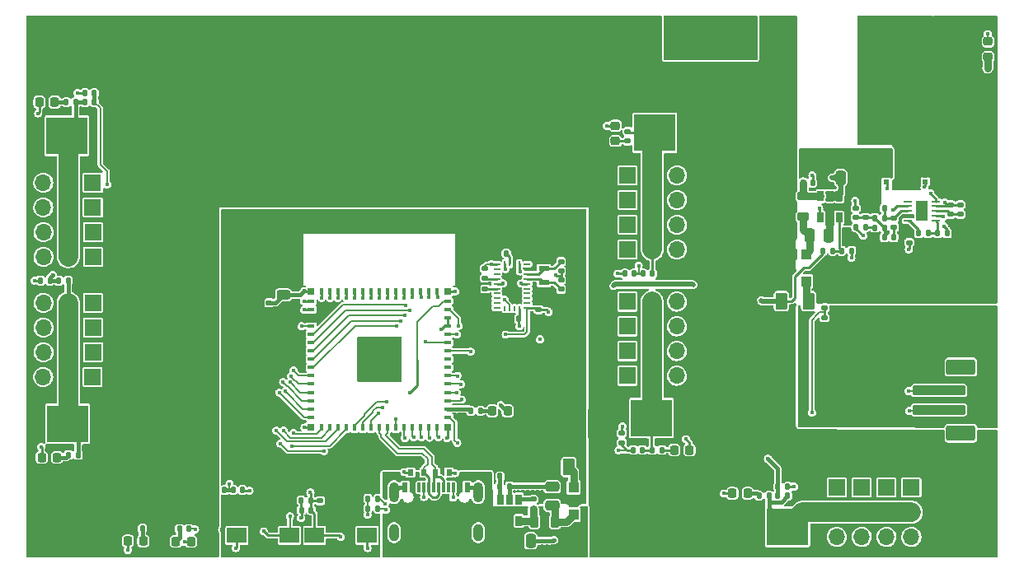
<source format=gbr>
G04 #@! TF.GenerationSoftware,KiCad,Pcbnew,6.0.7-f9a2dced07~116~ubuntu20.04.1*
G04 #@! TF.CreationDate,2022-12-26T13:33:40-05:00*
G04 #@! TF.ProjectId,SmallKat v2,536d616c-6c4b-4617-9420-76322e6b6963,rev?*
G04 #@! TF.SameCoordinates,Original*
G04 #@! TF.FileFunction,Copper,L1,Top*
G04 #@! TF.FilePolarity,Positive*
%FSLAX46Y46*%
G04 Gerber Fmt 4.6, Leading zero omitted, Abs format (unit mm)*
G04 Created by KiCad (PCBNEW 6.0.7-f9a2dced07~116~ubuntu20.04.1) date 2022-12-26 13:33:40*
%MOMM*%
%LPD*%
G01*
G04 APERTURE LIST*
G04 Aperture macros list*
%AMRoundRect*
0 Rectangle with rounded corners*
0 $1 Rounding radius*
0 $2 $3 $4 $5 $6 $7 $8 $9 X,Y pos of 4 corners*
0 Add a 4 corners polygon primitive as box body*
4,1,4,$2,$3,$4,$5,$6,$7,$8,$9,$2,$3,0*
0 Add four circle primitives for the rounded corners*
1,1,$1+$1,$2,$3*
1,1,$1+$1,$4,$5*
1,1,$1+$1,$6,$7*
1,1,$1+$1,$8,$9*
0 Add four rect primitives between the rounded corners*
20,1,$1+$1,$2,$3,$4,$5,0*
20,1,$1+$1,$4,$5,$6,$7,0*
20,1,$1+$1,$6,$7,$8,$9,0*
20,1,$1+$1,$8,$9,$2,$3,0*%
G04 Aperture macros list end*
G04 #@! TA.AperFunction,SMDPad,CuDef*
%ADD10RoundRect,0.147500X-0.172500X0.147500X-0.172500X-0.147500X0.172500X-0.147500X0.172500X0.147500X0*%
G04 #@! TD*
G04 #@! TA.AperFunction,SMDPad,CuDef*
%ADD11RoundRect,0.147500X0.172500X-0.147500X0.172500X0.147500X-0.172500X0.147500X-0.172500X-0.147500X0*%
G04 #@! TD*
G04 #@! TA.AperFunction,SMDPad,CuDef*
%ADD12RoundRect,0.147500X-0.147500X-0.172500X0.147500X-0.172500X0.147500X0.172500X-0.147500X0.172500X0*%
G04 #@! TD*
G04 #@! TA.AperFunction,SMDPad,CuDef*
%ADD13RoundRect,0.250000X1.075000X-0.375000X1.075000X0.375000X-1.075000X0.375000X-1.075000X-0.375000X0*%
G04 #@! TD*
G04 #@! TA.AperFunction,SMDPad,CuDef*
%ADD14RoundRect,0.243750X0.456250X-0.243750X0.456250X0.243750X-0.456250X0.243750X-0.456250X-0.243750X0*%
G04 #@! TD*
G04 #@! TA.AperFunction,SMDPad,CuDef*
%ADD15RoundRect,0.147500X0.147500X0.172500X-0.147500X0.172500X-0.147500X-0.172500X0.147500X-0.172500X0*%
G04 #@! TD*
G04 #@! TA.AperFunction,SMDPad,CuDef*
%ADD16RoundRect,0.218750X0.218750X0.256250X-0.218750X0.256250X-0.218750X-0.256250X0.218750X-0.256250X0*%
G04 #@! TD*
G04 #@! TA.AperFunction,SMDPad,CuDef*
%ADD17RoundRect,0.218750X-0.256250X0.218750X-0.256250X-0.218750X0.256250X-0.218750X0.256250X0.218750X0*%
G04 #@! TD*
G04 #@! TA.AperFunction,SMDPad,CuDef*
%ADD18RoundRect,0.218750X-0.218750X-0.256250X0.218750X-0.256250X0.218750X0.256250X-0.218750X0.256250X0*%
G04 #@! TD*
G04 #@! TA.AperFunction,SMDPad,CuDef*
%ADD19R,0.600000X0.700000*%
G04 #@! TD*
G04 #@! TA.AperFunction,SMDPad,CuDef*
%ADD20R,4.240000X3.810000*%
G04 #@! TD*
G04 #@! TA.AperFunction,ComponentPad*
%ADD21C,6.400000*%
G04 #@! TD*
G04 #@! TA.AperFunction,ComponentPad*
%ADD22C,0.800000*%
G04 #@! TD*
G04 #@! TA.AperFunction,SMDPad,CuDef*
%ADD23RoundRect,0.062500X-0.375000X-0.062500X0.375000X-0.062500X0.375000X0.062500X-0.375000X0.062500X0*%
G04 #@! TD*
G04 #@! TA.AperFunction,SMDPad,CuDef*
%ADD24R,1.200000X2.000000*%
G04 #@! TD*
G04 #@! TA.AperFunction,ComponentPad*
%ADD25R,1.700000X1.700000*%
G04 #@! TD*
G04 #@! TA.AperFunction,ComponentPad*
%ADD26O,1.700000X1.700000*%
G04 #@! TD*
G04 #@! TA.AperFunction,SMDPad,CuDef*
%ADD27R,0.620000X1.000000*%
G04 #@! TD*
G04 #@! TA.AperFunction,SMDPad,CuDef*
%ADD28R,0.300000X1.000000*%
G04 #@! TD*
G04 #@! TA.AperFunction,ComponentPad*
%ADD29O,1.000000X2.100000*%
G04 #@! TD*
G04 #@! TA.AperFunction,ComponentPad*
%ADD30O,1.000000X1.800000*%
G04 #@! TD*
G04 #@! TA.AperFunction,SMDPad,CuDef*
%ADD31R,0.630000X0.500000*%
G04 #@! TD*
G04 #@! TA.AperFunction,SMDPad,CuDef*
%ADD32R,0.950000X1.230000*%
G04 #@! TD*
G04 #@! TA.AperFunction,SMDPad,CuDef*
%ADD33R,2.000000X1.600000*%
G04 #@! TD*
G04 #@! TA.AperFunction,SMDPad,CuDef*
%ADD34R,1.100000X0.600000*%
G04 #@! TD*
G04 #@! TA.AperFunction,SMDPad,CuDef*
%ADD35R,3.100000X5.000000*%
G04 #@! TD*
G04 #@! TA.AperFunction,SMDPad,CuDef*
%ADD36RoundRect,0.250000X-0.625000X0.375000X-0.625000X-0.375000X0.625000X-0.375000X0.625000X0.375000X0*%
G04 #@! TD*
G04 #@! TA.AperFunction,SMDPad,CuDef*
%ADD37RoundRect,0.135000X0.135000X0.185000X-0.135000X0.185000X-0.135000X-0.185000X0.135000X-0.185000X0*%
G04 #@! TD*
G04 #@! TA.AperFunction,SMDPad,CuDef*
%ADD38RoundRect,0.135000X-0.135000X-0.185000X0.135000X-0.185000X0.135000X0.185000X-0.135000X0.185000X0*%
G04 #@! TD*
G04 #@! TA.AperFunction,ComponentPad*
%ADD39C,4.500000*%
G04 #@! TD*
G04 #@! TA.AperFunction,SMDPad,CuDef*
%ADD40RoundRect,0.140000X0.170000X-0.140000X0.170000X0.140000X-0.170000X0.140000X-0.170000X-0.140000X0*%
G04 #@! TD*
G04 #@! TA.AperFunction,SMDPad,CuDef*
%ADD41RoundRect,0.250000X-0.250000X-0.475000X0.250000X-0.475000X0.250000X0.475000X-0.250000X0.475000X0*%
G04 #@! TD*
G04 #@! TA.AperFunction,SMDPad,CuDef*
%ADD42RoundRect,0.250000X0.475000X-0.250000X0.475000X0.250000X-0.475000X0.250000X-0.475000X-0.250000X0*%
G04 #@! TD*
G04 #@! TA.AperFunction,SMDPad,CuDef*
%ADD43R,1.100000X1.100000*%
G04 #@! TD*
G04 #@! TA.AperFunction,SMDPad,CuDef*
%ADD44RoundRect,0.250000X-0.375000X-0.625000X0.375000X-0.625000X0.375000X0.625000X-0.375000X0.625000X0*%
G04 #@! TD*
G04 #@! TA.AperFunction,SMDPad,CuDef*
%ADD45R,0.650000X1.060000*%
G04 #@! TD*
G04 #@! TA.AperFunction,SMDPad,CuDef*
%ADD46RoundRect,0.218750X-0.218750X-0.381250X0.218750X-0.381250X0.218750X0.381250X-0.218750X0.381250X0*%
G04 #@! TD*
G04 #@! TA.AperFunction,SMDPad,CuDef*
%ADD47RoundRect,0.250000X-2.500000X0.250000X-2.500000X-0.250000X2.500000X-0.250000X2.500000X0.250000X0*%
G04 #@! TD*
G04 #@! TA.AperFunction,SMDPad,CuDef*
%ADD48RoundRect,0.250000X-1.250000X0.550000X-1.250000X-0.550000X1.250000X-0.550000X1.250000X0.550000X0*%
G04 #@! TD*
G04 #@! TA.AperFunction,SMDPad,CuDef*
%ADD49RoundRect,0.218750X-0.381250X0.218750X-0.381250X-0.218750X0.381250X-0.218750X0.381250X0.218750X0*%
G04 #@! TD*
G04 #@! TA.AperFunction,SMDPad,CuDef*
%ADD50RoundRect,0.140000X-0.140000X-0.170000X0.140000X-0.170000X0.140000X0.170000X-0.140000X0.170000X0*%
G04 #@! TD*
G04 #@! TA.AperFunction,SMDPad,CuDef*
%ADD51R,0.800000X0.400000*%
G04 #@! TD*
G04 #@! TA.AperFunction,SMDPad,CuDef*
%ADD52R,0.400000X0.800000*%
G04 #@! TD*
G04 #@! TA.AperFunction,SMDPad,CuDef*
%ADD53R,1.200000X1.200000*%
G04 #@! TD*
G04 #@! TA.AperFunction,SMDPad,CuDef*
%ADD54R,0.800000X0.800000*%
G04 #@! TD*
G04 #@! TA.AperFunction,SMDPad,CuDef*
%ADD55R,0.675000X0.250000*%
G04 #@! TD*
G04 #@! TA.AperFunction,SMDPad,CuDef*
%ADD56R,0.250000X0.575000*%
G04 #@! TD*
G04 #@! TA.AperFunction,SMDPad,CuDef*
%ADD57RoundRect,0.135000X0.185000X-0.135000X0.185000X0.135000X-0.185000X0.135000X-0.185000X-0.135000X0*%
G04 #@! TD*
G04 #@! TA.AperFunction,ViaPad*
%ADD58C,0.450000*%
G04 #@! TD*
G04 #@! TA.AperFunction,Conductor*
%ADD59C,0.250000*%
G04 #@! TD*
G04 #@! TA.AperFunction,Conductor*
%ADD60C,0.500000*%
G04 #@! TD*
G04 #@! TA.AperFunction,Conductor*
%ADD61C,0.200000*%
G04 #@! TD*
G04 #@! TA.AperFunction,Conductor*
%ADD62C,0.400000*%
G04 #@! TD*
G04 #@! TA.AperFunction,Conductor*
%ADD63C,0.177800*%
G04 #@! TD*
G04 #@! TA.AperFunction,Conductor*
%ADD64C,0.750000*%
G04 #@! TD*
G04 #@! TA.AperFunction,Conductor*
%ADD65C,2.000000*%
G04 #@! TD*
G04 APERTURE END LIST*
D10*
X115360000Y-107960000D03*
X115360000Y-108930000D03*
D11*
X123190000Y-108215000D03*
X123190000Y-107245000D03*
D10*
X123190000Y-109110000D03*
X123190000Y-110080000D03*
X158943766Y-104330000D03*
X158943766Y-105300000D03*
D12*
X161870000Y-104350000D03*
X162840000Y-104350000D03*
D10*
X163180000Y-101415280D03*
X163180000Y-102385280D03*
D13*
X137631600Y-87867600D03*
X137631600Y-85067600D03*
X140770000Y-87870000D03*
X140770000Y-85070000D03*
D14*
X94690000Y-112555000D03*
X94690000Y-110680000D03*
D11*
X93210000Y-112455000D03*
X93210000Y-111485000D03*
D15*
X97485000Y-131815000D03*
X96515000Y-131815000D03*
X97495000Y-132810000D03*
X96525000Y-132810000D03*
D11*
X142930000Y-87050000D03*
X142930000Y-86080000D03*
D16*
X117700000Y-122600000D03*
X116125000Y-122600000D03*
D17*
X167040000Y-84615000D03*
X167040000Y-86190000D03*
D16*
X85192134Y-136030000D03*
X83617134Y-136030000D03*
D18*
X78707134Y-135980000D03*
X80282134Y-135980000D03*
D19*
X109128800Y-128940000D03*
X107728800Y-128940000D03*
D18*
X69612500Y-90850000D03*
X71187500Y-90850000D03*
X69852500Y-127390000D03*
X71427500Y-127390000D03*
D20*
X72446200Y-94316000D03*
X78816200Y-94316000D03*
X72522400Y-123932400D03*
X78892400Y-123932400D03*
D21*
X71650000Y-134300000D03*
D22*
X73347056Y-132602944D03*
X71650000Y-136700000D03*
X69952944Y-135997056D03*
X71650000Y-131900000D03*
X69250000Y-134300000D03*
X74050000Y-134300000D03*
X69952944Y-132602944D03*
X73347056Y-135997056D03*
X129650000Y-131900000D03*
X127250000Y-134300000D03*
X132050000Y-134300000D03*
X129650000Y-136700000D03*
X131347056Y-132602944D03*
D21*
X129650000Y-134300000D03*
D22*
X131347056Y-135997056D03*
X127952944Y-132602944D03*
X127952944Y-135997056D03*
D21*
X129650000Y-85300000D03*
D22*
X132050000Y-85300000D03*
X127250000Y-85300000D03*
X131347056Y-86997056D03*
X127952944Y-83602944D03*
X129650000Y-87700000D03*
X127952944Y-86997056D03*
X131347056Y-83602944D03*
X129650000Y-82900000D03*
X71650000Y-82900000D03*
X69952944Y-86997056D03*
X73347056Y-86997056D03*
D21*
X71650000Y-85300000D03*
D22*
X69952944Y-83602944D03*
X71650000Y-87700000D03*
X69250000Y-85300000D03*
X74050000Y-85300000D03*
X73347056Y-83602944D03*
D23*
X158806266Y-101050000D03*
X158806266Y-101550000D03*
X158806266Y-102050000D03*
X158806266Y-102550000D03*
X158806266Y-103050000D03*
X161681266Y-103050000D03*
X161681266Y-102550000D03*
X161681266Y-102050000D03*
X161681266Y-101550000D03*
X161681266Y-101050000D03*
D24*
X160243766Y-102050000D03*
D25*
X75122700Y-104222000D03*
D26*
X72582700Y-104222000D03*
X70042700Y-104222000D03*
D25*
X75122700Y-106762000D03*
D26*
X72582700Y-106762000D03*
X70042700Y-106762000D03*
D25*
X75121400Y-111486400D03*
D26*
X72581400Y-111486400D03*
X70041400Y-111486400D03*
D25*
X75121400Y-114026400D03*
D26*
X72581400Y-114026400D03*
X70041400Y-114026400D03*
D25*
X75121400Y-116566400D03*
D26*
X72581400Y-116566400D03*
X70041400Y-116566400D03*
D25*
X75081400Y-119106400D03*
D26*
X72541400Y-119106400D03*
X70001400Y-119106400D03*
D27*
X113558846Y-130475000D03*
X107158846Y-130475000D03*
X112758846Y-130475000D03*
X107958846Y-130475000D03*
D28*
X109108846Y-130475000D03*
X110108846Y-130475000D03*
X110608846Y-130475000D03*
X108608846Y-130475000D03*
X112108846Y-130475000D03*
X111108846Y-130475000D03*
X109608846Y-130475000D03*
X111608846Y-130475000D03*
D29*
X106038846Y-130975000D03*
X114678846Y-130975000D03*
D30*
X114683846Y-135125000D03*
X106038846Y-135125000D03*
D31*
X160603766Y-97080000D03*
X160603766Y-97720000D03*
X160603766Y-98380000D03*
X160603766Y-99020000D03*
X163483766Y-98380000D03*
D32*
X161953766Y-98660000D03*
X162903766Y-97440000D03*
D31*
X163483766Y-97720000D03*
X163483766Y-99020000D03*
D32*
X161953766Y-97440000D03*
D31*
X163483766Y-97080000D03*
D32*
X162903766Y-98660000D03*
D31*
X156593766Y-97090000D03*
X156593766Y-97730000D03*
X156593766Y-98390000D03*
X156593766Y-99030000D03*
X159473766Y-97090000D03*
D32*
X158893766Y-97450000D03*
X158893766Y-98670000D03*
X157943766Y-98670000D03*
D31*
X159473766Y-97730000D03*
D32*
X157943766Y-97450000D03*
D31*
X159473766Y-98390000D03*
X159473766Y-99030000D03*
D12*
X113927500Y-122600000D03*
X114897500Y-122600000D03*
D15*
X118850000Y-113140000D03*
X117880000Y-113140000D03*
D10*
X120880000Y-112200000D03*
X120880000Y-113170000D03*
D11*
X167000000Y-88315000D03*
X167000000Y-87345000D03*
D15*
X118530000Y-106410000D03*
X117560000Y-106410000D03*
X160878766Y-104350000D03*
X159908766Y-104350000D03*
D10*
X164188527Y-101415000D03*
X164188527Y-102385000D03*
D12*
X79229634Y-134690000D03*
X80199634Y-134690000D03*
D11*
X98460000Y-132825000D03*
X98460000Y-131855000D03*
D15*
X73350000Y-90850000D03*
X72380000Y-90850000D03*
X73600000Y-127130000D03*
X72630000Y-127130000D03*
D33*
X89900000Y-135410000D03*
X95300000Y-135410000D03*
X103270000Y-135420000D03*
X97870000Y-135420000D03*
D34*
X121412000Y-107990000D03*
X121412000Y-109390000D03*
D25*
X75097700Y-101682000D03*
D26*
X72557700Y-101682000D03*
X70017700Y-101682000D03*
D10*
X150243380Y-111045806D03*
X150243380Y-112015806D03*
X150250000Y-113015000D03*
X150250000Y-113985000D03*
D12*
X87640000Y-130755000D03*
X88610000Y-130755000D03*
X89510000Y-130745000D03*
X90480000Y-130745000D03*
X74290000Y-90860000D03*
X75260000Y-90860000D03*
D15*
X75260000Y-89930000D03*
X74290000Y-89930000D03*
X72559000Y-109200000D03*
X71589000Y-109200000D03*
X70700000Y-109200000D03*
X69730000Y-109200000D03*
D25*
X75097700Y-99142000D03*
D26*
X72557700Y-99142000D03*
X70017700Y-99142000D03*
D19*
X110280000Y-128940000D03*
X111680000Y-128940000D03*
D15*
X157350000Y-104760000D03*
X156380000Y-104760000D03*
X156385000Y-103760000D03*
X155415000Y-103760000D03*
X156393766Y-102757500D03*
X155423766Y-102757500D03*
D12*
X153470000Y-103710000D03*
X154440000Y-103710000D03*
D15*
X156393486Y-101760000D03*
X155423486Y-101760000D03*
D11*
X154450000Y-102720000D03*
X154450000Y-101750000D03*
D10*
X153440000Y-101750000D03*
X153440000Y-102720000D03*
D15*
X84999634Y-134740000D03*
X84029634Y-134740000D03*
D35*
X156450000Y-89100000D03*
X145350000Y-89100000D03*
D15*
X131555000Y-126620000D03*
X130585000Y-126620000D03*
D12*
X132561400Y-126623200D03*
X133531400Y-126623200D03*
D15*
X130710000Y-108490000D03*
X129740000Y-108490000D03*
D25*
X130022800Y-106008800D03*
D26*
X132562800Y-106008800D03*
X135102800Y-106008800D03*
D25*
X130022800Y-98388800D03*
D26*
X132562800Y-98388800D03*
X135102800Y-98388800D03*
D15*
X132575000Y-108490000D03*
X131605000Y-108490000D03*
D16*
X136385000Y-126620000D03*
X134810000Y-126620000D03*
D25*
X129993600Y-118994800D03*
D26*
X132533600Y-118994800D03*
X135073600Y-118994800D03*
D25*
X129993600Y-111374800D03*
D26*
X132533600Y-111374800D03*
X135073600Y-111374800D03*
D20*
X132480000Y-123350000D03*
X138850000Y-123350000D03*
X132815000Y-94000000D03*
X139185000Y-94000000D03*
D25*
X129993600Y-116454800D03*
D26*
X132533600Y-116454800D03*
X135073600Y-116454800D03*
D25*
X129993600Y-113914800D03*
D26*
X132533600Y-113914800D03*
X135073600Y-113914800D03*
D11*
X129430000Y-125870000D03*
X129430000Y-124900000D03*
D25*
X130022800Y-103468800D03*
D26*
X132562800Y-103468800D03*
X135102800Y-103468800D03*
D25*
X130022800Y-100928800D03*
D26*
X132562800Y-100928800D03*
X135102800Y-100928800D03*
D10*
X157380000Y-102750000D03*
X157380000Y-103720000D03*
D36*
X156729140Y-110202080D03*
X156729140Y-113002080D03*
X158980000Y-110200000D03*
X158980000Y-113000000D03*
X152230000Y-110190000D03*
X152230000Y-112990000D03*
X154489700Y-110200600D03*
X154489700Y-113000600D03*
D18*
X140785630Y-131080000D03*
X142360630Y-131080000D03*
D20*
X146460000Y-134540000D03*
X140090000Y-134540000D03*
D25*
X151510000Y-130490000D03*
D26*
X151510000Y-133030000D03*
X151510000Y-135570000D03*
D25*
X156610000Y-130490000D03*
D26*
X156610000Y-133030000D03*
X156610000Y-135570000D03*
D25*
X154070000Y-130490000D03*
D26*
X154070000Y-133030000D03*
X154070000Y-135570000D03*
D25*
X159160000Y-130490000D03*
D26*
X159160000Y-133030000D03*
X159160000Y-135570000D03*
D37*
X146470630Y-131330000D03*
X145450630Y-131330000D03*
D38*
X145450630Y-130380000D03*
X146470630Y-130380000D03*
D37*
X144530630Y-131330000D03*
X143510630Y-131330000D03*
D39*
X163790000Y-114090000D03*
X163790000Y-109090000D03*
D40*
X120350000Y-132650000D03*
X120350000Y-131690000D03*
D41*
X118190000Y-135960000D03*
X120090000Y-135960000D03*
D42*
X122280000Y-132310000D03*
X122280000Y-130410000D03*
D43*
X124480000Y-133270000D03*
X124480000Y-130470000D03*
D44*
X121180000Y-128380000D03*
X123980000Y-128380000D03*
D45*
X118850000Y-131710000D03*
X117900000Y-131710000D03*
X116950000Y-131710000D03*
X116950000Y-133910000D03*
X117900000Y-133910000D03*
X118850000Y-133910000D03*
D46*
X120445000Y-134000000D03*
X122570000Y-134000000D03*
D37*
X117930000Y-129320000D03*
X116910000Y-129320000D03*
X117890000Y-130360000D03*
X116870000Y-130360000D03*
D41*
X151900000Y-98620000D03*
X153800000Y-98620000D03*
D47*
X162000000Y-120500000D03*
X162000000Y-122500000D03*
D48*
X164250000Y-118100000D03*
X164250000Y-124900000D03*
D43*
X148340000Y-106490000D03*
X148340000Y-109290000D03*
D41*
X148730000Y-104600000D03*
X150630000Y-104600000D03*
D37*
X153020000Y-106150000D03*
X152000000Y-106150000D03*
D44*
X145810000Y-111320000D03*
X148610000Y-111320000D03*
D49*
X148070000Y-100525000D03*
X148070000Y-102650000D03*
D38*
X150080000Y-106150000D03*
X151100000Y-106150000D03*
D45*
X149840000Y-102730000D03*
X150790000Y-102730000D03*
X151740000Y-102730000D03*
X151740000Y-100530000D03*
X150790000Y-100530000D03*
X149840000Y-100530000D03*
D50*
X148060000Y-99150000D03*
X149020000Y-99150000D03*
D17*
X128766800Y-93270400D03*
X128766800Y-94845400D03*
D10*
X130036800Y-93875200D03*
X130036800Y-94845200D03*
D38*
X103355000Y-131625000D03*
X104375000Y-131625000D03*
D51*
X97530000Y-111345000D03*
X97530000Y-112195000D03*
X97530000Y-113045000D03*
X97530000Y-113895000D03*
X97530000Y-114745000D03*
X97530000Y-115595000D03*
X97530000Y-116445000D03*
X97530000Y-117295000D03*
X97530000Y-118145000D03*
X97530000Y-118995000D03*
X97530000Y-119845000D03*
X97530000Y-120695000D03*
X97530000Y-121545000D03*
X97530000Y-122395000D03*
X97530000Y-123245000D03*
D52*
X98580000Y-124295000D03*
X99430000Y-124295000D03*
X100280000Y-124295000D03*
X101130000Y-124295000D03*
X101980000Y-124295000D03*
X102830000Y-124295000D03*
X103680000Y-124295000D03*
X104530000Y-124295000D03*
X105380000Y-124295000D03*
X106230000Y-124295000D03*
X107080000Y-124295000D03*
X107930000Y-124295000D03*
X108780000Y-124295000D03*
X109630000Y-124295000D03*
X110480000Y-124295000D03*
D51*
X111530000Y-123245000D03*
X111530000Y-122395000D03*
X111530000Y-121545000D03*
X111530000Y-120695000D03*
X111530000Y-119845000D03*
X111530000Y-118995000D03*
X111530000Y-118145000D03*
X111530000Y-117295000D03*
X111530000Y-116445000D03*
X111530000Y-115595000D03*
X111530000Y-114745000D03*
X111530000Y-113895000D03*
X111530000Y-113045000D03*
X111530000Y-112195000D03*
X111530000Y-111345000D03*
D52*
X110480000Y-110295000D03*
X109630000Y-110295000D03*
X108780000Y-110295000D03*
X107930000Y-110295000D03*
X107080000Y-110295000D03*
X106230000Y-110295000D03*
X105380000Y-110295000D03*
X104530000Y-110295000D03*
X103680000Y-110295000D03*
X102830000Y-110295000D03*
X101980000Y-110295000D03*
X101130000Y-110295000D03*
X100280000Y-110295000D03*
X99430000Y-110295000D03*
X98580000Y-110295000D03*
D53*
X104530000Y-117295000D03*
D54*
X97530000Y-110295000D03*
X97530000Y-124295000D03*
X111530000Y-124295000D03*
X111530000Y-110295000D03*
D53*
X102880000Y-115645000D03*
X102880000Y-117295000D03*
X102880000Y-118945000D03*
X104530000Y-118945000D03*
X106180000Y-118945000D03*
X106180000Y-117295000D03*
X106180000Y-115645000D03*
X104530000Y-115645000D03*
D55*
X119713000Y-108030000D03*
X119713000Y-108530000D03*
X119713000Y-109030000D03*
X119713000Y-109530000D03*
X119713000Y-110030000D03*
X119713000Y-110530000D03*
X119713000Y-111030000D03*
X119713000Y-111530000D03*
X119713000Y-112030000D03*
D56*
X118900000Y-112093000D03*
X118400000Y-112093000D03*
X117900000Y-112093000D03*
X117400000Y-112093000D03*
D55*
X116587000Y-112030000D03*
X116587000Y-111530000D03*
X116587000Y-111030000D03*
X116587000Y-110530000D03*
X116587000Y-110030000D03*
X116587000Y-109530000D03*
X116587000Y-109030000D03*
X116587000Y-108530000D03*
X116587000Y-108030000D03*
X116587000Y-107530000D03*
D56*
X117400000Y-107467000D03*
X117900000Y-107467000D03*
X118400000Y-107467000D03*
X118900000Y-107467000D03*
D55*
X119713000Y-107530000D03*
D57*
X115390000Y-111090000D03*
X115390000Y-110070000D03*
D38*
X103355000Y-132650000D03*
X104375000Y-132650000D03*
D58*
X136750000Y-109625000D03*
X128599999Y-109750001D03*
X156787685Y-104222516D03*
X147250000Y-104725000D03*
X76575000Y-99325000D03*
X121025000Y-115250000D03*
X118900000Y-113900000D03*
X117372700Y-111149915D03*
X155000000Y-99500000D03*
X135500000Y-86250000D03*
X135500000Y-85250000D03*
X89800000Y-136700000D03*
X155500000Y-96000000D03*
X152500000Y-96000000D03*
X150000000Y-99500000D03*
X140500000Y-82250000D03*
X134500000Y-85750000D03*
X134500000Y-84250000D03*
X148500000Y-98000000D03*
X106200000Y-111000000D03*
X149500000Y-96500000D03*
X148000000Y-96000000D03*
X139500000Y-82250000D03*
X136000000Y-82250000D03*
X136000000Y-84250000D03*
X103750000Y-117250000D03*
X140000000Y-82750000D03*
X110900000Y-114175000D03*
X140000000Y-82250000D03*
X118540000Y-130360000D03*
X141000000Y-82750000D03*
X155500000Y-100500000D03*
X127900000Y-93300000D03*
X120540000Y-130360000D03*
X135500000Y-84250000D03*
X117250000Y-109500000D03*
X155000000Y-98500000D03*
X140000000Y-86250000D03*
X105400000Y-111000000D03*
X135000000Y-84250000D03*
X152000477Y-96993116D03*
X149500000Y-97500000D03*
X160600000Y-102200000D03*
X154000000Y-100500000D03*
X135500000Y-82250000D03*
X103750000Y-116750000D03*
X150500000Y-96000000D03*
X134500000Y-83750000D03*
X105400000Y-117700000D03*
X141500000Y-82750000D03*
X140500000Y-86250000D03*
X150000000Y-96500000D03*
X119540000Y-130360000D03*
X154500000Y-96500000D03*
X137500000Y-86250000D03*
X160597433Y-101327300D03*
X142000000Y-86250000D03*
X99450000Y-111000000D03*
X143000000Y-82250000D03*
X151000000Y-96000000D03*
X135000000Y-84750000D03*
X155500000Y-97500000D03*
X156000000Y-96500000D03*
X96800000Y-112200000D03*
X105400000Y-119200000D03*
X140000000Y-83250000D03*
X141000000Y-83750000D03*
X142000000Y-82750000D03*
X137000000Y-83250000D03*
X100250000Y-111000000D03*
X153500000Y-96500000D03*
X137000000Y-82250000D03*
X138000000Y-83250000D03*
X142500000Y-84750000D03*
X134500000Y-82250000D03*
X139000000Y-86250000D03*
X153500000Y-96000000D03*
X155000000Y-101000000D03*
X136500000Y-82750000D03*
X151500000Y-96000000D03*
X136500000Y-86250000D03*
X151000000Y-97947700D03*
X111500000Y-125400000D03*
X134000000Y-84750000D03*
X119040000Y-130360000D03*
X148500000Y-97500000D03*
X153000000Y-96000000D03*
X135500000Y-83250000D03*
X69100000Y-109200000D03*
X150500000Y-98000000D03*
X142000000Y-83750000D03*
X108800000Y-110947700D03*
X137000000Y-83750000D03*
X140000000Y-83750000D03*
X135500000Y-82750000D03*
X154500000Y-101000000D03*
X143000000Y-83750000D03*
X96775000Y-111325000D03*
X107100000Y-128900000D03*
X135500000Y-85750000D03*
X129500000Y-124200000D03*
X159900000Y-102200000D03*
X117000000Y-122000000D03*
X148000000Y-97500000D03*
X154000000Y-101000000D03*
X134500000Y-85250000D03*
X154500000Y-97500000D03*
X138500000Y-83750000D03*
X160300000Y-101800000D03*
X134000000Y-83250000D03*
X143000000Y-85250000D03*
X140500000Y-82750000D03*
X102850000Y-111000000D03*
X78700000Y-136900000D03*
X149500000Y-98000000D03*
X135000000Y-86250000D03*
X136500000Y-83250000D03*
X112300000Y-129000000D03*
X152500000Y-97500000D03*
X134000000Y-82750000D03*
X139900000Y-131100000D03*
X155000000Y-96000000D03*
X137500000Y-83750000D03*
X155500000Y-101000000D03*
X96500000Y-133600000D03*
X148500000Y-96000000D03*
X134000000Y-86250000D03*
X105400000Y-116200000D03*
X143000000Y-82750000D03*
X141500000Y-82250000D03*
X153000000Y-96500000D03*
X142500000Y-83750000D03*
X101150000Y-111000000D03*
X150500000Y-97000000D03*
X167025000Y-83850000D03*
X142500000Y-82250000D03*
X107900000Y-110947700D03*
X138500000Y-83250000D03*
X142000000Y-82250000D03*
X154500000Y-100500000D03*
X135000000Y-83750000D03*
X154500000Y-97000000D03*
X136000000Y-82750000D03*
X154000000Y-96000000D03*
X136000000Y-85250000D03*
X139500000Y-83750000D03*
X151500000Y-96500000D03*
X138500000Y-82750000D03*
X149000000Y-97000000D03*
X69800000Y-126300000D03*
X154500000Y-100000000D03*
X138000000Y-83750000D03*
X153500000Y-97000000D03*
X153500000Y-97500000D03*
X137000000Y-86250000D03*
X155500000Y-97000000D03*
X136000000Y-83250000D03*
X117474889Y-108022418D03*
X135500000Y-83750000D03*
X143000000Y-84750000D03*
X141000000Y-86250000D03*
X151000000Y-97500000D03*
X105400000Y-118700000D03*
X73500000Y-89900000D03*
X103750000Y-115750000D03*
X135000000Y-82250000D03*
X138000000Y-82250000D03*
X148000000Y-97000000D03*
X155500000Y-100000000D03*
X105400000Y-116700000D03*
X112300000Y-110300000D03*
X121500000Y-135960000D03*
X151000000Y-96500000D03*
X137500000Y-82750000D03*
X110500000Y-110947700D03*
X105414092Y-115252039D03*
X119100000Y-109500000D03*
X150000000Y-97000000D03*
X84500000Y-136100000D03*
X96800000Y-110275000D03*
X103650000Y-111000000D03*
X155500000Y-99500000D03*
X137000000Y-82750000D03*
X136500000Y-83750000D03*
X155000000Y-97000000D03*
X136000000Y-125500000D03*
X152000477Y-96493116D03*
X103750000Y-118750000D03*
X142000000Y-83250000D03*
X103750000Y-115269500D03*
X150000000Y-98500000D03*
X134500000Y-83250000D03*
X149000000Y-97500000D03*
X129000000Y-108500000D03*
X134000000Y-82250000D03*
X142500000Y-83250000D03*
X135000000Y-85250000D03*
X138500000Y-86250000D03*
X151500000Y-97500000D03*
X105400000Y-118200000D03*
X122629460Y-108647700D03*
X150000000Y-99000000D03*
X105400000Y-117200000D03*
X149000000Y-96000000D03*
X149500000Y-97000000D03*
X141500000Y-86250000D03*
X155500000Y-99000000D03*
X151000000Y-97000000D03*
X154000000Y-100000000D03*
X139500000Y-86250000D03*
X103750000Y-117750000D03*
X153000000Y-97500000D03*
X136000000Y-84750000D03*
X150500000Y-97500000D03*
X136500000Y-82250000D03*
X153000000Y-106875000D03*
X148500000Y-97000000D03*
X136000000Y-85750000D03*
X118985486Y-108253672D03*
X154000000Y-96500000D03*
X120040000Y-130360000D03*
X152000477Y-97493116D03*
X105400000Y-115700000D03*
X154000000Y-97500000D03*
X139000000Y-83750000D03*
X134500000Y-86250000D03*
X137500000Y-83250000D03*
X159894913Y-101327300D03*
X154000000Y-97000000D03*
X139000000Y-82750000D03*
X122000000Y-135960000D03*
X134000000Y-85750000D03*
X148500000Y-96500000D03*
X141000000Y-82250000D03*
X152500000Y-97000000D03*
X155500000Y-96500000D03*
X155000000Y-98000000D03*
X138000000Y-82750000D03*
X103750000Y-119250000D03*
X152000477Y-95993116D03*
X122460000Y-135900000D03*
X135000000Y-83250000D03*
X141000000Y-83250000D03*
X156000000Y-96000000D03*
X101950000Y-111000000D03*
X69500000Y-92000000D03*
X134500000Y-82750000D03*
X134000000Y-85250000D03*
X140500000Y-83750000D03*
X139500000Y-82750000D03*
X107100000Y-111000000D03*
X135000000Y-85750000D03*
X103750000Y-118250000D03*
X134000000Y-84250000D03*
X143000000Y-84250000D03*
X121040000Y-130360000D03*
X141500000Y-83250000D03*
X160300000Y-102600000D03*
X121000000Y-135960000D03*
X103300000Y-136700000D03*
X138500000Y-82250000D03*
X109600000Y-110947700D03*
X138000000Y-86250000D03*
X136000000Y-83750000D03*
X152500000Y-96500000D03*
X142500000Y-85250000D03*
X139000000Y-82250000D03*
X139500000Y-83250000D03*
X140500000Y-83250000D03*
X116000000Y-107500000D03*
X149000000Y-96500000D03*
X104550000Y-111000000D03*
X96852300Y-124330000D03*
X151500000Y-97000000D03*
X141500000Y-83750000D03*
X134500000Y-84750000D03*
X150000000Y-97500000D03*
X158900000Y-106000000D03*
X150500000Y-96500000D03*
X137500000Y-82250000D03*
X103750000Y-116250000D03*
X155000000Y-99000000D03*
X147100000Y-130400000D03*
X162500000Y-103600000D03*
X153000000Y-97000000D03*
X98600000Y-111000000D03*
X148000000Y-96500000D03*
X155500000Y-98000000D03*
X149500000Y-96000000D03*
X155500000Y-98500000D03*
X135000000Y-82750000D03*
X135500000Y-84750000D03*
X155000000Y-100000000D03*
X91186000Y-130810000D03*
X136000000Y-86250000D03*
X155000000Y-100500000D03*
X155000000Y-96500000D03*
X134000000Y-83750000D03*
X148000000Y-98000000D03*
X142500000Y-82750000D03*
X150000000Y-96000000D03*
X143000000Y-83250000D03*
X155000000Y-97500000D03*
X154500000Y-96000000D03*
X139000000Y-83250000D03*
X150000000Y-98000000D03*
X103325000Y-133275000D03*
X142500000Y-84250000D03*
X152500000Y-104150000D03*
X166250000Y-94000000D03*
X151000000Y-98600000D03*
X88375000Y-134800000D03*
X89990000Y-128430000D03*
X125550000Y-111825000D03*
X85600000Y-134800000D03*
X143750000Y-111250000D03*
X77600000Y-135000000D03*
X154200000Y-104600000D03*
X153400000Y-101000000D03*
X92650000Y-134999998D03*
X96550000Y-113900000D03*
X95350000Y-133450000D03*
X97450000Y-131000000D03*
X107650000Y-120775000D03*
X100550000Y-135550000D03*
X95453371Y-119022290D03*
X113000000Y-121450000D03*
X112650000Y-113850000D03*
X117500000Y-114750000D03*
X112500000Y-114750000D03*
X121899998Y-112427300D03*
X113900000Y-116500000D03*
X109250000Y-115500000D03*
X110744000Y-135636000D03*
X94350000Y-125950000D03*
X98850000Y-126750000D03*
X106225000Y-123450000D03*
X107200000Y-111725000D03*
X107630721Y-112277300D03*
X107150000Y-112775000D03*
X106725000Y-113350000D03*
X112550000Y-119000000D03*
X112900000Y-119850000D03*
X112500000Y-120700000D03*
X95379217Y-119674877D03*
X94655180Y-119644820D03*
X94900000Y-120600000D03*
X95700000Y-124847700D03*
X94700000Y-124650000D03*
X93950000Y-124650000D03*
X149000000Y-98400000D03*
X149700000Y-101800000D03*
X105250000Y-121700000D03*
X148950000Y-122775000D03*
X95585937Y-126247700D03*
X89150000Y-130100000D03*
X95718932Y-118453972D03*
X94250000Y-120710360D03*
X71000000Y-108600000D03*
X104825000Y-122225000D03*
X129100000Y-126650000D03*
X131150000Y-107675000D03*
X106300000Y-113852300D03*
X107150000Y-125400000D03*
X108850000Y-125300000D03*
X108050000Y-125300000D03*
X109700000Y-125350000D03*
X104414376Y-122839535D03*
X144433922Y-127526938D03*
X157300000Y-101900000D03*
X160000000Y-98200000D03*
X162600000Y-101200000D03*
X160514642Y-99610358D03*
X161125000Y-100250000D03*
X162462460Y-102604972D03*
X156700000Y-99700000D03*
X105125000Y-132150000D03*
X109125000Y-131450000D03*
X105217036Y-132780383D03*
X112100000Y-131525000D03*
X112522057Y-125900000D03*
X158850000Y-120550000D03*
X158950000Y-122600000D03*
X110600000Y-125300000D03*
X112500000Y-122400000D03*
D59*
X100420000Y-135420000D02*
X100550000Y-135550000D01*
X97870000Y-135420000D02*
X100420000Y-135420000D01*
X93060002Y-135410000D02*
X92650000Y-134999998D01*
X95300000Y-135410000D02*
X93060002Y-135410000D01*
D60*
X136725000Y-109600000D02*
X136750000Y-109625000D01*
X128750000Y-109600000D02*
X136725000Y-109600000D01*
X128599999Y-109750001D02*
X128750000Y-109600000D01*
D59*
X156380000Y-104760000D02*
X156380000Y-104630201D01*
X156380000Y-104630201D02*
X156787685Y-104222516D01*
X150080000Y-106150000D02*
X150080000Y-106455600D01*
X150080000Y-106455600D02*
X148660600Y-107875000D01*
X148660600Y-107875000D02*
X148125000Y-107875000D01*
X148125000Y-107875000D02*
X147200000Y-108800000D01*
X147200000Y-108800000D02*
X147200000Y-111000000D01*
X147200000Y-111000000D02*
X146880000Y-111320000D01*
X146880000Y-111320000D02*
X145810000Y-111320000D01*
X160603766Y-99521234D02*
X160514642Y-99610358D01*
X160603766Y-99020000D02*
X160603766Y-99521234D01*
X161681266Y-100806266D02*
X161125000Y-100250000D01*
X161681266Y-101050000D02*
X161681266Y-100806266D01*
X153000000Y-106170000D02*
X153000000Y-106875000D01*
X153020000Y-106150000D02*
X153000000Y-106170000D01*
D61*
X75260000Y-90860000D02*
X75875000Y-91475000D01*
X75875000Y-91475000D02*
X75875000Y-97300000D01*
X75875000Y-97300000D02*
X76575000Y-98000000D01*
X76575000Y-98000000D02*
X76575000Y-99325000D01*
D59*
X90545000Y-130810000D02*
X91186000Y-130810000D01*
X90480000Y-130745000D02*
X90545000Y-130810000D01*
D61*
X106593200Y-126525000D02*
X105180000Y-125111800D01*
X109929400Y-127361200D02*
X109093200Y-126525000D01*
X105380000Y-124895001D02*
X105380000Y-124295000D01*
X105180000Y-125095001D02*
X105380000Y-124895001D01*
X105180000Y-125111800D02*
X105180000Y-125095001D01*
X109929400Y-128064399D02*
X109929400Y-127361200D01*
X109093200Y-126525000D02*
X106593200Y-126525000D01*
X110280000Y-128414999D02*
X109929400Y-128064399D01*
X110280000Y-128940000D02*
X110280000Y-128414999D01*
X111730000Y-123245000D02*
X112250000Y-123765000D01*
X112250000Y-125627943D02*
X112522057Y-125900000D01*
X112250000Y-123765000D02*
X112250000Y-125627943D01*
X111530000Y-123245000D02*
X111730000Y-123245000D01*
D62*
X145450630Y-128543646D02*
X144433922Y-127526938D01*
X145450630Y-130380000D02*
X145450630Y-128543646D01*
D61*
X117500000Y-114750000D02*
X119438000Y-114750000D01*
X119438000Y-114750000D02*
X119713000Y-114475000D01*
X119713000Y-114475000D02*
X119713000Y-112030000D01*
D59*
X118850000Y-113850000D02*
X118900000Y-113900000D01*
X118850000Y-113140000D02*
X118850000Y-113850000D01*
D61*
X97730000Y-115595000D02*
X101077300Y-112247700D01*
X97530000Y-115595000D02*
X97730000Y-115595000D01*
X101077300Y-112247700D02*
X107601121Y-112247700D01*
X107601121Y-112247700D02*
X107630721Y-112277300D01*
D63*
X117372700Y-111175942D02*
X117372700Y-111149915D01*
X117900000Y-111703242D02*
X117372700Y-111175942D01*
X117900000Y-112093000D02*
X117900000Y-111703242D01*
X115360000Y-107960000D02*
X115360000Y-107690000D01*
X115360000Y-107690000D02*
X115550000Y-107500000D01*
X115550000Y-107500000D02*
X116000000Y-107500000D01*
D62*
X119040000Y-130360000D02*
X119540000Y-130360000D01*
D59*
X111680000Y-128940000D02*
X112240000Y-128940000D01*
D62*
X93885000Y-111485000D02*
X94690000Y-110680000D01*
D59*
X96515000Y-132800000D02*
X96525000Y-132810000D01*
X98580000Y-110980000D02*
X98600000Y-111000000D01*
X101130000Y-110980000D02*
X101150000Y-111000000D01*
D62*
X122400000Y-135960000D02*
X122460000Y-135900000D01*
D59*
X101130000Y-110295000D02*
X101130000Y-110980000D01*
X107728800Y-128940000D02*
X107140000Y-128940000D01*
X101980000Y-110970000D02*
X101950000Y-111000000D01*
X112240000Y-128940000D02*
X112300000Y-129000000D01*
X129740000Y-108490000D02*
X129010000Y-108490000D01*
X129010000Y-108490000D02*
X129000000Y-108500000D01*
X116587000Y-107530000D02*
X116030000Y-107530000D01*
X111530000Y-113045000D02*
X111530000Y-113895000D01*
X123190000Y-108690000D02*
X123190000Y-109110000D01*
D62*
X117600000Y-122600000D02*
X117000000Y-122000000D01*
D59*
X84570000Y-136030000D02*
X84500000Y-136100000D01*
X112295000Y-110295000D02*
X112300000Y-110300000D01*
X78707134Y-135980000D02*
X78707134Y-136892866D01*
X69852500Y-127390000D02*
X69852500Y-126352500D01*
X97530000Y-110295000D02*
X96820000Y-110295000D01*
X101980000Y-110295000D02*
X101980000Y-110970000D01*
X118900000Y-107467000D02*
X118900000Y-108168186D01*
X136385000Y-126620000D02*
X136385000Y-125885000D01*
X109630000Y-110917700D02*
X109600000Y-110947700D01*
X99430000Y-110295000D02*
X99430000Y-110980000D01*
X116030000Y-107530000D02*
X116000000Y-107500000D01*
X118900000Y-108168186D02*
X118985486Y-108253672D01*
X100280000Y-110295000D02*
X100280000Y-110970000D01*
X107140000Y-128940000D02*
X107100000Y-128900000D01*
D64*
X150790000Y-102730000D02*
X150790000Y-104440000D01*
D59*
X103680000Y-110295000D02*
X103680000Y-110970000D01*
D62*
X119540000Y-130360000D02*
X120040000Y-130360000D01*
D59*
X97530000Y-124295000D02*
X96887300Y-124295000D01*
X111530000Y-110295000D02*
X112295000Y-110295000D01*
X140785630Y-131080000D02*
X139920000Y-131080000D01*
X100280000Y-110970000D02*
X100250000Y-111000000D01*
X111530000Y-124295000D02*
X111530000Y-125370000D01*
X123190000Y-108215000D02*
X123190000Y-108690000D01*
X108780000Y-110927700D02*
X108800000Y-110947700D01*
X73530000Y-89930000D02*
X73500000Y-89900000D01*
X107080000Y-110980000D02*
X107100000Y-111000000D01*
X107930000Y-110917700D02*
X107900000Y-110947700D01*
X96525000Y-133575000D02*
X96500000Y-133600000D01*
X102830000Y-110295000D02*
X102830000Y-110980000D01*
D62*
X117890000Y-130360000D02*
X117890000Y-131700000D01*
D59*
X96525000Y-132810000D02*
X96525000Y-133575000D01*
X104530000Y-110295000D02*
X104530000Y-110980000D01*
X107080000Y-110295000D02*
X107080000Y-110980000D01*
D62*
X113558846Y-130475000D02*
X114178846Y-130475000D01*
D59*
X111530000Y-113895000D02*
X111180000Y-113895000D01*
D63*
X167040000Y-83865000D02*
X167025000Y-83850000D01*
D59*
X162840000Y-104350000D02*
X162840000Y-103940000D01*
X78707134Y-136892866D02*
X78700000Y-136900000D01*
D62*
X122230000Y-130360000D02*
X122280000Y-130410000D01*
D59*
X103270000Y-135420000D02*
X103270000Y-136670000D01*
X108780000Y-110295000D02*
X108780000Y-110927700D01*
X122671760Y-108690000D02*
X122629460Y-108647700D01*
D64*
X155413486Y-101750000D02*
X155423486Y-101760000D01*
D59*
X99430000Y-110980000D02*
X99450000Y-111000000D01*
D62*
X120040000Y-130360000D02*
X120540000Y-130360000D01*
D59*
X128766800Y-93270400D02*
X127929600Y-93270400D01*
X102830000Y-110980000D02*
X102850000Y-111000000D01*
X96795000Y-111345000D02*
X96775000Y-111325000D01*
X96887300Y-124295000D02*
X96852300Y-124330000D01*
X129430000Y-124270000D02*
X129500000Y-124200000D01*
X85192134Y-136030000D02*
X84570000Y-136030000D01*
X136385000Y-125885000D02*
X136000000Y-125500000D01*
D62*
X96395000Y-110680000D02*
X96800000Y-110275000D01*
D59*
X123190000Y-108690000D02*
X122671760Y-108690000D01*
X74290000Y-89930000D02*
X73530000Y-89930000D01*
X97530000Y-112195000D02*
X96805000Y-112195000D01*
X119130000Y-109530000D02*
X119100000Y-109500000D01*
D62*
X121000000Y-135960000D02*
X121500000Y-135960000D01*
X117890000Y-131700000D02*
X117900000Y-131710000D01*
X117890000Y-130360000D02*
X118540000Y-130360000D01*
D59*
X117400000Y-107947529D02*
X117474889Y-108022418D01*
D64*
X154450000Y-101750000D02*
X155413486Y-101750000D01*
D59*
X96515000Y-131815000D02*
X96515000Y-132800000D01*
X116587000Y-109530000D02*
X117220000Y-109530000D01*
X97530000Y-111345000D02*
X96795000Y-111345000D01*
X117400000Y-107467000D02*
X117400000Y-107947529D01*
D63*
X167040000Y-84615000D02*
X167040000Y-83865000D01*
D62*
X118540000Y-130360000D02*
X119040000Y-130360000D01*
D64*
X150790000Y-104440000D02*
X150630000Y-104600000D01*
D59*
X162840000Y-103940000D02*
X162500000Y-103600000D01*
X98580000Y-110295000D02*
X98580000Y-110980000D01*
X69730000Y-109200000D02*
X69100000Y-109200000D01*
D62*
X122000000Y-135960000D02*
X122400000Y-135960000D01*
D63*
X103365000Y-131525000D02*
X103365000Y-132550000D01*
X103365000Y-132550000D02*
X103365000Y-133235000D01*
D62*
X121500000Y-135960000D02*
X122000000Y-135960000D01*
D59*
X89900000Y-135410000D02*
X89900000Y-136600000D01*
D62*
X93210000Y-111485000D02*
X93885000Y-111485000D01*
D59*
X96820000Y-110295000D02*
X96800000Y-110275000D01*
X104530000Y-110980000D02*
X104550000Y-111000000D01*
X69612500Y-90850000D02*
X69612500Y-91887500D01*
X103270000Y-136670000D02*
X103300000Y-136700000D01*
X119713000Y-109530000D02*
X119130000Y-109530000D01*
X110480000Y-110295000D02*
X110480000Y-110927700D01*
D62*
X120540000Y-130360000D02*
X121040000Y-130360000D01*
D59*
X158943766Y-105300000D02*
X158943766Y-105956234D01*
D62*
X106538846Y-130475000D02*
X106038846Y-130975000D01*
X117700000Y-122600000D02*
X117600000Y-122600000D01*
D59*
X117220000Y-109530000D02*
X117250000Y-109500000D01*
D62*
X107158846Y-130475000D02*
X106538846Y-130475000D01*
D59*
X139920000Y-131080000D02*
X139900000Y-131100000D01*
X105380000Y-110295000D02*
X105380000Y-110980000D01*
D62*
X94690000Y-110680000D02*
X96395000Y-110680000D01*
D59*
X69612500Y-91887500D02*
X69500000Y-92000000D01*
D62*
X121040000Y-130360000D02*
X122230000Y-130360000D01*
D59*
X127929600Y-93270400D02*
X127900000Y-93300000D01*
X109630000Y-110295000D02*
X109630000Y-110917700D01*
X111530000Y-125370000D02*
X111500000Y-125400000D01*
D62*
X114178846Y-130475000D02*
X114678846Y-130975000D01*
D59*
X69852500Y-126352500D02*
X69800000Y-126300000D01*
X96805000Y-112195000D02*
X96800000Y-112200000D01*
D62*
X120090000Y-135960000D02*
X121000000Y-135960000D01*
D59*
X89900000Y-136600000D02*
X89800000Y-136700000D01*
X105380000Y-110980000D02*
X105400000Y-111000000D01*
X106230000Y-110295000D02*
X106230000Y-110970000D01*
X103680000Y-110970000D02*
X103650000Y-111000000D01*
X111180000Y-113895000D02*
X110900000Y-114175000D01*
X107930000Y-110295000D02*
X107930000Y-110917700D01*
X129430000Y-124900000D02*
X129430000Y-124270000D01*
X147080000Y-130380000D02*
X147100000Y-130400000D01*
X106230000Y-110970000D02*
X106200000Y-111000000D01*
D63*
X103365000Y-133235000D02*
X103325000Y-133275000D01*
D59*
X110480000Y-110927700D02*
X110500000Y-110947700D01*
X158943766Y-105956234D02*
X158900000Y-106000000D01*
X146470630Y-130380000D02*
X147080000Y-130380000D01*
D60*
X150790000Y-100530000D02*
X151740000Y-100530000D01*
X151900000Y-98620000D02*
X151020000Y-98620000D01*
X151900000Y-100370000D02*
X151740000Y-100530000D01*
X151020000Y-98620000D02*
X151000000Y-98600000D01*
X151900000Y-98620000D02*
X151900000Y-100370000D01*
D61*
X84999634Y-134740000D02*
X85540000Y-134740000D01*
X85540000Y-134740000D02*
X85600000Y-134800000D01*
D60*
X143820000Y-111320000D02*
X145810000Y-111320000D01*
X143750000Y-111250000D02*
X143820000Y-111320000D01*
D59*
X153470000Y-103870000D02*
X154200000Y-104600000D01*
X153400000Y-101710000D02*
X153440000Y-101750000D01*
X153470000Y-103710000D02*
X153470000Y-103870000D01*
X153400000Y-101000000D02*
X153400000Y-101710000D01*
X117560000Y-106410000D02*
X117900000Y-106750000D01*
X117900000Y-106750000D02*
X117900000Y-107467000D01*
D61*
X97530000Y-113895000D02*
X96555000Y-113895000D01*
X95350000Y-133450000D02*
X95350000Y-135360000D01*
X96555000Y-113895000D02*
X96550000Y-113900000D01*
X95350000Y-135360000D02*
X95300000Y-135410000D01*
D59*
X97485000Y-131815000D02*
X97485000Y-131035000D01*
X98460000Y-131855000D02*
X97525000Y-131855000D01*
X97485000Y-131815000D02*
X97485000Y-132800000D01*
X108275000Y-120175000D02*
X108450000Y-120000000D01*
X97870000Y-133185000D02*
X97870000Y-135420000D01*
D61*
X111530000Y-111345000D02*
X111105000Y-111345000D01*
D59*
X107650000Y-120775000D02*
X108250000Y-120175000D01*
X108250000Y-120175000D02*
X108275000Y-120175000D01*
D61*
X108450000Y-113450000D02*
X108450000Y-117375000D01*
D59*
X97485000Y-132800000D02*
X97495000Y-132810000D01*
X97485000Y-131035000D02*
X97450000Y-131000000D01*
D61*
X111105000Y-111345000D02*
X110850000Y-111600000D01*
D59*
X97495000Y-132810000D02*
X97870000Y-133185000D01*
D61*
X110600000Y-111850000D02*
X110050000Y-111850000D01*
X110850000Y-111600000D02*
X110600000Y-111850000D01*
D59*
X97525000Y-131855000D02*
X97485000Y-131815000D01*
X108450000Y-120000000D02*
X108450000Y-117375000D01*
D61*
X110050000Y-111850000D02*
X108450000Y-113450000D01*
D62*
X114897500Y-122600000D02*
X116125000Y-122600000D01*
D64*
X167040000Y-86190000D02*
X167040000Y-87305000D01*
X167040000Y-87305000D02*
X167000000Y-87345000D01*
D62*
X143260630Y-131080000D02*
X143510630Y-131330000D01*
X142360630Y-131080000D02*
X143260630Y-131080000D01*
D61*
X109128800Y-128414999D02*
X109479400Y-128064399D01*
D59*
X110608846Y-130475000D02*
X110608846Y-131230600D01*
D61*
X109479400Y-128064399D02*
X109479400Y-127547600D01*
X109479400Y-127547600D02*
X108906800Y-126975000D01*
D59*
X110608846Y-131230600D02*
X110339446Y-131500000D01*
D61*
X109128800Y-128940000D02*
X109128800Y-128414999D01*
D59*
X109608846Y-129420046D02*
X109128800Y-128940000D01*
D61*
X104730000Y-125298200D02*
X104730000Y-125095001D01*
D59*
X110000000Y-131500000D02*
X109608846Y-131108846D01*
D61*
X106406800Y-126975000D02*
X104730000Y-125298200D01*
X104730000Y-125095001D02*
X104530000Y-124895001D01*
X108906800Y-126975000D02*
X106406800Y-126975000D01*
D59*
X109608846Y-130475000D02*
X109608846Y-129420046D01*
X110339446Y-131500000D02*
X110000000Y-131500000D01*
D61*
X104530000Y-124895001D02*
X104530000Y-124295000D01*
D59*
X109608846Y-131108846D02*
X109608846Y-130475000D01*
D61*
X97530000Y-119845000D02*
X96259700Y-119845000D01*
X95587277Y-119172577D02*
X95558389Y-119172577D01*
X96259700Y-119845000D02*
X95587277Y-119172577D01*
X95453371Y-119067559D02*
X95453371Y-119022290D01*
X95558389Y-119172577D02*
X95453371Y-119067559D01*
X112905000Y-121545000D02*
X113000000Y-121450000D01*
X111530000Y-121545000D02*
X112905000Y-121545000D01*
D59*
X111108846Y-130475000D02*
X111108846Y-129719400D01*
X111108846Y-129719400D02*
X110780600Y-129391154D01*
X110108846Y-130475000D02*
X110108846Y-129391154D01*
X110108846Y-129111154D02*
X110280000Y-128940000D01*
X110108846Y-129391154D02*
X110108846Y-129111154D01*
X110780600Y-129391154D02*
X110108846Y-129391154D01*
X118900000Y-112093000D02*
X118900000Y-113090000D01*
D61*
X112650000Y-113115000D02*
X112650000Y-113850000D01*
D59*
X118900000Y-113090000D02*
X118850000Y-113140000D01*
D61*
X111730000Y-112195000D02*
X112650000Y-113115000D01*
X111530000Y-112195000D02*
X111730000Y-112195000D01*
D59*
X119713000Y-112030000D02*
X120710000Y-112030000D01*
D61*
X120800000Y-112200000D02*
X120880000Y-112200000D01*
D59*
X120710000Y-112030000D02*
X120880000Y-112200000D01*
X120880000Y-112200000D02*
X121672698Y-112200000D01*
X121672698Y-112200000D02*
X121899998Y-112427300D01*
D61*
X112495000Y-114745000D02*
X112500000Y-114750000D01*
X111530000Y-114745000D02*
X112495000Y-114745000D01*
X113845000Y-116445000D02*
X113900000Y-116500000D01*
X111530000Y-116445000D02*
X113845000Y-116445000D01*
X109345000Y-115595000D02*
X109250000Y-115500000D01*
X111530000Y-115595000D02*
X109345000Y-115595000D01*
D65*
X72582700Y-106762000D02*
X72582700Y-94452500D01*
D62*
X73350000Y-90850000D02*
X73350000Y-93412200D01*
D65*
X72582700Y-94452500D02*
X72446200Y-94316000D01*
D62*
X73350000Y-93412200D02*
X72446200Y-94316000D01*
X74290000Y-90860000D02*
X73360000Y-90860000D01*
X73360000Y-90860000D02*
X73350000Y-90850000D01*
D59*
X132558200Y-126620000D02*
X132561400Y-126623200D01*
X132480000Y-126541800D02*
X132480000Y-123350000D01*
D65*
X132533600Y-111374800D02*
X132533600Y-123296400D01*
D59*
X132561400Y-126623200D02*
X132480000Y-126541800D01*
X131555000Y-126620000D02*
X132558200Y-126620000D01*
D65*
X132533600Y-123296400D02*
X132480000Y-123350000D01*
D62*
X73600000Y-125010000D02*
X72522400Y-123932400D01*
D65*
X72581400Y-111486400D02*
X72581400Y-123873400D01*
D62*
X73600000Y-127130000D02*
X73600000Y-125010000D01*
X72559000Y-109200000D02*
X72559000Y-111464000D01*
D65*
X72581400Y-123873400D02*
X72522400Y-123932400D01*
D62*
X72559000Y-111464000D02*
X72581400Y-111486400D01*
D59*
X130161600Y-94000000D02*
X132815000Y-94000000D01*
D65*
X132562800Y-94252200D02*
X132815000Y-94000000D01*
D59*
X130036800Y-93875200D02*
X130161600Y-94000000D01*
D65*
X132562800Y-106008800D02*
X132562800Y-94252200D01*
D59*
X132575000Y-108490000D02*
X132575000Y-106021000D01*
X132575000Y-106021000D02*
X132562800Y-106008800D01*
D61*
X98850000Y-126750000D02*
X95150000Y-126750000D01*
X95150000Y-126750000D02*
X94350000Y-125950000D01*
D63*
X106230000Y-123455000D02*
X106225000Y-123450000D01*
X106230000Y-124295000D02*
X106230000Y-123455000D01*
D61*
X100775000Y-111700000D02*
X106550000Y-111700000D01*
X107175000Y-111700000D02*
X107200000Y-111725000D01*
X97730000Y-114745000D02*
X100775000Y-111700000D01*
X106550000Y-111700000D02*
X107175000Y-111700000D01*
X97530000Y-114745000D02*
X97730000Y-114745000D01*
X107125000Y-112750000D02*
X107150000Y-112775000D01*
X97730000Y-116445000D02*
X101425000Y-112750000D01*
X101425000Y-112750000D02*
X106400000Y-112750000D01*
X106400000Y-112750000D02*
X107125000Y-112750000D01*
X97530000Y-116445000D02*
X97730000Y-116445000D01*
X105726187Y-113347700D02*
X105728487Y-113350000D01*
X97530000Y-117295000D02*
X97730000Y-117295000D01*
X105728487Y-113350000D02*
X106725000Y-113350000D01*
X97730000Y-117295000D02*
X101677300Y-113347700D01*
X101677300Y-113347700D02*
X105726187Y-113347700D01*
X112545000Y-118995000D02*
X112550000Y-119000000D01*
X111530000Y-118995000D02*
X112545000Y-118995000D01*
X111530000Y-119845000D02*
X112895000Y-119845000D01*
X112895000Y-119845000D02*
X112900000Y-119850000D01*
X111530000Y-120695000D02*
X112495000Y-120695000D01*
X112495000Y-120695000D02*
X112500000Y-120700000D01*
X96399340Y-120695000D02*
X95379217Y-119674877D01*
X97530000Y-120695000D02*
X96399340Y-120695000D01*
X94850000Y-119900000D02*
X94655180Y-119705180D01*
X96555360Y-121545000D02*
X95108060Y-120097700D01*
X97530000Y-121545000D02*
X96555360Y-121545000D01*
X95047700Y-120097700D02*
X94850000Y-119900000D01*
X94655180Y-119705180D02*
X94655180Y-119644820D01*
X95108060Y-120097700D02*
X95047700Y-120097700D01*
X97530000Y-122395000D02*
X96655360Y-122395000D01*
X94900000Y-120639640D02*
X94900000Y-120600000D01*
X96655360Y-122395000D02*
X95080180Y-120819820D01*
X95080180Y-120819820D02*
X94900000Y-120639640D01*
X98580000Y-124295000D02*
X98580000Y-124495000D01*
X98580000Y-124495000D02*
X98102301Y-124972699D01*
X98102301Y-124972699D02*
X95824999Y-124972699D01*
X95824999Y-124972699D02*
X95700000Y-124847700D01*
X98575000Y-125350000D02*
X99430000Y-124495000D01*
X94700000Y-124650000D02*
X95400000Y-125350000D01*
X99430000Y-124495000D02*
X99430000Y-124295000D01*
X95400000Y-125350000D02*
X98575000Y-125350000D01*
X99047598Y-125727402D02*
X95027402Y-125727402D01*
X95027402Y-125727402D02*
X93950000Y-124650000D01*
X100280000Y-124495000D02*
X99047598Y-125727402D01*
X100280000Y-124295000D02*
X100280000Y-124495000D01*
D59*
X149020000Y-99150000D02*
X149020000Y-98420000D01*
X149020000Y-98420000D02*
X149000000Y-98400000D01*
X149700000Y-101800000D02*
X149700000Y-102590000D01*
X149700000Y-102590000D02*
X149840000Y-102730000D01*
D61*
X103000000Y-123075000D02*
X103000000Y-122925000D01*
D59*
X150250000Y-113015000D02*
X150250000Y-112450000D01*
D61*
X148950000Y-122775000D02*
X148950000Y-113250000D01*
X101980000Y-124095000D02*
X103000000Y-123075000D01*
X101980000Y-124295000D02*
X101980000Y-124095000D01*
D59*
X150250000Y-112022426D02*
X150243380Y-112015806D01*
D61*
X149750000Y-112450000D02*
X150250000Y-112450000D01*
D59*
X150250000Y-112450000D02*
X150250000Y-112022426D01*
D61*
X103000000Y-122925000D02*
X104225000Y-121700000D01*
X148950000Y-113250000D02*
X149475000Y-112725000D01*
X104225000Y-121700000D02*
X105250000Y-121700000D01*
X149475000Y-112725000D02*
X149750000Y-112450000D01*
D62*
X89155000Y-130755000D02*
X89500000Y-130755000D01*
D61*
X89150000Y-130750000D02*
X89155000Y-130755000D01*
X101130000Y-124295000D02*
X101130000Y-124495000D01*
D62*
X89500000Y-130755000D02*
X89510000Y-130745000D01*
D61*
X95633637Y-126200000D02*
X95585937Y-126247700D01*
X101130000Y-124495000D02*
X99425000Y-126200000D01*
D62*
X88610000Y-130755000D02*
X89155000Y-130755000D01*
D61*
X89150000Y-130100000D02*
X89150000Y-130750000D01*
X99425000Y-126200000D02*
X95633637Y-126200000D01*
D62*
X75260000Y-89930000D02*
X75260000Y-90860000D01*
D61*
X97530000Y-118995000D02*
X96259960Y-118995000D01*
X96259960Y-118995000D02*
X95718932Y-118453972D01*
X97530000Y-123245000D02*
X96784640Y-123245000D01*
D62*
X70700000Y-109200000D02*
X70700000Y-108900000D01*
X70700000Y-109200000D02*
X71589000Y-109200000D01*
D61*
X94250000Y-120700000D02*
X94250000Y-120710360D01*
D62*
X70700000Y-108900000D02*
X71000000Y-108600000D01*
D61*
X96784640Y-123245000D02*
X94250000Y-120710360D01*
X103877301Y-122581283D02*
X104233584Y-122225000D01*
X103877301Y-122731283D02*
X103877301Y-122581283D01*
X129100000Y-126650000D02*
X129150000Y-126700000D01*
X129150000Y-126700000D02*
X130000000Y-126700000D01*
X104233584Y-122225000D02*
X104825000Y-122225000D01*
X102830000Y-124295000D02*
X102830000Y-123778584D01*
D59*
X130000000Y-126700000D02*
X130505000Y-126700000D01*
X129430000Y-126130000D02*
X130000000Y-126700000D01*
X130505000Y-126700000D02*
X130585000Y-126620000D01*
X129430000Y-125870000D02*
X129430000Y-126130000D01*
D61*
X102830000Y-123778584D02*
X103877301Y-122731283D01*
X102025000Y-113850000D02*
X106297700Y-113850000D01*
X131150000Y-107675000D02*
X131150000Y-108425000D01*
X131150000Y-108425000D02*
X131215000Y-108490000D01*
X97730000Y-118145000D02*
X102025000Y-113850000D01*
X106297700Y-113850000D02*
X106300000Y-113852300D01*
X97530000Y-118145000D02*
X97730000Y-118145000D01*
D59*
X131215000Y-108490000D02*
X130710000Y-108490000D01*
X131605000Y-108490000D02*
X131215000Y-108490000D01*
D62*
X71187500Y-90850000D02*
X72380000Y-90850000D01*
D65*
X159160000Y-133030000D02*
X147970000Y-133030000D01*
D62*
X146470630Y-131330000D02*
X146470630Y-131355209D01*
X145795209Y-132030630D02*
X144530630Y-132030630D01*
X144530630Y-131330000D02*
X144530630Y-132030630D01*
X144530630Y-132610630D02*
X146460000Y-134540000D01*
D65*
X147970000Y-133030000D02*
X146460000Y-134540000D01*
D62*
X146470630Y-131355209D02*
X145795209Y-132030630D01*
X144530630Y-132030630D02*
X144530630Y-132610630D01*
D61*
X107080000Y-124295000D02*
X107080000Y-125330000D01*
X107080000Y-125330000D02*
X107150000Y-125400000D01*
X108780000Y-124295000D02*
X108780000Y-125230000D01*
X108780000Y-125230000D02*
X108850000Y-125300000D01*
X107930000Y-124295000D02*
X107930000Y-125180000D01*
X107930000Y-125180000D02*
X108050000Y-125300000D01*
X109630000Y-124295000D02*
X109630000Y-125280000D01*
X109630000Y-125280000D02*
X109700000Y-125350000D01*
X103680000Y-124295000D02*
X103680000Y-123573911D01*
D62*
X145450630Y-130380000D02*
X145450630Y-131330000D01*
D61*
X103680000Y-123573911D02*
X104414376Y-122839535D01*
D64*
X148075000Y-100530000D02*
X148070000Y-100525000D01*
X148070000Y-99160000D02*
X148060000Y-99150000D01*
X149840000Y-100530000D02*
X148075000Y-100530000D01*
X148070000Y-100525000D02*
X148070000Y-99160000D01*
D59*
X116587000Y-109030000D02*
X115460000Y-109030000D01*
X115460000Y-109030000D02*
X115360000Y-108930000D01*
X119713000Y-109030000D02*
X121052000Y-109030000D01*
X122500000Y-109390000D02*
X123190000Y-110080000D01*
X121052000Y-109030000D02*
X121412000Y-109390000D01*
X121412000Y-109390000D02*
X122500000Y-109390000D01*
X154440000Y-103710000D02*
X155365000Y-103710000D01*
X155365000Y-103710000D02*
X155415000Y-103760000D01*
X155423766Y-102798766D02*
X156385000Y-103760000D01*
X153440000Y-102720000D02*
X154450000Y-102720000D01*
X155386266Y-102720000D02*
X155423766Y-102757500D01*
X155423766Y-102757500D02*
X155423766Y-102798766D01*
X156385000Y-103760000D02*
X156385000Y-104755000D01*
X157650000Y-101550000D02*
X157300000Y-101900000D01*
X158806266Y-101550000D02*
X157650000Y-101550000D01*
X156385000Y-104755000D02*
X156380000Y-104760000D01*
X154450000Y-102720000D02*
X155386266Y-102720000D01*
X157380000Y-102750000D02*
X158080000Y-102050000D01*
X156393766Y-102757500D02*
X157372500Y-102757500D01*
X158080000Y-102050000D02*
X158806266Y-102050000D01*
X156393766Y-101760280D02*
X156393486Y-101760000D01*
X157372500Y-102757500D02*
X157380000Y-102750000D01*
X156393766Y-102757500D02*
X156393766Y-101760280D01*
X157350000Y-104760000D02*
X157350000Y-103750000D01*
X157350000Y-103750000D02*
X157380000Y-103720000D01*
X161681266Y-103050000D02*
X161870000Y-103238734D01*
X160878766Y-104350000D02*
X161870000Y-104350000D01*
X161870000Y-103238734D02*
X161870000Y-104350000D01*
X162844720Y-102050000D02*
X163180000Y-102385280D01*
X164188247Y-102385280D02*
X164188527Y-102385000D01*
X161681266Y-102050000D02*
X162844720Y-102050000D01*
X163180000Y-102385280D02*
X164188247Y-102385280D01*
X162815280Y-101415280D02*
X162600000Y-101200000D01*
X163180000Y-101415280D02*
X162815280Y-101415280D01*
X161681266Y-101550000D02*
X163045280Y-101550000D01*
X163180000Y-101415280D02*
X164188247Y-101415280D01*
X164188247Y-101415280D02*
X164188527Y-101415000D01*
X163045280Y-101550000D02*
X163180000Y-101415280D01*
D62*
X84029634Y-134740000D02*
X84029634Y-135617500D01*
X84029634Y-135617500D02*
X83617134Y-136030000D01*
X72370000Y-127390000D02*
X72630000Y-127130000D01*
X71427500Y-127390000D02*
X72370000Y-127390000D01*
D59*
X134806800Y-126623200D02*
X134810000Y-126620000D01*
X133531400Y-126623200D02*
X134806800Y-126623200D01*
X130036800Y-94845200D02*
X128767000Y-94845200D01*
X128767000Y-94845200D02*
X128766800Y-94845400D01*
D62*
X80199634Y-135897500D02*
X80282134Y-135980000D01*
X80199634Y-134690000D02*
X80199634Y-135897500D01*
D59*
X156700000Y-99700000D02*
X156700000Y-99136234D01*
X161681266Y-102550000D02*
X162407488Y-102550000D01*
X156700000Y-99136234D02*
X156593766Y-99030000D01*
X162407488Y-102550000D02*
X162462460Y-102604972D01*
X159908766Y-104008766D02*
X159908766Y-104350000D01*
X158806266Y-103050000D02*
X158950000Y-103050000D01*
X158950000Y-103050000D02*
X159908766Y-104008766D01*
D62*
X120350000Y-131690000D02*
X118870000Y-131690000D01*
X118870000Y-131690000D02*
X118850000Y-131710000D01*
D64*
X118850000Y-133910000D02*
X120355000Y-133910000D01*
X120355000Y-133910000D02*
X120445000Y-134000000D01*
X120350000Y-132650000D02*
X120350000Y-133905000D01*
X120350000Y-133905000D02*
X120445000Y-134000000D01*
X148730000Y-104600000D02*
X148730000Y-106100000D01*
X148070000Y-102650000D02*
X148070000Y-103940000D01*
X148070000Y-103940000D02*
X148730000Y-104600000D01*
X148730000Y-106100000D02*
X148340000Y-106490000D01*
X122570000Y-132600000D02*
X122280000Y-132310000D01*
X122570000Y-134000000D02*
X123750000Y-134000000D01*
X123750000Y-134000000D02*
X124480000Y-133270000D01*
X122570000Y-134000000D02*
X122570000Y-132600000D01*
X148340000Y-111050000D02*
X148610000Y-111320000D01*
X148340000Y-109290000D02*
X148340000Y-111050000D01*
X124480000Y-130470000D02*
X124480000Y-128880000D01*
X124480000Y-128880000D02*
X123980000Y-128380000D01*
D59*
X151740000Y-105890000D02*
X152000000Y-106150000D01*
X151740000Y-102730000D02*
X151740000Y-105890000D01*
X151100000Y-106150000D02*
X152000000Y-106150000D01*
D62*
X116910000Y-129320000D02*
X116910000Y-131670000D01*
X116910000Y-131670000D02*
X116950000Y-131710000D01*
D63*
X105125000Y-132150000D02*
X104600000Y-131625000D01*
X109108846Y-130475000D02*
X109108846Y-131433846D01*
X109108846Y-131433846D02*
X109125000Y-131450000D01*
X104600000Y-131625000D02*
X104375000Y-131625000D01*
X112100000Y-131525000D02*
X112100000Y-130483846D01*
X112100000Y-130483846D02*
X112108846Y-130475000D01*
X105086653Y-132650000D02*
X105217036Y-132780383D01*
X104375000Y-132650000D02*
X105086653Y-132650000D01*
D59*
X121412000Y-107990000D02*
X122445000Y-107990000D01*
X120872000Y-108530000D02*
X121412000Y-107990000D01*
X119713000Y-108530000D02*
X120872000Y-108530000D01*
X122445000Y-107990000D02*
X123190000Y-107245000D01*
X115390000Y-110070000D02*
X116547000Y-110070000D01*
X116547000Y-110070000D02*
X116587000Y-110030000D01*
D61*
X158850000Y-120550000D02*
X161950000Y-120550000D01*
X161950000Y-120550000D02*
X162000000Y-120500000D01*
X158950000Y-122600000D02*
X161900000Y-122600000D01*
X110480000Y-124295000D02*
X110480000Y-125180000D01*
X110480000Y-125180000D02*
X110600000Y-125300000D01*
X161900000Y-122600000D02*
X162000000Y-122500000D01*
D62*
X113727500Y-122400000D02*
X113927500Y-122600000D01*
X112500000Y-122400000D02*
X113727500Y-122400000D01*
X111535000Y-122400000D02*
X111530000Y-122395000D01*
X112500000Y-122400000D02*
X111535000Y-122400000D01*
G04 #@! TA.AperFunction,Conductor*
G36*
X125787593Y-101862651D02*
G01*
X125805960Y-101906924D01*
X125805764Y-102601187D01*
X125805758Y-102623800D01*
X125805758Y-102623801D01*
X125805045Y-105141187D01*
X125805039Y-105163800D01*
X125805039Y-105163801D01*
X125803527Y-110507187D01*
X125803521Y-110529800D01*
X125803521Y-110529801D01*
X125802808Y-113047187D01*
X125802802Y-113069800D01*
X125802802Y-113069801D01*
X125802090Y-115587187D01*
X125802084Y-115609800D01*
X125802084Y-115609801D01*
X125801371Y-118127187D01*
X125801365Y-118149800D01*
X125801365Y-118149801D01*
X125800700Y-120499335D01*
X125800699Y-120499665D01*
X125774133Y-125264053D01*
X125774075Y-125274366D01*
X125775882Y-125301085D01*
X125776040Y-125302198D01*
X125780494Y-125333657D01*
X125781030Y-125337444D01*
X125791572Y-125365745D01*
X125794347Y-125373194D01*
X125794925Y-125377785D01*
X125795697Y-125377557D01*
X125798213Y-125386083D01*
X125800769Y-125403689D01*
X125808090Y-131099920D01*
X125808090Y-131100315D01*
X125808292Y-131257526D01*
X125809414Y-132130800D01*
X125809418Y-132134120D01*
X125791169Y-132178337D01*
X125746918Y-132196700D01*
X125247861Y-132196700D01*
X125247638Y-132196704D01*
X125247637Y-132196704D01*
X125241575Y-132196812D01*
X125241536Y-132196813D01*
X125241319Y-132196817D01*
X125236542Y-132196988D01*
X125234845Y-132197048D01*
X125234843Y-132197048D01*
X125232330Y-132197138D01*
X125229560Y-132197689D01*
X125177276Y-132208088D01*
X125177272Y-132208089D01*
X125174814Y-132208578D01*
X125108294Y-132233389D01*
X125093470Y-132239674D01*
X125090017Y-132242504D01*
X125090015Y-132242505D01*
X125066991Y-132261374D01*
X125025613Y-132295284D01*
X124983066Y-132352120D01*
X124973992Y-132365422D01*
X124972616Y-132369674D01*
X124972615Y-132369675D01*
X124953654Y-132428249D01*
X124946972Y-132448891D01*
X124945542Y-132468889D01*
X124944485Y-132483659D01*
X124923072Y-132526435D01*
X124882144Y-132541700D01*
X124493025Y-132541700D01*
X124078753Y-132541701D01*
X124034559Y-132523395D01*
X124016889Y-132488095D01*
X124008285Y-132428249D01*
X124008281Y-132428227D01*
X124008187Y-132427571D01*
X124005198Y-132411749D01*
X123992762Y-132387407D01*
X123967001Y-132336986D01*
X123967000Y-132336984D01*
X123965282Y-132333622D01*
X123918789Y-132279966D01*
X123907719Y-132268271D01*
X123831901Y-132224127D01*
X123828273Y-132223062D01*
X123828269Y-132223060D01*
X123765926Y-132204755D01*
X123765924Y-132204755D01*
X123763780Y-132204125D01*
X123761573Y-132203808D01*
X123761570Y-132203807D01*
X123743336Y-132201186D01*
X123712139Y-132196700D01*
X123309300Y-132196700D01*
X123294098Y-132198334D01*
X123271991Y-132200711D01*
X123271986Y-132200712D01*
X123270338Y-132200889D01*
X123268719Y-132201241D01*
X123268714Y-132201242D01*
X123259084Y-132203337D01*
X123212008Y-132194843D01*
X123184727Y-132155550D01*
X123183299Y-132142265D01*
X123183299Y-132008820D01*
X123182120Y-131996342D01*
X123180825Y-131982633D01*
X123180824Y-131982628D01*
X123180466Y-131978838D01*
X123137792Y-131857322D01*
X123061275Y-131753725D01*
X122957678Y-131677208D01*
X122877150Y-131648928D01*
X122839757Y-131635796D01*
X122839753Y-131635795D01*
X122836162Y-131634534D01*
X122822535Y-131633246D01*
X122807645Y-131631838D01*
X122807637Y-131631838D01*
X122806181Y-131631700D01*
X122280535Y-131631700D01*
X121753820Y-131631701D01*
X121747520Y-131632296D01*
X121727633Y-131634175D01*
X121727630Y-131634176D01*
X121723838Y-131634534D01*
X121602322Y-131677208D01*
X121498725Y-131753725D01*
X121422208Y-131857322D01*
X121420660Y-131861730D01*
X121380798Y-131975239D01*
X121379534Y-131978838D01*
X121378714Y-131987517D01*
X121376839Y-132007350D01*
X121376700Y-132008819D01*
X121376700Y-132142906D01*
X121358394Y-132187100D01*
X121314200Y-132205406D01*
X121302371Y-132204134D01*
X121302342Y-132204125D01*
X121250701Y-132196700D01*
X121015953Y-132196700D01*
X121013775Y-132197009D01*
X121013767Y-132197010D01*
X120987719Y-132200711D01*
X120964899Y-132203953D01*
X120950010Y-132208271D01*
X120898105Y-132223323D01*
X120898085Y-132223329D01*
X120897486Y-132223503D01*
X120890578Y-132225827D01*
X120887014Y-132227026D01*
X120887013Y-132227027D01*
X120882800Y-132228444D01*
X120827634Y-132266877D01*
X120826834Y-132267434D01*
X120780108Y-132277677D01*
X120742536Y-132255485D01*
X120732321Y-132242870D01*
X120683340Y-132208061D01*
X120657921Y-132167538D01*
X120668601Y-132120910D01*
X120693133Y-132100472D01*
X120700427Y-132097071D01*
X120700429Y-132097069D01*
X120705386Y-132094758D01*
X120784758Y-132015386D01*
X120787068Y-132010431D01*
X120787070Y-132010429D01*
X120830176Y-131917986D01*
X120832197Y-131913653D01*
X120838300Y-131867296D01*
X120838300Y-131512704D01*
X120832197Y-131466347D01*
X120807793Y-131414012D01*
X120787070Y-131369571D01*
X120787068Y-131369569D01*
X120784758Y-131364614D01*
X120705386Y-131285242D01*
X120700431Y-131282932D01*
X120700429Y-131282930D01*
X120636884Y-131253299D01*
X120603653Y-131237803D01*
X120582157Y-131234973D01*
X120559327Y-131231967D01*
X120559321Y-131231967D01*
X120557296Y-131231700D01*
X120142704Y-131231700D01*
X120140679Y-131231967D01*
X120140673Y-131231967D01*
X120117843Y-131234973D01*
X120096347Y-131237803D01*
X120063116Y-131253299D01*
X119999571Y-131282930D01*
X119999569Y-131282932D01*
X119994614Y-131285242D01*
X119986462Y-131293394D01*
X119942268Y-131311700D01*
X119415799Y-131311700D01*
X119371605Y-131293394D01*
X119353299Y-131249200D01*
X119353299Y-131162440D01*
X119352599Y-131158917D01*
X119344156Y-131116469D01*
X119344156Y-131116468D01*
X119342955Y-131110431D01*
X119303547Y-131051453D01*
X119289919Y-131042347D01*
X119249688Y-131015465D01*
X119249686Y-131015464D01*
X119244569Y-131012045D01*
X119218301Y-131006820D01*
X119195574Y-131002299D01*
X119195571Y-131002299D01*
X119192561Y-131001700D01*
X119189490Y-131001700D01*
X118850001Y-131001701D01*
X118507440Y-131001701D01*
X118504430Y-131002300D01*
X118504426Y-131002300D01*
X118461469Y-131010844D01*
X118461468Y-131010844D01*
X118455431Y-131012045D01*
X118438804Y-131023155D01*
X118409723Y-131042586D01*
X118362807Y-131051918D01*
X118340277Y-131042586D01*
X118323527Y-131031394D01*
X118296077Y-131013052D01*
X118269501Y-130973280D01*
X118268300Y-130961086D01*
X118268300Y-130800800D01*
X118286606Y-130756606D01*
X118330800Y-130738300D01*
X118341217Y-130738300D01*
X118369591Y-130745112D01*
X118404054Y-130762672D01*
X118404058Y-130762673D01*
X118408438Y-130764905D01*
X118540000Y-130785742D01*
X118671562Y-130764905D01*
X118675942Y-130762673D01*
X118675946Y-130762672D01*
X118710409Y-130745112D01*
X118738783Y-130738300D01*
X118841217Y-130738300D01*
X118869591Y-130745112D01*
X118904054Y-130762672D01*
X118904058Y-130762673D01*
X118908438Y-130764905D01*
X119040000Y-130785742D01*
X119171562Y-130764905D01*
X119175942Y-130762673D01*
X119175946Y-130762672D01*
X119210409Y-130745112D01*
X119238783Y-130738300D01*
X119341217Y-130738300D01*
X119369591Y-130745112D01*
X119404054Y-130762672D01*
X119404058Y-130762673D01*
X119408438Y-130764905D01*
X119540000Y-130785742D01*
X119671562Y-130764905D01*
X119675942Y-130762673D01*
X119675946Y-130762672D01*
X119710409Y-130745112D01*
X119738783Y-130738300D01*
X119841217Y-130738300D01*
X119869591Y-130745112D01*
X119904054Y-130762672D01*
X119904058Y-130762673D01*
X119908438Y-130764905D01*
X120040000Y-130785742D01*
X120171562Y-130764905D01*
X120175942Y-130762673D01*
X120175946Y-130762672D01*
X120210409Y-130745112D01*
X120238783Y-130738300D01*
X120341217Y-130738300D01*
X120369591Y-130745112D01*
X120404054Y-130762672D01*
X120404058Y-130762673D01*
X120408438Y-130764905D01*
X120540000Y-130785742D01*
X120671562Y-130764905D01*
X120675942Y-130762673D01*
X120675946Y-130762672D01*
X120710409Y-130745112D01*
X120738783Y-130738300D01*
X120841217Y-130738300D01*
X120869591Y-130745112D01*
X120904054Y-130762672D01*
X120904058Y-130762673D01*
X120908438Y-130764905D01*
X121040000Y-130785742D01*
X121171562Y-130764905D01*
X121175942Y-130762673D01*
X121175946Y-130762672D01*
X121210409Y-130745112D01*
X121238783Y-130738300D01*
X121334236Y-130738300D01*
X121378430Y-130756606D01*
X121393205Y-130780091D01*
X121408310Y-130823103D01*
X121422208Y-130862678D01*
X121498725Y-130966275D01*
X121502482Y-130969050D01*
X121536932Y-130994495D01*
X121602322Y-131042792D01*
X121606730Y-131044340D01*
X121720243Y-131084204D01*
X121720247Y-131084205D01*
X121723838Y-131085466D01*
X121736755Y-131086687D01*
X121752355Y-131088162D01*
X121752363Y-131088162D01*
X121753819Y-131088300D01*
X122279465Y-131088300D01*
X122806180Y-131088299D01*
X122812480Y-131087704D01*
X122832367Y-131085825D01*
X122832370Y-131085824D01*
X122836162Y-131085466D01*
X122957678Y-131042792D01*
X123023068Y-130994495D01*
X123057518Y-130969050D01*
X123061275Y-130966275D01*
X123137792Y-130862678D01*
X123151690Y-130823103D01*
X123179204Y-130744757D01*
X123179205Y-130744753D01*
X123180466Y-130741162D01*
X123181760Y-130727474D01*
X123183162Y-130712645D01*
X123183162Y-130712637D01*
X123183300Y-130711181D01*
X123183299Y-130108820D01*
X123181772Y-130092661D01*
X123180825Y-130082633D01*
X123180824Y-130082630D01*
X123180466Y-130078838D01*
X123137792Y-129957322D01*
X123061275Y-129853725D01*
X122957678Y-129777208D01*
X122952847Y-129775511D01*
X122839757Y-129735796D01*
X122839753Y-129735795D01*
X122836162Y-129734534D01*
X122822535Y-129733246D01*
X122807645Y-129731838D01*
X122807637Y-129731838D01*
X122806181Y-129731700D01*
X122280535Y-129731700D01*
X121753820Y-129731701D01*
X121747520Y-129732296D01*
X121727633Y-129734175D01*
X121727630Y-129734176D01*
X121723838Y-129734534D01*
X121602322Y-129777208D01*
X121498725Y-129853725D01*
X121495950Y-129857482D01*
X121422939Y-129956332D01*
X121381957Y-129981005D01*
X121372665Y-129981700D01*
X121238783Y-129981700D01*
X121210409Y-129974888D01*
X121175946Y-129957328D01*
X121175942Y-129957327D01*
X121171562Y-129955095D01*
X121040000Y-129934258D01*
X120908438Y-129955095D01*
X120904058Y-129957327D01*
X120904054Y-129957328D01*
X120869591Y-129974888D01*
X120841217Y-129981700D01*
X120738783Y-129981700D01*
X120710409Y-129974888D01*
X120675946Y-129957328D01*
X120675942Y-129957327D01*
X120671562Y-129955095D01*
X120540000Y-129934258D01*
X120408438Y-129955095D01*
X120404058Y-129957327D01*
X120404054Y-129957328D01*
X120369591Y-129974888D01*
X120341217Y-129981700D01*
X120238783Y-129981700D01*
X120210409Y-129974888D01*
X120175946Y-129957328D01*
X120175942Y-129957327D01*
X120171562Y-129955095D01*
X120040000Y-129934258D01*
X119908438Y-129955095D01*
X119904058Y-129957327D01*
X119904054Y-129957328D01*
X119869591Y-129974888D01*
X119841217Y-129981700D01*
X119738783Y-129981700D01*
X119710409Y-129974888D01*
X119675946Y-129957328D01*
X119675942Y-129957327D01*
X119671562Y-129955095D01*
X119540000Y-129934258D01*
X119408438Y-129955095D01*
X119404058Y-129957327D01*
X119404054Y-129957328D01*
X119369591Y-129974888D01*
X119341217Y-129981700D01*
X119238783Y-129981700D01*
X119210409Y-129974888D01*
X119175946Y-129957328D01*
X119175942Y-129957327D01*
X119171562Y-129955095D01*
X119040000Y-129934258D01*
X118908438Y-129955095D01*
X118904058Y-129957327D01*
X118904054Y-129957328D01*
X118869591Y-129974888D01*
X118841217Y-129981700D01*
X118738783Y-129981700D01*
X118710409Y-129974888D01*
X118675946Y-129957328D01*
X118675942Y-129957327D01*
X118671562Y-129955095D01*
X118540000Y-129934258D01*
X118408438Y-129955095D01*
X118404058Y-129957327D01*
X118404054Y-129957328D01*
X118369591Y-129974888D01*
X118341217Y-129981700D01*
X118300661Y-129981700D01*
X118256467Y-129963394D01*
X118207474Y-129914401D01*
X118202519Y-129912090D01*
X118202517Y-129912089D01*
X118156058Y-129890425D01*
X118107339Y-129867707D01*
X118091163Y-129865577D01*
X118063742Y-129861967D01*
X118063736Y-129861967D01*
X118061711Y-129861700D01*
X118059664Y-129861700D01*
X117889538Y-129861701D01*
X117718290Y-129861701D01*
X117716278Y-129861966D01*
X117716275Y-129861966D01*
X117677401Y-129867083D01*
X117677400Y-129867083D01*
X117672661Y-129867707D01*
X117668327Y-129869728D01*
X117577483Y-129912089D01*
X117577481Y-129912090D01*
X117572526Y-129914401D01*
X117494401Y-129992526D01*
X117492090Y-129997481D01*
X117492089Y-129997483D01*
X117478161Y-130027352D01*
X117447707Y-130092661D01*
X117444844Y-130114410D01*
X117441965Y-130136277D01*
X117418048Y-130177703D01*
X117371842Y-130190084D01*
X117330416Y-130166167D01*
X117318035Y-130136276D01*
X117312919Y-130097407D01*
X117312917Y-130097399D01*
X117312293Y-130092661D01*
X117310273Y-130088329D01*
X117310272Y-130088326D01*
X117294156Y-130053766D01*
X117288300Y-130027352D01*
X117288300Y-129730230D01*
X117299603Y-129694381D01*
X117301731Y-129691342D01*
X117305599Y-129687474D01*
X117311404Y-129675027D01*
X117350272Y-129591672D01*
X117352293Y-129587339D01*
X117358300Y-129541711D01*
X117358299Y-129098290D01*
X117357177Y-129089761D01*
X117352917Y-129057401D01*
X117352917Y-129057400D01*
X117352293Y-129052661D01*
X117331316Y-129007675D01*
X117307911Y-128957483D01*
X117307910Y-128957481D01*
X117305599Y-128952526D01*
X117227474Y-128874401D01*
X117222519Y-128872090D01*
X117222517Y-128872089D01*
X117176058Y-128850425D01*
X117127339Y-128827707D01*
X117111163Y-128825577D01*
X117083742Y-128821967D01*
X117083736Y-128821967D01*
X117081711Y-128821700D01*
X117079664Y-128821700D01*
X116909538Y-128821701D01*
X116738290Y-128821701D01*
X116736278Y-128821966D01*
X116736275Y-128821966D01*
X116697401Y-128827083D01*
X116697400Y-128827083D01*
X116692661Y-128827707D01*
X116688327Y-128829728D01*
X116597483Y-128872089D01*
X116597481Y-128872090D01*
X116592526Y-128874401D01*
X116514401Y-128952526D01*
X116512090Y-128957481D01*
X116512089Y-128957483D01*
X116508610Y-128964944D01*
X116467707Y-129052661D01*
X116467083Y-129057401D01*
X116467083Y-129057402D01*
X116461991Y-129096081D01*
X116461700Y-129098289D01*
X116461701Y-129541710D01*
X116467707Y-129587339D01*
X116469728Y-129591672D01*
X116469728Y-129591673D01*
X116508597Y-129675027D01*
X116514401Y-129687474D01*
X116518269Y-129691342D01*
X116520397Y-129694381D01*
X116531700Y-129730230D01*
X116531700Y-129909339D01*
X116513394Y-129953533D01*
X116474401Y-129992526D01*
X116472090Y-129997481D01*
X116472089Y-129997483D01*
X116432635Y-130082093D01*
X116397367Y-130114410D01*
X116349577Y-130112323D01*
X116317260Y-130077055D01*
X116313500Y-130056750D01*
X116305453Y-129587339D01*
X116295396Y-129000698D01*
X116290894Y-128963346D01*
X116288859Y-128954359D01*
X116280375Y-128916908D01*
X116279527Y-128913164D01*
X116239285Y-128833622D01*
X116228956Y-128821701D01*
X116219180Y-128810420D01*
X116192792Y-128779966D01*
X116188911Y-128775866D01*
X116184794Y-128771516D01*
X116184792Y-128771515D01*
X116181722Y-128768271D01*
X116105904Y-128724127D01*
X116102276Y-128723062D01*
X116102272Y-128723060D01*
X116039929Y-128704755D01*
X116039927Y-128704755D01*
X116037783Y-128704125D01*
X116035576Y-128703808D01*
X116035573Y-128703807D01*
X116017339Y-128701186D01*
X115986142Y-128696700D01*
X112850191Y-128696700D01*
X112834989Y-128698334D01*
X112812882Y-128700711D01*
X112812877Y-128700712D01*
X112811229Y-128700889D01*
X112758887Y-128712275D01*
X112704320Y-128739589D01*
X112697937Y-128742784D01*
X112650223Y-128746197D01*
X112625767Y-128731089D01*
X112550245Y-128655567D01*
X112441701Y-128600261D01*
X112435947Y-128597329D01*
X112435946Y-128597329D01*
X112431562Y-128595095D01*
X112426706Y-128594326D01*
X112426703Y-128594325D01*
X112307905Y-128575510D01*
X112300000Y-128574258D01*
X112295145Y-128575027D01*
X112295144Y-128575027D01*
X112222330Y-128586559D01*
X112175816Y-128575391D01*
X112151254Y-128537020D01*
X112147955Y-128520431D01*
X112108547Y-128461453D01*
X112055023Y-128425689D01*
X112054688Y-128425465D01*
X112054686Y-128425464D01*
X112049569Y-128422045D01*
X112025699Y-128417297D01*
X112000574Y-128412299D01*
X112000571Y-128412299D01*
X111997561Y-128411700D01*
X111994490Y-128411700D01*
X111680001Y-128411701D01*
X111362440Y-128411701D01*
X111359430Y-128412300D01*
X111359426Y-128412300D01*
X111316469Y-128420844D01*
X111316468Y-128420844D01*
X111310431Y-128422045D01*
X111251453Y-128461453D01*
X111248034Y-128466570D01*
X111217237Y-128512661D01*
X111212045Y-128520431D01*
X111210844Y-128526469D01*
X111210844Y-128526470D01*
X111203127Y-128565267D01*
X111201700Y-128572439D01*
X111201701Y-128916908D01*
X111201701Y-129232436D01*
X111183395Y-129276630D01*
X111139201Y-129294936D01*
X111095007Y-129276630D01*
X111034383Y-129216006D01*
X111030328Y-129211309D01*
X111028313Y-129207186D01*
X110991171Y-129172732D01*
X110989483Y-129171106D01*
X110975117Y-129156740D01*
X110972745Y-129155113D01*
X110970529Y-129153271D01*
X110970585Y-129153204D01*
X110967202Y-129150497D01*
X110949709Y-129134270D01*
X110949707Y-129134269D01*
X110945477Y-129130345D01*
X110930817Y-129124496D01*
X110918627Y-129117988D01*
X110905609Y-129109057D01*
X110889838Y-129105314D01*
X110876780Y-129102215D01*
X110868054Y-129099455D01*
X110844630Y-129090110D01*
X110844624Y-129090109D01*
X110840532Y-129088476D01*
X110834188Y-129087854D01*
X110823571Y-129087854D01*
X110809135Y-129086163D01*
X110806360Y-129085505D01*
X110767591Y-129057484D01*
X110758300Y-129024696D01*
X110758299Y-128575511D01*
X110758299Y-128572440D01*
X110756873Y-128565267D01*
X110749156Y-128526469D01*
X110749156Y-128526468D01*
X110747955Y-128520431D01*
X110708547Y-128461453D01*
X110655023Y-128425689D01*
X110654688Y-128425465D01*
X110654686Y-128425464D01*
X110649569Y-128422045D01*
X110606524Y-128413483D01*
X110566750Y-128386907D01*
X110559260Y-128363796D01*
X110557679Y-128364152D01*
X110556411Y-128358523D01*
X110556194Y-128352756D01*
X110550704Y-128339979D01*
X110546686Y-128326753D01*
X110545195Y-128318745D01*
X110545194Y-128318743D01*
X110544139Y-128313076D01*
X110530068Y-128290248D01*
X110525851Y-128282131D01*
X110515269Y-128257500D01*
X110511555Y-128252978D01*
X110505096Y-128246519D01*
X110496086Y-128235121D01*
X110495689Y-128234476D01*
X110489737Y-128224821D01*
X110466646Y-128207262D01*
X110460283Y-128201706D01*
X110226006Y-127967429D01*
X110207700Y-127923235D01*
X110207700Y-127703819D01*
X123176700Y-127703819D01*
X123176701Y-129056180D01*
X123179534Y-129086162D01*
X123222208Y-129207678D01*
X123298725Y-129311275D01*
X123402322Y-129387792D01*
X123406730Y-129389340D01*
X123520243Y-129429204D01*
X123520247Y-129429205D01*
X123523838Y-129430466D01*
X123537465Y-129431754D01*
X123552355Y-129433162D01*
X123552363Y-129433162D01*
X123553819Y-129433300D01*
X123864200Y-129433300D01*
X123908394Y-129451606D01*
X123926700Y-129495800D01*
X123926700Y-129687572D01*
X123908394Y-129731766D01*
X123876393Y-129748870D01*
X123860431Y-129752045D01*
X123801453Y-129791453D01*
X123762045Y-129850431D01*
X123751700Y-129902439D01*
X123751701Y-131037560D01*
X123752300Y-131040570D01*
X123752300Y-131040574D01*
X123759676Y-131077657D01*
X123762045Y-131089569D01*
X123801453Y-131148547D01*
X123806570Y-131151966D01*
X123855312Y-131184535D01*
X123855314Y-131184536D01*
X123860431Y-131187955D01*
X123883331Y-131192510D01*
X123909426Y-131197701D01*
X123909429Y-131197701D01*
X123912439Y-131198300D01*
X124480000Y-131198300D01*
X125047560Y-131198299D01*
X125050570Y-131197700D01*
X125050574Y-131197700D01*
X125093531Y-131189156D01*
X125093532Y-131189156D01*
X125099569Y-131187955D01*
X125158547Y-131148547D01*
X125176182Y-131122155D01*
X125194535Y-131094688D01*
X125194536Y-131094686D01*
X125197955Y-131089569D01*
X125206217Y-131048034D01*
X125207701Y-131040574D01*
X125207701Y-131040571D01*
X125208300Y-131037561D01*
X125208299Y-129902440D01*
X125200250Y-129861967D01*
X125199156Y-129856469D01*
X125199156Y-129856468D01*
X125197955Y-129850431D01*
X125158547Y-129791453D01*
X125134911Y-129775660D01*
X125104688Y-129755465D01*
X125104686Y-129755464D01*
X125099569Y-129752045D01*
X125083607Y-129748870D01*
X125043833Y-129722294D01*
X125033300Y-129687571D01*
X125033300Y-128893730D01*
X125033355Y-128891112D01*
X125035621Y-128837051D01*
X125036024Y-128827441D01*
X125025344Y-128781904D01*
X125024273Y-128776126D01*
X125018507Y-128734031D01*
X125018506Y-128734028D01*
X125017928Y-128729808D01*
X125009656Y-128710693D01*
X125006166Y-128700142D01*
X125002380Y-128684001D01*
X125001407Y-128679851D01*
X124984862Y-128649755D01*
X124978880Y-128638875D01*
X124976289Y-128633586D01*
X124957723Y-128590681D01*
X124947490Y-128578044D01*
X124944611Y-128574489D01*
X124938414Y-128565267D01*
X124928376Y-128547007D01*
X124926231Y-128544522D01*
X124922100Y-128539736D01*
X124922088Y-128539723D01*
X124921336Y-128538852D01*
X124894303Y-128511819D01*
X124889925Y-128506958D01*
X124864998Y-128476175D01*
X124864995Y-128476172D01*
X124862321Y-128472870D01*
X124842520Y-128458798D01*
X124834531Y-128452047D01*
X124801605Y-128419120D01*
X124783300Y-128374926D01*
X124783299Y-127705298D01*
X124783299Y-127703820D01*
X124780466Y-127673838D01*
X124737792Y-127552322D01*
X124661275Y-127448725D01*
X124557678Y-127372208D01*
X124512183Y-127356231D01*
X124439757Y-127330796D01*
X124439753Y-127330795D01*
X124436162Y-127329534D01*
X124422535Y-127328246D01*
X124407645Y-127326838D01*
X124407637Y-127326838D01*
X124406181Y-127326700D01*
X123980433Y-127326700D01*
X123553820Y-127326701D01*
X123547520Y-127327296D01*
X123527633Y-127329175D01*
X123527630Y-127329176D01*
X123523838Y-127329534D01*
X123402322Y-127372208D01*
X123298725Y-127448725D01*
X123222208Y-127552322D01*
X123220660Y-127556730D01*
X123180798Y-127670239D01*
X123179534Y-127673838D01*
X123178246Y-127687465D01*
X123176839Y-127702350D01*
X123176700Y-127703819D01*
X110207700Y-127703819D01*
X110207700Y-127411991D01*
X110208096Y-127406598D01*
X110209483Y-127402558D01*
X110209267Y-127396793D01*
X110209267Y-127396790D01*
X110207744Y-127356231D01*
X110207700Y-127353887D01*
X110207700Y-127335314D01*
X110207173Y-127332485D01*
X110206909Y-127329622D01*
X110207029Y-127329611D01*
X110206600Y-127325748D01*
X110205811Y-127304725D01*
X110205811Y-127304723D01*
X110205594Y-127298957D01*
X110200104Y-127286180D01*
X110196086Y-127272954D01*
X110194595Y-127264946D01*
X110194594Y-127264944D01*
X110193539Y-127259277D01*
X110179468Y-127236449D01*
X110175251Y-127228332D01*
X110171440Y-127219461D01*
X110164669Y-127203701D01*
X110160955Y-127199179D01*
X110154496Y-127192720D01*
X110145486Y-127181322D01*
X110142165Y-127175934D01*
X110139137Y-127171022D01*
X110116046Y-127153463D01*
X110109683Y-127147907D01*
X109325906Y-126364130D01*
X109322370Y-126360034D01*
X109320494Y-126356196D01*
X109286503Y-126324665D01*
X109284815Y-126323039D01*
X109271684Y-126309908D01*
X109269308Y-126308278D01*
X109267094Y-126306438D01*
X109267171Y-126306346D01*
X109264137Y-126303917D01*
X109248716Y-126289613D01*
X109248717Y-126289613D01*
X109244486Y-126285689D01*
X109231567Y-126280535D01*
X109219379Y-126274026D01*
X109212667Y-126269422D01*
X109212665Y-126269421D01*
X109207904Y-126266155D01*
X109202287Y-126264822D01*
X109181816Y-126259964D01*
X109173094Y-126257206D01*
X109148192Y-126247271D01*
X109142368Y-126246700D01*
X109133235Y-126246700D01*
X109118804Y-126245011D01*
X109112643Y-126243549D01*
X109107030Y-126242217D01*
X109101313Y-126242995D01*
X109078285Y-126246129D01*
X109069857Y-126246700D01*
X106734364Y-126246700D01*
X106690170Y-126228394D01*
X105608341Y-125146565D01*
X105590035Y-125102371D01*
X105606714Y-125059866D01*
X105619311Y-125046287D01*
X105624465Y-125033368D01*
X105630974Y-125021180D01*
X105635578Y-125014468D01*
X105635579Y-125014466D01*
X105638845Y-125009705D01*
X105643223Y-124991255D01*
X105645036Y-124983617D01*
X105647794Y-124974895D01*
X105657729Y-124949993D01*
X105658300Y-124944169D01*
X105658300Y-124935036D01*
X105659989Y-124920605D01*
X105661451Y-124914444D01*
X105662783Y-124908831D01*
X105661225Y-124897383D01*
X105673404Y-124851124D01*
X105688431Y-124836988D01*
X105703430Y-124826966D01*
X105708547Y-124823547D01*
X105747955Y-124764569D01*
X105748489Y-124761883D01*
X105781081Y-124729290D01*
X105828917Y-124729289D01*
X105861511Y-124761883D01*
X105862045Y-124764569D01*
X105901453Y-124823547D01*
X105906570Y-124826966D01*
X105955312Y-124859535D01*
X105955314Y-124859536D01*
X105960431Y-124862955D01*
X105984301Y-124867703D01*
X106009426Y-124872701D01*
X106009429Y-124872701D01*
X106012439Y-124873300D01*
X106230000Y-124873300D01*
X106447560Y-124873299D01*
X106450570Y-124872700D01*
X106450574Y-124872700D01*
X106493531Y-124864156D01*
X106493532Y-124864156D01*
X106499569Y-124862955D01*
X106558547Y-124823547D01*
X106597955Y-124764569D01*
X106598489Y-124761883D01*
X106631081Y-124729290D01*
X106678917Y-124729289D01*
X106711511Y-124761883D01*
X106712045Y-124764569D01*
X106751453Y-124823547D01*
X106756570Y-124826966D01*
X106773923Y-124838561D01*
X106800499Y-124878335D01*
X106801700Y-124890528D01*
X106801700Y-125142339D01*
X106794888Y-125170713D01*
X106748065Y-125262610D01*
X106745095Y-125268438D01*
X106744326Y-125273294D01*
X106744325Y-125273297D01*
X106728504Y-125373194D01*
X106724258Y-125400000D01*
X106725027Y-125404855D01*
X106742453Y-125514878D01*
X106745095Y-125531562D01*
X106747329Y-125535946D01*
X106747329Y-125535947D01*
X106766826Y-125574212D01*
X106805567Y-125650245D01*
X106899755Y-125744433D01*
X106956404Y-125773297D01*
X107014053Y-125802671D01*
X107014054Y-125802671D01*
X107018438Y-125804905D01*
X107023294Y-125805674D01*
X107023297Y-125805675D01*
X107145145Y-125824973D01*
X107150000Y-125825742D01*
X107154855Y-125824973D01*
X107276703Y-125805675D01*
X107276706Y-125805674D01*
X107281562Y-125804905D01*
X107285946Y-125802671D01*
X107285947Y-125802671D01*
X107343596Y-125773297D01*
X107400245Y-125744433D01*
X107494433Y-125650245D01*
X107533174Y-125574212D01*
X107552671Y-125535947D01*
X107552671Y-125535946D01*
X107554905Y-125531562D01*
X107556683Y-125520338D01*
X107558285Y-125510229D01*
X107583279Y-125469443D01*
X107629793Y-125458277D01*
X107670579Y-125483271D01*
X107675701Y-125491630D01*
X107678605Y-125497329D01*
X107703334Y-125545862D01*
X107705567Y-125550245D01*
X107799755Y-125644433D01*
X107829412Y-125659544D01*
X107914053Y-125702671D01*
X107914054Y-125702671D01*
X107918438Y-125704905D01*
X107923294Y-125705674D01*
X107923297Y-125705675D01*
X108045145Y-125724973D01*
X108050000Y-125725742D01*
X108054855Y-125724973D01*
X108176703Y-125705675D01*
X108176706Y-125705674D01*
X108181562Y-125704905D01*
X108185946Y-125702671D01*
X108185947Y-125702671D01*
X108270588Y-125659544D01*
X108300245Y-125644433D01*
X108394433Y-125550245D01*
X108396665Y-125545863D01*
X108399437Y-125542049D01*
X108440224Y-125517055D01*
X108486737Y-125528223D01*
X108500563Y-125542049D01*
X108503335Y-125545863D01*
X108505567Y-125550245D01*
X108599755Y-125644433D01*
X108629412Y-125659544D01*
X108714053Y-125702671D01*
X108714054Y-125702671D01*
X108718438Y-125704905D01*
X108723294Y-125705674D01*
X108723297Y-125705675D01*
X108845145Y-125724973D01*
X108850000Y-125725742D01*
X108854855Y-125724973D01*
X108976703Y-125705675D01*
X108976706Y-125705674D01*
X108981562Y-125704905D01*
X108985946Y-125702671D01*
X108985947Y-125702671D01*
X109070588Y-125659544D01*
X109100245Y-125644433D01*
X109194433Y-125550245D01*
X109206574Y-125526417D01*
X109242948Y-125495350D01*
X109290636Y-125499103D01*
X109317950Y-125526417D01*
X109355567Y-125600245D01*
X109449755Y-125694433D01*
X109471819Y-125705675D01*
X109564053Y-125752671D01*
X109564054Y-125752671D01*
X109568438Y-125754905D01*
X109573294Y-125755674D01*
X109573297Y-125755675D01*
X109695145Y-125774973D01*
X109700000Y-125775742D01*
X109704855Y-125774973D01*
X109826703Y-125755675D01*
X109826706Y-125755674D01*
X109831562Y-125754905D01*
X109835946Y-125752671D01*
X109835947Y-125752671D01*
X109928181Y-125705675D01*
X109950245Y-125694433D01*
X110044433Y-125600245D01*
X110104905Y-125481562D01*
X110105785Y-125482010D01*
X110133895Y-125449104D01*
X110181584Y-125445356D01*
X110217952Y-125476421D01*
X110255567Y-125550245D01*
X110349755Y-125644433D01*
X110379412Y-125659544D01*
X110464053Y-125702671D01*
X110464054Y-125702671D01*
X110468438Y-125704905D01*
X110473294Y-125705674D01*
X110473297Y-125705675D01*
X110595145Y-125724973D01*
X110600000Y-125725742D01*
X110604855Y-125724973D01*
X110726703Y-125705675D01*
X110726706Y-125705674D01*
X110731562Y-125704905D01*
X110735946Y-125702671D01*
X110735947Y-125702671D01*
X110820588Y-125659544D01*
X110850245Y-125644433D01*
X110944433Y-125550245D01*
X110946667Y-125545862D01*
X110971395Y-125497329D01*
X110974298Y-125491633D01*
X111010671Y-125460566D01*
X111058359Y-125464319D01*
X111089426Y-125500693D01*
X111091715Y-125510229D01*
X111093317Y-125520338D01*
X111095095Y-125531562D01*
X111097329Y-125535946D01*
X111097329Y-125535947D01*
X111116826Y-125574212D01*
X111155567Y-125650245D01*
X111249755Y-125744433D01*
X111306404Y-125773297D01*
X111364053Y-125802671D01*
X111364054Y-125802671D01*
X111368438Y-125804905D01*
X111373294Y-125805674D01*
X111373297Y-125805675D01*
X111495145Y-125824973D01*
X111500000Y-125825742D01*
X111504855Y-125824973D01*
X111626703Y-125805675D01*
X111626706Y-125805674D01*
X111631562Y-125804905D01*
X111635946Y-125802671D01*
X111635947Y-125802671D01*
X111693596Y-125773297D01*
X111750245Y-125744433D01*
X111844433Y-125650245D01*
X111854058Y-125631355D01*
X111890432Y-125600290D01*
X111938120Y-125604043D01*
X111969186Y-125640418D01*
X111971700Y-125652627D01*
X111971700Y-125653829D01*
X111972227Y-125656658D01*
X111972492Y-125659533D01*
X111972372Y-125659544D01*
X111972800Y-125663400D01*
X111973010Y-125668977D01*
X111973806Y-125690186D01*
X111976451Y-125696341D01*
X111979295Y-125702961D01*
X111983314Y-125716189D01*
X111985861Y-125729866D01*
X111999932Y-125752694D01*
X112004148Y-125760810D01*
X112014731Y-125785442D01*
X112018445Y-125789964D01*
X112024904Y-125796423D01*
X112033913Y-125807820D01*
X112040263Y-125818121D01*
X112047070Y-125823297D01*
X112063354Y-125835680D01*
X112069717Y-125841236D01*
X112078778Y-125850297D01*
X112097084Y-125894491D01*
X112097084Y-125895145D01*
X112096315Y-125900000D01*
X112097084Y-125904855D01*
X112115956Y-126024008D01*
X112117152Y-126031562D01*
X112119386Y-126035946D01*
X112119386Y-126035947D01*
X112123318Y-126043664D01*
X112177624Y-126150245D01*
X112271812Y-126244433D01*
X112309475Y-126263623D01*
X112386110Y-126302671D01*
X112386111Y-126302671D01*
X112390495Y-126304905D01*
X112395351Y-126305674D01*
X112395354Y-126305675D01*
X112502682Y-126322673D01*
X112515264Y-126324666D01*
X112517202Y-126324973D01*
X112522057Y-126325742D01*
X112526912Y-126324973D01*
X112528851Y-126324666D01*
X112541432Y-126322673D01*
X112648760Y-126305675D01*
X112648763Y-126305674D01*
X112653619Y-126304905D01*
X112658003Y-126302671D01*
X112658004Y-126302671D01*
X112734639Y-126263623D01*
X112772302Y-126244433D01*
X112866490Y-126150245D01*
X112920796Y-126043664D01*
X112924728Y-126035947D01*
X112924728Y-126035946D01*
X112926962Y-126031562D01*
X112928159Y-126024008D01*
X112947030Y-125904855D01*
X112947799Y-125900000D01*
X112943401Y-125872232D01*
X112927732Y-125773297D01*
X112927731Y-125773294D01*
X112926962Y-125768438D01*
X112922041Y-125758779D01*
X112868723Y-125654138D01*
X112866490Y-125649755D01*
X112772302Y-125555567D01*
X112696718Y-125517055D01*
X112658004Y-125497329D01*
X112658003Y-125497329D01*
X112653619Y-125495095D01*
X112648763Y-125494326D01*
X112648760Y-125494325D01*
X112581023Y-125483597D01*
X112540236Y-125458603D01*
X112528300Y-125421866D01*
X112528300Y-123815798D01*
X112528696Y-123810402D01*
X112530084Y-123806359D01*
X112528344Y-123760018D01*
X112528300Y-123757673D01*
X112528300Y-123739114D01*
X112527773Y-123736283D01*
X112527508Y-123733414D01*
X112527628Y-123733403D01*
X112527200Y-123729543D01*
X112526411Y-123708525D01*
X112526410Y-123708523D01*
X112526194Y-123702757D01*
X112520704Y-123689980D01*
X112516686Y-123676754D01*
X112515195Y-123668746D01*
X112515194Y-123668744D01*
X112514139Y-123663077D01*
X112500068Y-123640249D01*
X112495851Y-123632132D01*
X112485269Y-123607501D01*
X112481555Y-123602979D01*
X112475096Y-123596520D01*
X112466086Y-123585122D01*
X112462765Y-123579734D01*
X112459737Y-123574822D01*
X112436646Y-123557263D01*
X112430283Y-123551707D01*
X112126605Y-123248029D01*
X112108299Y-123203835D01*
X112108299Y-123027440D01*
X112107667Y-123024258D01*
X112099156Y-122981469D01*
X112099156Y-122981468D01*
X112097955Y-122975431D01*
X112058547Y-122916453D01*
X112023098Y-122892766D01*
X111996523Y-122852993D01*
X112005855Y-122806076D01*
X112045629Y-122779501D01*
X112057822Y-122778300D01*
X112301217Y-122778300D01*
X112329591Y-122785112D01*
X112364054Y-122802672D01*
X112364058Y-122802673D01*
X112368438Y-122804905D01*
X112500000Y-122825742D01*
X112631562Y-122804905D01*
X112635942Y-122802673D01*
X112635946Y-122802672D01*
X112670409Y-122785112D01*
X112698783Y-122778300D01*
X113395128Y-122778300D01*
X113439322Y-122796606D01*
X113457093Y-122832641D01*
X113460447Y-122858124D01*
X113509003Y-122962254D01*
X113590246Y-123043497D01*
X113598464Y-123047329D01*
X113690039Y-123090031D01*
X113690041Y-123090032D01*
X113694376Y-123092053D01*
X113720760Y-123095527D01*
X113739794Y-123098033D01*
X113739800Y-123098033D01*
X113741825Y-123098300D01*
X113927500Y-123098300D01*
X114113174Y-123098299D01*
X114160624Y-123092053D01*
X114264754Y-123043497D01*
X114345997Y-122962254D01*
X114355856Y-122941111D01*
X114391123Y-122908793D01*
X114438913Y-122910880D01*
X114469144Y-122941111D01*
X114479003Y-122962254D01*
X114560246Y-123043497D01*
X114568464Y-123047329D01*
X114660039Y-123090031D01*
X114660041Y-123090032D01*
X114664376Y-123092053D01*
X114690760Y-123095527D01*
X114709794Y-123098033D01*
X114709800Y-123098033D01*
X114711825Y-123098300D01*
X114897500Y-123098300D01*
X115083174Y-123098299D01*
X115130624Y-123092053D01*
X115234754Y-123043497D01*
X115281645Y-122996606D01*
X115325839Y-122978300D01*
X115484517Y-122978300D01*
X115528711Y-122996606D01*
X115540205Y-123012425D01*
X115556852Y-123045095D01*
X115581026Y-123092539D01*
X115669961Y-123181474D01*
X115782025Y-123238574D01*
X115819062Y-123244440D01*
X115872576Y-123252916D01*
X115872581Y-123252916D01*
X115875003Y-123253300D01*
X116125000Y-123253300D01*
X116374996Y-123253299D01*
X116467975Y-123238574D01*
X116580039Y-123181474D01*
X116668974Y-123092539D01*
X116726074Y-122980475D01*
X116734520Y-122927146D01*
X116740416Y-122889924D01*
X116740416Y-122889919D01*
X116740800Y-122887497D01*
X116740799Y-122441860D01*
X116759105Y-122397666D01*
X116803299Y-122379360D01*
X116831671Y-122386171D01*
X116862619Y-122401940D01*
X116878435Y-122413432D01*
X117065895Y-122600892D01*
X117084201Y-122645086D01*
X117084201Y-122887496D01*
X117098926Y-122980475D01*
X117156026Y-123092539D01*
X117244961Y-123181474D01*
X117357025Y-123238574D01*
X117394062Y-123244440D01*
X117447576Y-123252916D01*
X117447581Y-123252916D01*
X117450003Y-123253300D01*
X117700000Y-123253300D01*
X117949996Y-123253299D01*
X118042975Y-123238574D01*
X118155039Y-123181474D01*
X118243974Y-123092539D01*
X118301074Y-122980475D01*
X118309520Y-122927146D01*
X118315416Y-122889924D01*
X118315416Y-122889919D01*
X118315800Y-122887497D01*
X118315799Y-122312504D01*
X118301074Y-122219525D01*
X118243974Y-122107461D01*
X118155039Y-122018526D01*
X118070326Y-121975362D01*
X118047356Y-121963658D01*
X118047355Y-121963658D01*
X118042975Y-121961426D01*
X118004010Y-121955255D01*
X117952424Y-121947084D01*
X117952419Y-121947084D01*
X117949997Y-121946700D01*
X117909359Y-121946700D01*
X117507586Y-121946701D01*
X117463392Y-121928395D01*
X117413432Y-121878435D01*
X117401938Y-121862615D01*
X117368335Y-121796666D01*
X117344433Y-121749755D01*
X117250245Y-121655567D01*
X117192924Y-121626360D01*
X117135947Y-121597329D01*
X117135946Y-121597329D01*
X117131562Y-121595095D01*
X117126706Y-121594326D01*
X117126703Y-121594325D01*
X117004855Y-121575027D01*
X117000000Y-121574258D01*
X116995145Y-121575027D01*
X116873297Y-121594325D01*
X116873294Y-121594326D01*
X116868438Y-121595095D01*
X116864054Y-121597329D01*
X116864053Y-121597329D01*
X116807076Y-121626360D01*
X116749755Y-121655567D01*
X116655567Y-121749755D01*
X116634575Y-121790955D01*
X116601599Y-121855674D01*
X116595095Y-121868438D01*
X116594326Y-121873294D01*
X116594325Y-121873297D01*
X116592345Y-121885800D01*
X116587138Y-121918681D01*
X116585432Y-121929451D01*
X116560438Y-121970237D01*
X116513924Y-121981405D01*
X116495327Y-121975362D01*
X116472359Y-121963659D01*
X116472355Y-121963658D01*
X116467975Y-121961426D01*
X116429010Y-121955255D01*
X116377424Y-121947084D01*
X116377419Y-121947084D01*
X116374997Y-121946700D01*
X116372537Y-121946700D01*
X116125001Y-121946701D01*
X115875004Y-121946701D01*
X115782025Y-121961426D01*
X115669961Y-122018526D01*
X115581026Y-122107461D01*
X115575514Y-122118279D01*
X115540205Y-122187575D01*
X115503830Y-122218641D01*
X115484517Y-122221700D01*
X115325839Y-122221700D01*
X115281645Y-122203394D01*
X115234754Y-122156503D01*
X115168119Y-122125431D01*
X115134961Y-122109969D01*
X115134959Y-122109968D01*
X115130624Y-122107947D01*
X115104240Y-122104473D01*
X115085206Y-122101967D01*
X115085200Y-122101967D01*
X115083175Y-122101700D01*
X115081128Y-122101700D01*
X114897501Y-122101701D01*
X114711826Y-122101701D01*
X114664376Y-122107947D01*
X114560246Y-122156503D01*
X114479003Y-122237746D01*
X114476690Y-122242707D01*
X114469144Y-122258889D01*
X114433877Y-122291207D01*
X114386087Y-122289120D01*
X114355856Y-122258889D01*
X114348310Y-122242707D01*
X114345997Y-122237746D01*
X114264754Y-122156503D01*
X114198119Y-122125431D01*
X114164961Y-122109969D01*
X114164959Y-122109968D01*
X114160624Y-122107947D01*
X114134240Y-122104473D01*
X114115206Y-122101967D01*
X114115200Y-122101967D01*
X114113175Y-122101700D01*
X113981878Y-122101700D01*
X113943185Y-122088282D01*
X113916329Y-122067111D01*
X113916328Y-122067110D01*
X113912267Y-122063909D01*
X113907390Y-122062196D01*
X113903948Y-122060304D01*
X113900433Y-122058582D01*
X113896231Y-122055579D01*
X113891284Y-122054100D01*
X113891283Y-122054099D01*
X113861817Y-122045287D01*
X113845852Y-122040512D01*
X113843055Y-122039603D01*
X113797151Y-122023482D01*
X113797142Y-122023480D01*
X113793440Y-122022180D01*
X113789528Y-122021841D01*
X113789527Y-122021841D01*
X113789241Y-122021816D01*
X113789234Y-122021816D01*
X113787898Y-122021700D01*
X113787609Y-122021700D01*
X113783573Y-122021359D01*
X113780519Y-122020973D01*
X113775569Y-122019493D01*
X113720626Y-122021652D01*
X113718172Y-122021700D01*
X112698783Y-122021700D01*
X112670409Y-122014888D01*
X112635946Y-121997328D01*
X112635942Y-121997327D01*
X112631562Y-121995095D01*
X112500000Y-121974258D01*
X112368438Y-121995095D01*
X112364058Y-121997327D01*
X112364054Y-121997328D01*
X112329591Y-122014888D01*
X112301217Y-122021700D01*
X112042856Y-122021700D01*
X111998662Y-122003394D01*
X111980356Y-121959200D01*
X111998662Y-121915006D01*
X112008133Y-121907233D01*
X112053430Y-121876966D01*
X112058547Y-121873547D01*
X112073561Y-121851077D01*
X112113335Y-121824501D01*
X112125528Y-121823300D01*
X112791404Y-121823300D01*
X112819778Y-121830112D01*
X112864054Y-121852672D01*
X112864058Y-121852673D01*
X112868438Y-121854905D01*
X113000000Y-121875742D01*
X113004855Y-121874973D01*
X113126703Y-121855675D01*
X113126706Y-121855674D01*
X113131562Y-121854905D01*
X113135946Y-121852671D01*
X113135947Y-121852671D01*
X113245862Y-121796666D01*
X113250245Y-121794433D01*
X113344433Y-121700245D01*
X113373640Y-121642924D01*
X113402671Y-121585947D01*
X113402671Y-121585946D01*
X113404905Y-121581562D01*
X113415175Y-121516722D01*
X113424973Y-121454855D01*
X113425742Y-121450000D01*
X113420977Y-121419916D01*
X113405675Y-121323297D01*
X113405674Y-121323294D01*
X113404905Y-121318438D01*
X113394150Y-121297329D01*
X113364390Y-121238923D01*
X113344433Y-121199755D01*
X113250245Y-121105567D01*
X113186917Y-121073300D01*
X113135947Y-121047329D01*
X113135946Y-121047329D01*
X113131562Y-121045095D01*
X113126706Y-121044326D01*
X113126703Y-121044325D01*
X113017098Y-121026966D01*
X113000000Y-121024258D01*
X112995145Y-121025027D01*
X112995138Y-121025027D01*
X112910908Y-121038368D01*
X112864395Y-121027202D01*
X112839401Y-120986415D01*
X112845443Y-120948264D01*
X112902671Y-120835947D01*
X112902671Y-120835946D01*
X112904905Y-120831562D01*
X112913095Y-120779855D01*
X112924973Y-120704855D01*
X112925742Y-120700000D01*
X112916089Y-120639053D01*
X112905675Y-120573297D01*
X112905674Y-120573294D01*
X112904905Y-120568438D01*
X112844433Y-120449755D01*
X112763231Y-120368553D01*
X112744925Y-120324359D01*
X112763231Y-120280165D01*
X112807425Y-120261859D01*
X112817198Y-120262628D01*
X112900000Y-120275742D01*
X112904855Y-120274973D01*
X113026703Y-120255675D01*
X113026706Y-120255674D01*
X113031562Y-120254905D01*
X113035946Y-120252671D01*
X113035947Y-120252671D01*
X113093592Y-120223299D01*
X113150245Y-120194433D01*
X113244433Y-120100245D01*
X113290743Y-120009357D01*
X113302671Y-119985947D01*
X113302671Y-119985946D01*
X113304905Y-119981562D01*
X113305904Y-119975259D01*
X113324973Y-119854855D01*
X113325742Y-119850000D01*
X113314543Y-119779289D01*
X113305675Y-119723297D01*
X113305674Y-119723294D01*
X113304905Y-119718438D01*
X113244433Y-119599755D01*
X113150245Y-119505567D01*
X113088278Y-119473993D01*
X113035947Y-119447329D01*
X113035946Y-119447329D01*
X113031562Y-119445095D01*
X113026706Y-119444326D01*
X113026703Y-119444325D01*
X112904855Y-119425027D01*
X112900000Y-119424258D01*
X112895145Y-119425027D01*
X112895143Y-119425027D01*
X112876611Y-119427962D01*
X112830098Y-119416794D01*
X112805104Y-119376007D01*
X112816272Y-119329494D01*
X112822641Y-119322037D01*
X112894433Y-119250245D01*
X112940991Y-119158870D01*
X112952671Y-119135947D01*
X112952671Y-119135946D01*
X112954905Y-119131562D01*
X112960768Y-119094547D01*
X112974973Y-119004855D01*
X112975742Y-119000000D01*
X112966473Y-118941478D01*
X112955675Y-118873297D01*
X112955674Y-118873294D01*
X112954905Y-118868438D01*
X112894433Y-118749755D01*
X112800245Y-118655567D01*
X112722879Y-118616147D01*
X112685947Y-118597329D01*
X112685946Y-118597329D01*
X112681562Y-118595095D01*
X112676706Y-118594326D01*
X112676703Y-118594325D01*
X112554855Y-118575027D01*
X112550000Y-118574258D01*
X112545145Y-118575027D01*
X112423297Y-118594325D01*
X112423294Y-118594326D01*
X112418438Y-118595095D01*
X112414054Y-118597329D01*
X112414053Y-118597329D01*
X112377121Y-118616147D01*
X112299755Y-118655567D01*
X112256928Y-118698394D01*
X112212734Y-118716700D01*
X112125528Y-118716700D01*
X112081334Y-118698394D01*
X112073561Y-118688923D01*
X112061966Y-118671570D01*
X112058547Y-118666453D01*
X111999569Y-118627045D01*
X111996883Y-118626511D01*
X111964290Y-118593919D01*
X111964289Y-118546083D01*
X111996883Y-118513489D01*
X111999569Y-118512955D01*
X112058547Y-118473547D01*
X112097955Y-118414569D01*
X112108300Y-118362561D01*
X112108299Y-117927440D01*
X112097955Y-117875431D01*
X112058547Y-117816453D01*
X111999569Y-117777045D01*
X111996883Y-117776511D01*
X111964290Y-117743919D01*
X111964289Y-117696083D01*
X111996883Y-117663489D01*
X111999569Y-117662955D01*
X112058547Y-117623547D01*
X112097955Y-117564569D01*
X112108300Y-117512561D01*
X112108299Y-117077440D01*
X112104005Y-117055847D01*
X112099156Y-117031469D01*
X112099156Y-117031468D01*
X112097955Y-117025431D01*
X112058547Y-116966453D01*
X111999569Y-116927045D01*
X111996883Y-116926511D01*
X111964290Y-116893919D01*
X111964289Y-116846083D01*
X111996883Y-116813489D01*
X111999569Y-116812955D01*
X112058547Y-116773547D01*
X112073561Y-116751077D01*
X112113335Y-116724501D01*
X112125528Y-116723300D01*
X113505096Y-116723300D01*
X113549290Y-116741606D01*
X113553938Y-116747049D01*
X113555567Y-116750245D01*
X113649755Y-116844433D01*
X113654138Y-116846666D01*
X113764053Y-116902671D01*
X113764054Y-116902671D01*
X113768438Y-116904905D01*
X113773294Y-116905674D01*
X113773297Y-116905675D01*
X113895145Y-116924973D01*
X113900000Y-116925742D01*
X113904855Y-116924973D01*
X114026703Y-116905675D01*
X114026706Y-116905674D01*
X114031562Y-116904905D01*
X114035946Y-116902671D01*
X114035947Y-116902671D01*
X114145862Y-116846666D01*
X114150245Y-116844433D01*
X114244433Y-116750245D01*
X114289111Y-116662560D01*
X114302671Y-116635947D01*
X114302671Y-116635946D01*
X114304905Y-116631562D01*
X114308625Y-116608079D01*
X114324973Y-116504855D01*
X114325742Y-116500000D01*
X114319801Y-116462487D01*
X114305675Y-116373297D01*
X114305674Y-116373294D01*
X114304905Y-116368438D01*
X114244433Y-116249755D01*
X114150245Y-116155567D01*
X114083522Y-116121570D01*
X114035947Y-116097329D01*
X114035946Y-116097329D01*
X114031562Y-116095095D01*
X114026706Y-116094326D01*
X114026703Y-116094325D01*
X113904855Y-116075027D01*
X113900000Y-116074258D01*
X113895145Y-116075027D01*
X113773297Y-116094325D01*
X113773294Y-116094326D01*
X113768438Y-116095095D01*
X113764054Y-116097329D01*
X113764053Y-116097329D01*
X113716478Y-116121570D01*
X113649859Y-116155514D01*
X113649856Y-116155515D01*
X113649755Y-116155567D01*
X113649747Y-116155551D01*
X113615434Y-116166700D01*
X112125528Y-116166700D01*
X112081334Y-116148394D01*
X112073561Y-116138923D01*
X112061966Y-116121570D01*
X112058547Y-116116453D01*
X111999569Y-116077045D01*
X111996883Y-116076511D01*
X111964290Y-116043919D01*
X111964289Y-115996083D01*
X111996883Y-115963489D01*
X111999569Y-115962955D01*
X112058547Y-115923547D01*
X112073561Y-115901077D01*
X112094535Y-115869688D01*
X112094536Y-115869686D01*
X112097955Y-115864569D01*
X112108300Y-115812561D01*
X112108299Y-115377440D01*
X112097955Y-115325431D01*
X112058547Y-115266453D01*
X112033923Y-115250000D01*
X120599258Y-115250000D01*
X120600027Y-115254855D01*
X120618965Y-115374426D01*
X120620095Y-115381562D01*
X120680567Y-115500245D01*
X120774755Y-115594433D01*
X120805849Y-115610276D01*
X120889053Y-115652671D01*
X120889054Y-115652671D01*
X120893438Y-115654905D01*
X120898294Y-115655674D01*
X120898297Y-115655675D01*
X121020145Y-115674973D01*
X121025000Y-115675742D01*
X121029855Y-115674973D01*
X121151703Y-115655675D01*
X121151706Y-115655674D01*
X121156562Y-115654905D01*
X121160946Y-115652671D01*
X121160947Y-115652671D01*
X121244151Y-115610276D01*
X121275245Y-115594433D01*
X121369433Y-115500245D01*
X121429905Y-115381562D01*
X121431036Y-115374426D01*
X121449973Y-115254855D01*
X121450742Y-115250000D01*
X121441860Y-115193919D01*
X121430675Y-115123297D01*
X121430674Y-115123294D01*
X121429905Y-115118438D01*
X121427112Y-115112955D01*
X121383574Y-115027508D01*
X121369433Y-114999755D01*
X121275245Y-114905567D01*
X121208416Y-114871516D01*
X121160947Y-114847329D01*
X121160946Y-114847329D01*
X121156562Y-114845095D01*
X121151706Y-114844326D01*
X121151703Y-114844325D01*
X121029855Y-114825027D01*
X121025000Y-114824258D01*
X121020145Y-114825027D01*
X120898297Y-114844325D01*
X120898294Y-114844326D01*
X120893438Y-114845095D01*
X120889054Y-114847329D01*
X120889053Y-114847329D01*
X120841584Y-114871516D01*
X120774755Y-114905567D01*
X120680567Y-114999755D01*
X120666426Y-115027508D01*
X120622889Y-115112955D01*
X120620095Y-115118438D01*
X120619326Y-115123294D01*
X120619325Y-115123297D01*
X120608140Y-115193919D01*
X120599258Y-115250000D01*
X112033923Y-115250000D01*
X111999569Y-115227045D01*
X111996883Y-115226511D01*
X111964290Y-115193919D01*
X111964289Y-115146083D01*
X111996883Y-115113489D01*
X111999569Y-115112955D01*
X112058547Y-115073547D01*
X112073561Y-115051077D01*
X112113335Y-115024501D01*
X112125528Y-115023300D01*
X112152734Y-115023300D01*
X112196928Y-115041606D01*
X112249755Y-115094433D01*
X112306404Y-115123297D01*
X112364053Y-115152671D01*
X112364054Y-115152671D01*
X112368438Y-115154905D01*
X112373294Y-115155674D01*
X112373297Y-115155675D01*
X112495145Y-115174973D01*
X112500000Y-115175742D01*
X112504855Y-115174973D01*
X112626703Y-115155675D01*
X112626706Y-115155674D01*
X112631562Y-115154905D01*
X112635946Y-115152671D01*
X112635947Y-115152671D01*
X112693596Y-115123297D01*
X112750245Y-115094433D01*
X112844433Y-115000245D01*
X112890902Y-114909045D01*
X112902671Y-114885947D01*
X112902671Y-114885946D01*
X112904905Y-114881562D01*
X112905896Y-114875310D01*
X112924973Y-114754855D01*
X112925742Y-114750000D01*
X112917516Y-114698063D01*
X112905675Y-114623297D01*
X112905674Y-114623294D01*
X112904905Y-114618438D01*
X112902326Y-114613375D01*
X112860103Y-114530510D01*
X112844433Y-114499755D01*
X112750245Y-114405567D01*
X112745864Y-114403335D01*
X112745863Y-114403334D01*
X112728338Y-114394405D01*
X112703488Y-114381743D01*
X112672422Y-114345370D01*
X112676175Y-114297682D01*
X112712549Y-114266615D01*
X112722086Y-114264325D01*
X112776703Y-114255675D01*
X112776706Y-114255674D01*
X112781562Y-114254905D01*
X112785946Y-114252671D01*
X112785947Y-114252671D01*
X112895862Y-114196666D01*
X112900245Y-114194433D01*
X112994433Y-114100245D01*
X113042347Y-114006209D01*
X113052671Y-113985947D01*
X113052671Y-113985946D01*
X113054905Y-113981562D01*
X113056242Y-113973124D01*
X113074973Y-113854855D01*
X113075742Y-113850000D01*
X113063594Y-113773297D01*
X113055675Y-113723297D01*
X113055674Y-113723294D01*
X113054905Y-113718438D01*
X113046954Y-113702832D01*
X113010980Y-113632231D01*
X112994433Y-113599755D01*
X112946606Y-113551928D01*
X112928300Y-113507734D01*
X112928300Y-113165791D01*
X112928696Y-113160398D01*
X112930083Y-113156358D01*
X112928344Y-113110044D01*
X112928300Y-113107699D01*
X112928300Y-113089114D01*
X112927774Y-113086290D01*
X112927509Y-113083417D01*
X112927629Y-113083406D01*
X112927199Y-113079540D01*
X112926410Y-113058522D01*
X112926409Y-113058519D01*
X112926193Y-113052757D01*
X112923917Y-113047459D01*
X112923916Y-113047455D01*
X112920706Y-113039984D01*
X112916688Y-113026758D01*
X112915197Y-113018752D01*
X112915195Y-113018746D01*
X112914139Y-113013077D01*
X112900070Y-112990253D01*
X112895850Y-112982130D01*
X112887010Y-112961554D01*
X112885269Y-112957501D01*
X112881555Y-112952979D01*
X112875096Y-112946520D01*
X112866086Y-112935122D01*
X112862765Y-112929734D01*
X112859737Y-112924822D01*
X112836646Y-112907263D01*
X112830283Y-112901707D01*
X112126605Y-112198029D01*
X112108299Y-112153835D01*
X112108299Y-111977440D01*
X112106347Y-111967621D01*
X112099156Y-111931469D01*
X112099156Y-111931468D01*
X112097955Y-111925431D01*
X112058547Y-111866453D01*
X111999569Y-111827045D01*
X111996883Y-111826511D01*
X111964290Y-111793919D01*
X111964289Y-111746083D01*
X111996883Y-111713489D01*
X111999569Y-111712955D01*
X112058547Y-111673547D01*
X112077717Y-111644857D01*
X112094535Y-111619688D01*
X112094536Y-111619686D01*
X112097955Y-111614569D01*
X112104425Y-111582041D01*
X112107701Y-111565574D01*
X112107701Y-111565571D01*
X112108300Y-111562561D01*
X112108299Y-111127440D01*
X112106979Y-111120800D01*
X112099156Y-111081469D01*
X112099156Y-111081468D01*
X112097955Y-111075431D01*
X112058547Y-111016453D01*
X111999569Y-110977045D01*
X111996883Y-110976511D01*
X111964290Y-110943919D01*
X111964289Y-110896083D01*
X111996883Y-110863489D01*
X111999569Y-110862955D01*
X112058547Y-110823547D01*
X112079498Y-110792192D01*
X112094535Y-110769688D01*
X112094536Y-110769686D01*
X112097955Y-110764569D01*
X112099890Y-110754841D01*
X112126468Y-110715068D01*
X112170965Y-110705305D01*
X112300000Y-110725742D01*
X112304855Y-110724973D01*
X112426703Y-110705675D01*
X112426706Y-110705674D01*
X112431562Y-110704905D01*
X112435946Y-110702671D01*
X112435947Y-110702671D01*
X112533123Y-110653157D01*
X112550245Y-110644433D01*
X112644433Y-110550245D01*
X112695510Y-110450001D01*
X112702671Y-110435947D01*
X112702671Y-110435946D01*
X112704905Y-110431562D01*
X112706220Y-110423264D01*
X112724973Y-110304855D01*
X112725742Y-110300000D01*
X112716510Y-110241710D01*
X112705675Y-110173297D01*
X112705674Y-110173294D01*
X112704905Y-110168438D01*
X112644433Y-110049755D01*
X112550245Y-109955567D01*
X112466911Y-109913106D01*
X112435947Y-109897329D01*
X112435946Y-109897329D01*
X112431562Y-109895095D01*
X112426706Y-109894326D01*
X112426703Y-109894325D01*
X112304855Y-109875027D01*
X112300000Y-109874258D01*
X112295145Y-109875027D01*
X112172893Y-109894389D01*
X112126379Y-109883221D01*
X112101817Y-109844849D01*
X112099156Y-109831469D01*
X112099156Y-109831468D01*
X112097955Y-109825431D01*
X112072743Y-109787699D01*
X112063411Y-109740783D01*
X112089987Y-109701009D01*
X112124710Y-109690476D01*
X112331812Y-109690476D01*
X112331812Y-108744325D01*
X114861700Y-108744325D01*
X114861701Y-109115674D01*
X114867947Y-109163124D01*
X114916503Y-109267254D01*
X114997746Y-109348497D01*
X115040510Y-109368438D01*
X115097539Y-109395031D01*
X115097541Y-109395032D01*
X115101876Y-109397053D01*
X115128260Y-109400527D01*
X115147294Y-109403033D01*
X115147300Y-109403033D01*
X115149325Y-109403300D01*
X115360000Y-109403300D01*
X115570674Y-109403299D01*
X115618124Y-109397053D01*
X115708591Y-109354868D01*
X115717296Y-109350809D01*
X115722254Y-109348497D01*
X115726121Y-109344630D01*
X115726161Y-109344602D01*
X115762008Y-109333300D01*
X116008700Y-109333300D01*
X116052894Y-109351606D01*
X116071200Y-109395800D01*
X116071201Y-109534879D01*
X116071201Y-109672560D01*
X116071800Y-109675570D01*
X116071800Y-109675574D01*
X116075069Y-109692008D01*
X116065736Y-109738924D01*
X116025962Y-109765499D01*
X116013770Y-109766700D01*
X115875661Y-109766700D01*
X115831467Y-109748394D01*
X115757474Y-109674401D01*
X115752519Y-109672090D01*
X115752517Y-109672089D01*
X115706058Y-109650425D01*
X115657339Y-109627707D01*
X115641163Y-109625577D01*
X115613742Y-109621967D01*
X115613736Y-109621967D01*
X115611711Y-109621700D01*
X115609664Y-109621700D01*
X115389403Y-109621701D01*
X115168290Y-109621701D01*
X115166278Y-109621966D01*
X115166275Y-109621966D01*
X115127401Y-109627083D01*
X115127400Y-109627083D01*
X115122661Y-109627707D01*
X115118327Y-109629728D01*
X115027483Y-109672089D01*
X115027481Y-109672090D01*
X115022526Y-109674401D01*
X114944401Y-109752526D01*
X114942090Y-109757481D01*
X114942089Y-109757483D01*
X114927999Y-109787699D01*
X114897707Y-109852661D01*
X114897083Y-109857402D01*
X114892222Y-109894326D01*
X114891700Y-109898289D01*
X114891701Y-110241710D01*
X114897707Y-110287339D01*
X114899728Y-110291673D01*
X114937792Y-110373300D01*
X114944401Y-110387474D01*
X115022526Y-110465599D01*
X115027481Y-110467910D01*
X115027483Y-110467911D01*
X115038114Y-110472868D01*
X115122661Y-110512293D01*
X115138837Y-110514423D01*
X115166258Y-110518033D01*
X115166264Y-110518033D01*
X115168289Y-110518300D01*
X115170336Y-110518300D01*
X115390597Y-110518299D01*
X115611710Y-110518299D01*
X115613722Y-110518034D01*
X115613725Y-110518034D01*
X115652599Y-110512917D01*
X115652600Y-110512917D01*
X115657339Y-110512293D01*
X115681964Y-110500810D01*
X115752517Y-110467911D01*
X115752519Y-110467910D01*
X115757474Y-110465599D01*
X115831467Y-110391606D01*
X115875661Y-110373300D01*
X116008700Y-110373300D01*
X116052894Y-110391606D01*
X116071200Y-110435800D01*
X116071201Y-110553031D01*
X116071201Y-110672560D01*
X116071800Y-110675570D01*
X116071800Y-110675574D01*
X116079157Y-110712561D01*
X116081545Y-110724569D01*
X116084964Y-110729686D01*
X116084965Y-110729688D01*
X116095381Y-110745276D01*
X116104714Y-110792192D01*
X116095381Y-110814724D01*
X116081545Y-110835431D01*
X116078114Y-110852679D01*
X116074013Y-110873299D01*
X116071200Y-110887439D01*
X116071201Y-111172560D01*
X116071800Y-111175570D01*
X116071800Y-111175574D01*
X116080344Y-111218530D01*
X116081545Y-111224569D01*
X116084964Y-111229686D01*
X116084965Y-111229688D01*
X116095381Y-111245276D01*
X116104714Y-111292192D01*
X116095381Y-111314724D01*
X116081545Y-111335431D01*
X116079310Y-111346666D01*
X116073011Y-111378336D01*
X116071200Y-111387439D01*
X116071201Y-111672560D01*
X116071800Y-111675570D01*
X116071800Y-111675574D01*
X116072077Y-111676966D01*
X116081545Y-111724569D01*
X116084964Y-111729686D01*
X116084965Y-111729688D01*
X116095381Y-111745276D01*
X116104714Y-111792192D01*
X116095381Y-111814724D01*
X116081545Y-111835431D01*
X116077870Y-111853909D01*
X116073814Y-111874300D01*
X116071200Y-111887439D01*
X116071201Y-112172560D01*
X116071800Y-112175570D01*
X116071800Y-112175574D01*
X116077300Y-112203225D01*
X116081545Y-112224569D01*
X116120953Y-112283547D01*
X116126070Y-112286966D01*
X116174812Y-112319535D01*
X116174814Y-112319536D01*
X116179931Y-112322955D01*
X116198774Y-112326703D01*
X116228926Y-112332701D01*
X116228929Y-112332701D01*
X116231939Y-112333300D01*
X116587000Y-112333300D01*
X116942060Y-112333299D01*
X116945070Y-112332700D01*
X116945074Y-112332700D01*
X116988031Y-112324156D01*
X116988032Y-112324156D01*
X116994069Y-112322955D01*
X116999479Y-112319340D01*
X116999824Y-112319271D01*
X117004876Y-112317179D01*
X117005292Y-112318184D01*
X117046396Y-112310009D01*
X117086169Y-112336586D01*
X117096701Y-112371308D01*
X117096701Y-112398060D01*
X117097300Y-112401070D01*
X117097300Y-112401074D01*
X117103482Y-112432155D01*
X117107045Y-112450069D01*
X117146453Y-112509047D01*
X117151570Y-112512466D01*
X117200312Y-112545035D01*
X117200314Y-112545036D01*
X117205431Y-112548455D01*
X117229301Y-112553203D01*
X117254426Y-112558201D01*
X117254429Y-112558201D01*
X117257439Y-112558800D01*
X117400000Y-112558800D01*
X117542560Y-112558799D01*
X117545570Y-112558200D01*
X117545574Y-112558200D01*
X117588531Y-112549656D01*
X117588532Y-112549656D01*
X117594569Y-112548455D01*
X117599686Y-112545036D01*
X117599688Y-112545035D01*
X117615276Y-112534619D01*
X117662192Y-112525286D01*
X117684724Y-112534619D01*
X117694207Y-112540955D01*
X117705431Y-112548455D01*
X117729301Y-112553203D01*
X117754426Y-112558201D01*
X117754429Y-112558201D01*
X117757439Y-112558800D01*
X117900000Y-112558800D01*
X118042560Y-112558799D01*
X118045570Y-112558200D01*
X118045574Y-112558200D01*
X118088531Y-112549656D01*
X118088532Y-112549656D01*
X118094569Y-112548455D01*
X118099686Y-112545036D01*
X118099688Y-112545035D01*
X118115276Y-112534619D01*
X118162192Y-112525286D01*
X118184724Y-112534619D01*
X118194207Y-112540955D01*
X118205431Y-112548455D01*
X118229301Y-112553203D01*
X118254426Y-112558201D01*
X118254429Y-112558201D01*
X118257439Y-112558800D01*
X118302351Y-112558800D01*
X118526135Y-112558799D01*
X118570329Y-112577105D01*
X118588635Y-112621299D01*
X118570329Y-112665493D01*
X118552550Y-112677942D01*
X118512746Y-112696503D01*
X118431503Y-112777746D01*
X118382947Y-112881876D01*
X118382323Y-112886619D01*
X118377753Y-112921329D01*
X118376700Y-112929325D01*
X118376701Y-113350674D01*
X118382947Y-113398124D01*
X118431503Y-113502254D01*
X118512746Y-113583497D01*
X118517704Y-113585809D01*
X118520049Y-113587451D01*
X118545751Y-113627795D01*
X118546700Y-113638648D01*
X118546700Y-113652152D01*
X118539888Y-113680526D01*
X118503129Y-113752671D01*
X118495095Y-113768438D01*
X118494326Y-113773294D01*
X118494325Y-113773297D01*
X118477327Y-113880625D01*
X118474258Y-113900000D01*
X118475027Y-113904855D01*
X118491080Y-114006209D01*
X118495095Y-114031562D01*
X118555567Y-114150245D01*
X118649755Y-114244433D01*
X118688795Y-114264325D01*
X118764053Y-114302671D01*
X118764054Y-114302671D01*
X118768438Y-114304905D01*
X118773294Y-114305674D01*
X118773297Y-114305675D01*
X118895145Y-114324973D01*
X118900000Y-114325742D01*
X118904855Y-114324973D01*
X119026703Y-114305675D01*
X119026706Y-114305674D01*
X119031562Y-114304905D01*
X119035946Y-114302671D01*
X119035947Y-114302671D01*
X119111205Y-114264325D01*
X119150245Y-114244433D01*
X119244433Y-114150245D01*
X119304905Y-114031562D01*
X119308921Y-114006209D01*
X119310469Y-113996432D01*
X119335463Y-113955645D01*
X119381977Y-113944478D01*
X119422764Y-113969472D01*
X119434700Y-114006209D01*
X119434700Y-114333836D01*
X119416394Y-114378030D01*
X119341030Y-114453394D01*
X119296836Y-114471700D01*
X117842266Y-114471700D01*
X117798072Y-114453394D01*
X117750245Y-114405567D01*
X117660273Y-114359724D01*
X117635947Y-114347329D01*
X117635946Y-114347329D01*
X117631562Y-114345095D01*
X117626706Y-114344326D01*
X117626703Y-114344325D01*
X117504855Y-114325027D01*
X117500000Y-114324258D01*
X117495145Y-114325027D01*
X117373297Y-114344325D01*
X117373294Y-114344326D01*
X117368438Y-114345095D01*
X117364054Y-114347329D01*
X117364053Y-114347329D01*
X117339727Y-114359724D01*
X117249755Y-114405567D01*
X117155567Y-114499755D01*
X117139897Y-114530510D01*
X117097675Y-114613375D01*
X117095095Y-114618438D01*
X117094326Y-114623294D01*
X117094325Y-114623297D01*
X117082484Y-114698063D01*
X117074258Y-114750000D01*
X117075027Y-114754855D01*
X117094105Y-114875310D01*
X117095095Y-114881562D01*
X117097329Y-114885946D01*
X117097329Y-114885947D01*
X117109098Y-114909045D01*
X117155567Y-115000245D01*
X117249755Y-115094433D01*
X117306404Y-115123297D01*
X117364053Y-115152671D01*
X117364054Y-115152671D01*
X117368438Y-115154905D01*
X117373294Y-115155674D01*
X117373297Y-115155675D01*
X117495145Y-115174973D01*
X117500000Y-115175742D01*
X117504855Y-115174973D01*
X117626703Y-115155675D01*
X117626706Y-115155674D01*
X117631562Y-115154905D01*
X117635946Y-115152671D01*
X117635947Y-115152671D01*
X117693596Y-115123297D01*
X117750245Y-115094433D01*
X117798072Y-115046606D01*
X117842266Y-115028300D01*
X119387202Y-115028300D01*
X119392598Y-115028696D01*
X119396641Y-115030084D01*
X119442982Y-115028344D01*
X119445327Y-115028300D01*
X119463886Y-115028300D01*
X119466717Y-115027773D01*
X119469586Y-115027508D01*
X119469597Y-115027628D01*
X119473457Y-115027200D01*
X119494475Y-115026411D01*
X119494477Y-115026410D01*
X119500243Y-115026194D01*
X119513020Y-115020704D01*
X119526246Y-115016686D01*
X119534254Y-115015195D01*
X119534256Y-115015194D01*
X119539923Y-115014139D01*
X119562751Y-115000068D01*
X119570868Y-114995851D01*
X119595499Y-114985269D01*
X119600021Y-114981555D01*
X119606480Y-114975096D01*
X119617878Y-114966086D01*
X119623266Y-114962765D01*
X119628178Y-114959737D01*
X119645745Y-114936636D01*
X119651286Y-114930290D01*
X119873868Y-114707707D01*
X119877965Y-114704170D01*
X119881804Y-114702294D01*
X119913347Y-114668290D01*
X119914973Y-114666602D01*
X119928092Y-114653483D01*
X119929723Y-114651105D01*
X119931559Y-114648896D01*
X119931654Y-114648975D01*
X119934067Y-114645953D01*
X119952311Y-114626286D01*
X119957465Y-114613367D01*
X119963974Y-114601179D01*
X119968578Y-114594467D01*
X119968579Y-114594465D01*
X119971845Y-114589704D01*
X119974170Y-114579905D01*
X119978036Y-114563616D01*
X119980794Y-114554894D01*
X119990729Y-114529992D01*
X119991300Y-114524168D01*
X119991300Y-114515035D01*
X119992989Y-114500604D01*
X119994451Y-114494443D01*
X119995783Y-114488830D01*
X119991871Y-114460084D01*
X119991300Y-114451656D01*
X119991300Y-112395800D01*
X120009606Y-112351606D01*
X120053800Y-112333300D01*
X120319995Y-112333300D01*
X120364189Y-112351606D01*
X120381960Y-112387643D01*
X120387947Y-112433124D01*
X120436503Y-112537254D01*
X120517746Y-112618497D01*
X120568172Y-112642011D01*
X120617539Y-112665031D01*
X120617541Y-112665032D01*
X120621876Y-112667053D01*
X120648260Y-112670527D01*
X120667294Y-112673033D01*
X120667300Y-112673033D01*
X120669325Y-112673300D01*
X120880000Y-112673300D01*
X121090674Y-112673299D01*
X121138124Y-112667053D01*
X121242254Y-112618497D01*
X121323497Y-112537254D01*
X121325809Y-112532296D01*
X121327451Y-112529951D01*
X121367795Y-112504249D01*
X121378648Y-112503300D01*
X121432912Y-112503300D01*
X121477106Y-112521606D01*
X121491455Y-112549762D01*
X121492803Y-112549324D01*
X121494323Y-112554003D01*
X121495093Y-112558862D01*
X121497327Y-112563246D01*
X121497327Y-112563247D01*
X121504388Y-112577105D01*
X121555565Y-112677545D01*
X121649753Y-112771733D01*
X121668863Y-112781470D01*
X121764051Y-112829971D01*
X121764052Y-112829971D01*
X121768436Y-112832205D01*
X121773292Y-112832974D01*
X121773295Y-112832975D01*
X121880623Y-112849973D01*
X121895017Y-112852253D01*
X121895143Y-112852273D01*
X121899998Y-112853042D01*
X121904853Y-112852273D01*
X121904980Y-112852253D01*
X121919373Y-112849973D01*
X122026701Y-112832975D01*
X122026704Y-112832974D01*
X122031560Y-112832205D01*
X122035944Y-112829971D01*
X122035945Y-112829971D01*
X122131133Y-112781470D01*
X122150243Y-112771733D01*
X122244431Y-112677545D01*
X122295608Y-112577105D01*
X122302669Y-112563247D01*
X122302669Y-112563246D01*
X122304903Y-112558862D01*
X122306345Y-112549762D01*
X122324971Y-112432155D01*
X122325740Y-112427300D01*
X122316872Y-112371308D01*
X122305673Y-112300597D01*
X122305672Y-112300594D01*
X122304903Y-112295738D01*
X122300434Y-112286966D01*
X122258596Y-112204855D01*
X122244431Y-112177055D01*
X122150243Y-112082867D01*
X122092922Y-112053660D01*
X122035945Y-112024629D01*
X122035944Y-112024629D01*
X122031560Y-112022395D01*
X122026704Y-112021626D01*
X122026701Y-112021625D01*
X121924582Y-112005452D01*
X121891855Y-111989543D01*
X121883243Y-111981554D01*
X121881581Y-111979952D01*
X121867215Y-111965586D01*
X121864843Y-111963959D01*
X121862627Y-111962117D01*
X121862683Y-111962050D01*
X121859300Y-111959343D01*
X121841807Y-111943116D01*
X121841805Y-111943115D01*
X121837575Y-111939191D01*
X121822915Y-111933342D01*
X121810725Y-111926834D01*
X121797707Y-111917903D01*
X121781936Y-111914160D01*
X121768878Y-111911061D01*
X121760152Y-111908301D01*
X121736728Y-111898956D01*
X121736722Y-111898955D01*
X121732630Y-111897322D01*
X121726286Y-111896700D01*
X121715669Y-111896700D01*
X121701241Y-111895011D01*
X121687771Y-111891815D01*
X121656071Y-111896129D01*
X121647643Y-111896700D01*
X121378648Y-111896700D01*
X121334454Y-111878394D01*
X121327451Y-111870049D01*
X121325809Y-111867704D01*
X121323497Y-111862746D01*
X121242254Y-111781503D01*
X121173194Y-111749300D01*
X121142461Y-111734969D01*
X121142459Y-111734968D01*
X121138124Y-111732947D01*
X121111740Y-111729473D01*
X121092706Y-111726967D01*
X121092700Y-111726967D01*
X121090675Y-111726700D01*
X121088628Y-111726700D01*
X120764869Y-111726701D01*
X120763593Y-111726701D01*
X120763588Y-111726700D01*
X120752971Y-111726700D01*
X120738543Y-111725011D01*
X120725073Y-111721815D01*
X120693373Y-111726129D01*
X120684945Y-111726700D01*
X120291300Y-111726700D01*
X120247106Y-111708394D01*
X120228800Y-111664200D01*
X120228799Y-111390511D01*
X120228799Y-111387440D01*
X120227373Y-111380266D01*
X120219656Y-111341469D01*
X120219656Y-111341468D01*
X120218455Y-111335431D01*
X120215000Y-111330259D01*
X120204619Y-111314724D01*
X120195286Y-111267808D01*
X120204619Y-111245276D01*
X120215034Y-111229689D01*
X120218455Y-111224569D01*
X120226402Y-111184619D01*
X120228201Y-111175574D01*
X120228201Y-111175571D01*
X120228800Y-111172561D01*
X120228799Y-110887440D01*
X120226091Y-110873820D01*
X120219656Y-110841469D01*
X120219656Y-110841468D01*
X120218455Y-110835431D01*
X120210515Y-110823547D01*
X120204619Y-110814724D01*
X120195286Y-110767808D01*
X120204619Y-110745276D01*
X120215034Y-110729689D01*
X120218455Y-110724569D01*
X120224611Y-110693621D01*
X120228201Y-110675574D01*
X120228201Y-110675571D01*
X120228800Y-110672561D01*
X120228799Y-110387440D01*
X120225675Y-110371729D01*
X120219656Y-110341469D01*
X120219656Y-110341468D01*
X120218455Y-110335431D01*
X120206447Y-110317459D01*
X120204619Y-110314724D01*
X120195286Y-110267808D01*
X120204619Y-110245276D01*
X120215034Y-110229689D01*
X120218455Y-110224569D01*
X120223203Y-110200699D01*
X120228201Y-110175574D01*
X120228201Y-110175571D01*
X120228800Y-110172561D01*
X120228799Y-109887440D01*
X120226811Y-109877440D01*
X120219656Y-109841469D01*
X120219656Y-109841468D01*
X120218455Y-109835431D01*
X120212519Y-109826546D01*
X120204619Y-109814724D01*
X120195286Y-109767808D01*
X120204619Y-109745276D01*
X120215034Y-109729689D01*
X120218455Y-109724569D01*
X120224932Y-109692008D01*
X120228201Y-109675574D01*
X120228201Y-109675571D01*
X120228800Y-109672561D01*
X120228799Y-109395800D01*
X120247105Y-109351606D01*
X120291299Y-109333300D01*
X120621200Y-109333300D01*
X120665394Y-109351606D01*
X120683700Y-109395800D01*
X120683701Y-109553674D01*
X120683701Y-109707560D01*
X120684300Y-109710570D01*
X120684300Y-109710574D01*
X120692644Y-109752526D01*
X120694045Y-109759569D01*
X120733453Y-109818547D01*
X120738570Y-109821966D01*
X120787312Y-109854535D01*
X120787314Y-109854536D01*
X120792431Y-109857955D01*
X120815140Y-109862472D01*
X120841426Y-109867701D01*
X120841429Y-109867701D01*
X120844439Y-109868300D01*
X121412000Y-109868300D01*
X121979560Y-109868299D01*
X121982570Y-109867700D01*
X121982574Y-109867700D01*
X122025531Y-109859156D01*
X122025532Y-109859156D01*
X122031569Y-109857955D01*
X122090547Y-109818547D01*
X122111159Y-109787699D01*
X122126535Y-109764688D01*
X122126536Y-109764686D01*
X122129955Y-109759569D01*
X122133130Y-109743607D01*
X122159706Y-109703833D01*
X122194429Y-109693300D01*
X122348481Y-109693300D01*
X122392675Y-109711606D01*
X122673394Y-109992325D01*
X122691700Y-110036519D01*
X122691701Y-110153435D01*
X122691701Y-110265674D01*
X122697947Y-110313124D01*
X122746503Y-110417254D01*
X122827746Y-110498497D01*
X122846382Y-110507187D01*
X122927539Y-110545031D01*
X122927541Y-110545032D01*
X122931876Y-110547053D01*
X122956121Y-110550245D01*
X122977294Y-110553033D01*
X122977300Y-110553033D01*
X122979325Y-110553300D01*
X123190000Y-110553300D01*
X123400674Y-110553299D01*
X123448124Y-110547053D01*
X123552254Y-110498497D01*
X123633497Y-110417254D01*
X123674039Y-110330311D01*
X123680031Y-110317461D01*
X123680032Y-110317459D01*
X123682053Y-110313124D01*
X123687165Y-110274298D01*
X123688033Y-110267706D01*
X123688033Y-110267700D01*
X123688300Y-110265675D01*
X123688299Y-109894326D01*
X123682053Y-109846876D01*
X123633497Y-109742746D01*
X123552254Y-109661503D01*
X123531111Y-109651644D01*
X123498793Y-109616377D01*
X123500880Y-109568587D01*
X123531111Y-109538356D01*
X123552254Y-109528497D01*
X123633497Y-109447254D01*
X123670403Y-109368108D01*
X123680031Y-109347461D01*
X123680032Y-109347459D01*
X123682053Y-109343124D01*
X123688300Y-109295675D01*
X123688299Y-108924326D01*
X123682053Y-108876876D01*
X123633497Y-108772746D01*
X123567445Y-108706694D01*
X123549139Y-108662500D01*
X123567445Y-108618306D01*
X123633497Y-108552254D01*
X123664109Y-108486606D01*
X123680031Y-108452461D01*
X123680032Y-108452459D01*
X123682053Y-108448124D01*
X123686621Y-108413430D01*
X123688033Y-108402706D01*
X123688033Y-108402700D01*
X123688300Y-108400675D01*
X123688299Y-108029326D01*
X123682053Y-107981876D01*
X123633497Y-107877746D01*
X123552254Y-107796503D01*
X123531111Y-107786644D01*
X123498793Y-107751377D01*
X123500880Y-107703587D01*
X123531111Y-107673356D01*
X123533075Y-107672440D01*
X123552254Y-107663497D01*
X123633497Y-107582254D01*
X123666396Y-107511701D01*
X123680031Y-107482461D01*
X123680032Y-107482459D01*
X123682053Y-107478124D01*
X123686204Y-107446596D01*
X123688033Y-107432706D01*
X123688033Y-107432700D01*
X123688300Y-107430675D01*
X123688299Y-107059326D01*
X123682053Y-107011876D01*
X123633497Y-106907746D01*
X123552254Y-106826503D01*
X123472486Y-106789307D01*
X123452461Y-106779969D01*
X123452459Y-106779968D01*
X123448124Y-106777947D01*
X123421740Y-106774473D01*
X123402706Y-106771967D01*
X123402700Y-106771967D01*
X123400675Y-106771700D01*
X123398628Y-106771700D01*
X123190001Y-106771701D01*
X122979326Y-106771701D01*
X122931876Y-106777947D01*
X122827746Y-106826503D01*
X122746503Y-106907746D01*
X122742037Y-106917324D01*
X122702925Y-107001201D01*
X122697947Y-107011876D01*
X122697323Y-107016618D01*
X122697323Y-107016619D01*
X122691968Y-107057293D01*
X122691700Y-107059325D01*
X122691701Y-107184598D01*
X122691701Y-107288480D01*
X122673395Y-107332674D01*
X122337675Y-107668394D01*
X122293481Y-107686700D01*
X122194428Y-107686700D01*
X122150234Y-107668394D01*
X122133130Y-107636393D01*
X122129955Y-107620431D01*
X122090547Y-107561453D01*
X122058562Y-107540081D01*
X122036688Y-107525465D01*
X122036686Y-107525464D01*
X122031569Y-107522045D01*
X122007699Y-107517297D01*
X121982574Y-107512299D01*
X121982571Y-107512299D01*
X121979561Y-107511700D01*
X121976490Y-107511700D01*
X121412001Y-107511701D01*
X120844440Y-107511701D01*
X120841430Y-107512300D01*
X120841426Y-107512300D01*
X120798469Y-107520844D01*
X120798468Y-107520844D01*
X120792431Y-107522045D01*
X120733453Y-107561453D01*
X120730034Y-107566570D01*
X120700407Y-107610910D01*
X120694045Y-107620431D01*
X120692844Y-107626470D01*
X120684505Y-107668394D01*
X120683700Y-107672439D01*
X120683701Y-107949176D01*
X120683701Y-108164200D01*
X120665395Y-108208394D01*
X120621201Y-108226700D01*
X119684789Y-108226700D01*
X119684787Y-108226701D01*
X119460337Y-108226701D01*
X119416143Y-108208395D01*
X119398606Y-108173978D01*
X119391161Y-108126969D01*
X119391160Y-108126966D01*
X119390391Y-108122110D01*
X119381084Y-108103843D01*
X119359126Y-108060748D01*
X119329919Y-108003427D01*
X119256280Y-107929788D01*
X119237974Y-107885594D01*
X119256280Y-107841400D01*
X119300474Y-107823094D01*
X119312667Y-107824295D01*
X119354926Y-107832701D01*
X119354929Y-107832701D01*
X119357939Y-107833300D01*
X119713000Y-107833300D01*
X120068060Y-107833299D01*
X120071070Y-107832700D01*
X120071074Y-107832700D01*
X120114031Y-107824156D01*
X120114032Y-107824156D01*
X120120069Y-107822955D01*
X120179047Y-107783547D01*
X120197586Y-107755802D01*
X120215035Y-107729688D01*
X120215036Y-107729686D01*
X120218455Y-107724569D01*
X120228800Y-107672561D01*
X120228799Y-107387440D01*
X120226702Y-107376892D01*
X120219656Y-107341469D01*
X120219656Y-107341468D01*
X120218455Y-107335431D01*
X120179047Y-107276453D01*
X120141623Y-107251447D01*
X120125188Y-107240465D01*
X120125186Y-107240464D01*
X120120069Y-107237045D01*
X120092690Y-107231599D01*
X120071074Y-107227299D01*
X120071071Y-107227299D01*
X120068061Y-107226700D01*
X120064990Y-107226700D01*
X119713001Y-107226701D01*
X119357940Y-107226701D01*
X119354930Y-107227300D01*
X119354926Y-107227300D01*
X119311969Y-107235844D01*
X119311968Y-107235844D01*
X119305931Y-107237045D01*
X119300814Y-107240464D01*
X119300521Y-107240660D01*
X119300176Y-107240729D01*
X119295124Y-107242821D01*
X119294708Y-107241816D01*
X119253604Y-107249991D01*
X119213831Y-107223414D01*
X119203299Y-107188692D01*
X119203299Y-107161940D01*
X119202032Y-107155567D01*
X119194156Y-107115969D01*
X119194156Y-107115968D01*
X119192955Y-107109931D01*
X119153547Y-107050953D01*
X119102163Y-107016619D01*
X119099688Y-107014965D01*
X119099686Y-107014964D01*
X119094569Y-107011545D01*
X119070699Y-107006797D01*
X119045574Y-107001799D01*
X119045571Y-107001799D01*
X119042561Y-107001200D01*
X119039490Y-107001200D01*
X118900001Y-107001201D01*
X118757440Y-107001201D01*
X118754430Y-107001800D01*
X118754426Y-107001800D01*
X118711469Y-107010344D01*
X118711468Y-107010344D01*
X118705431Y-107011545D01*
X118646453Y-107050953D01*
X118643034Y-107056070D01*
X118614736Y-107098421D01*
X118607045Y-107109931D01*
X118605844Y-107115969D01*
X118605844Y-107115970D01*
X118598412Y-107153334D01*
X118596700Y-107161939D01*
X118596700Y-108075469D01*
X118589888Y-108103843D01*
X118582814Y-108117726D01*
X118582813Y-108117730D01*
X118580581Y-108122110D01*
X118559744Y-108253672D01*
X118560513Y-108258527D01*
X118577119Y-108363373D01*
X118580581Y-108385234D01*
X118582815Y-108389618D01*
X118582815Y-108389619D01*
X118597555Y-108418547D01*
X118641053Y-108503917D01*
X118735241Y-108598105D01*
X118773771Y-108617737D01*
X118849539Y-108656343D01*
X118849540Y-108656343D01*
X118853924Y-108658577D01*
X118858780Y-108659346D01*
X118858783Y-108659347D01*
X118980631Y-108678645D01*
X118985486Y-108679414D01*
X118990341Y-108678645D01*
X119036553Y-108671326D01*
X119082726Y-108664013D01*
X119112193Y-108659346D01*
X119117048Y-108658577D01*
X119121430Y-108656344D01*
X119122677Y-108655939D01*
X119170365Y-108659690D01*
X119201433Y-108696063D01*
X119203292Y-108703186D01*
X119204316Y-108708332D01*
X119207545Y-108724569D01*
X119210964Y-108729686D01*
X119210965Y-108729688D01*
X119221381Y-108745276D01*
X119230714Y-108792192D01*
X119221381Y-108814724D01*
X119207545Y-108835431D01*
X119197200Y-108887439D01*
X119197201Y-108985601D01*
X119197201Y-109016474D01*
X119178896Y-109060668D01*
X119134701Y-109078974D01*
X119124925Y-109078205D01*
X119104857Y-109075027D01*
X119104855Y-109075027D01*
X119100000Y-109074258D01*
X119095145Y-109075027D01*
X118973297Y-109094325D01*
X118973294Y-109094326D01*
X118968438Y-109095095D01*
X118964054Y-109097329D01*
X118964053Y-109097329D01*
X118943301Y-109107903D01*
X118849755Y-109155567D01*
X118755567Y-109249755D01*
X118753334Y-109254138D01*
X118699910Y-109358989D01*
X118695095Y-109368438D01*
X118694326Y-109373294D01*
X118694325Y-109373297D01*
X118677654Y-109478558D01*
X118674258Y-109500000D01*
X118675027Y-109504855D01*
X118693295Y-109620194D01*
X118695095Y-109631562D01*
X118697329Y-109635946D01*
X118697329Y-109635947D01*
X118717520Y-109675574D01*
X118755567Y-109750245D01*
X118849755Y-109844433D01*
X118888868Y-109864362D01*
X118964053Y-109902671D01*
X118964054Y-109902671D01*
X118968438Y-109904905D01*
X118973294Y-109905674D01*
X118973297Y-109905675D01*
X119095145Y-109924973D01*
X119100000Y-109925742D01*
X119104855Y-109924973D01*
X119104857Y-109924973D01*
X119124924Y-109921795D01*
X119171437Y-109932963D01*
X119196431Y-109973750D01*
X119197200Y-109983526D01*
X119197201Y-110088315D01*
X119197201Y-110172560D01*
X119197800Y-110175570D01*
X119197800Y-110175574D01*
X119200563Y-110189466D01*
X119207545Y-110224569D01*
X119210964Y-110229686D01*
X119210965Y-110229688D01*
X119221381Y-110245276D01*
X119230714Y-110292192D01*
X119221381Y-110314724D01*
X119207545Y-110335431D01*
X119197200Y-110387439D01*
X119197201Y-110672560D01*
X119197800Y-110675570D01*
X119197800Y-110675574D01*
X119205157Y-110712561D01*
X119207545Y-110724569D01*
X119210964Y-110729686D01*
X119210965Y-110729688D01*
X119221381Y-110745276D01*
X119230714Y-110792192D01*
X119221381Y-110814724D01*
X119207545Y-110835431D01*
X119204114Y-110852679D01*
X119200013Y-110873299D01*
X119197200Y-110887439D01*
X119197201Y-111172560D01*
X119197800Y-111175570D01*
X119197800Y-111175574D01*
X119206344Y-111218530D01*
X119207545Y-111224569D01*
X119210964Y-111229686D01*
X119210965Y-111229688D01*
X119221381Y-111245276D01*
X119230714Y-111292192D01*
X119221381Y-111314724D01*
X119207545Y-111335431D01*
X119205310Y-111346666D01*
X119199011Y-111378336D01*
X119197200Y-111387439D01*
X119197201Y-111528079D01*
X119197201Y-111589192D01*
X119178895Y-111633386D01*
X119134701Y-111651692D01*
X119105568Y-111642855D01*
X119105375Y-111643321D01*
X119100647Y-111641363D01*
X119099979Y-111641160D01*
X119094569Y-111637545D01*
X119070699Y-111632797D01*
X119045574Y-111627799D01*
X119045571Y-111627799D01*
X119042561Y-111627200D01*
X119039490Y-111627200D01*
X118900001Y-111627201D01*
X118757440Y-111627201D01*
X118754430Y-111627800D01*
X118754426Y-111627800D01*
X118711469Y-111636344D01*
X118711468Y-111636344D01*
X118705431Y-111637545D01*
X118700314Y-111640964D01*
X118700312Y-111640965D01*
X118684724Y-111651381D01*
X118637808Y-111660714D01*
X118615276Y-111651381D01*
X118599689Y-111640966D01*
X118599687Y-111640965D01*
X118594569Y-111637545D01*
X118570699Y-111632797D01*
X118545574Y-111627799D01*
X118545571Y-111627799D01*
X118542561Y-111627200D01*
X118539490Y-111627200D01*
X118400001Y-111627201D01*
X118257440Y-111627201D01*
X118247391Y-111629200D01*
X118219647Y-111634717D01*
X118172731Y-111625384D01*
X118151898Y-111599998D01*
X118151697Y-111598986D01*
X118135834Y-111575245D01*
X118098732Y-111519717D01*
X118096061Y-111515719D01*
X118096060Y-111515718D01*
X118092641Y-111510601D01*
X118075449Y-111499114D01*
X118065977Y-111491341D01*
X117810858Y-111236222D01*
X117792552Y-111192028D01*
X117793321Y-111182252D01*
X117797673Y-111154772D01*
X117797673Y-111154770D01*
X117798442Y-111149915D01*
X117791598Y-111106700D01*
X117778375Y-111023212D01*
X117778374Y-111023209D01*
X117777605Y-111018353D01*
X117770965Y-111005320D01*
X117743096Y-110950626D01*
X117717133Y-110899670D01*
X117622945Y-110805482D01*
X117548617Y-110767610D01*
X117508647Y-110747244D01*
X117508646Y-110747244D01*
X117504262Y-110745010D01*
X117499406Y-110744241D01*
X117499403Y-110744240D01*
X117377555Y-110724942D01*
X117372700Y-110724173D01*
X117367845Y-110724942D01*
X117245997Y-110744240D01*
X117245994Y-110744241D01*
X117241138Y-110745010D01*
X117236754Y-110747244D01*
X117236753Y-110747244D01*
X117185973Y-110773118D01*
X117138285Y-110776871D01*
X117101911Y-110745804D01*
X117096300Y-110705238D01*
X117102800Y-110672561D01*
X117102799Y-110387440D01*
X117099675Y-110371729D01*
X117093656Y-110341469D01*
X117093656Y-110341468D01*
X117092455Y-110335431D01*
X117080447Y-110317459D01*
X117078619Y-110314724D01*
X117069286Y-110267808D01*
X117078619Y-110245276D01*
X117089034Y-110229689D01*
X117092455Y-110224569D01*
X117097203Y-110200699D01*
X117102201Y-110175574D01*
X117102201Y-110175571D01*
X117102800Y-110172561D01*
X117102799Y-109975605D01*
X117121105Y-109931412D01*
X117165299Y-109913106D01*
X117175076Y-109913876D01*
X117245138Y-109924973D01*
X117245145Y-109924973D01*
X117250000Y-109925742D01*
X117254855Y-109924973D01*
X117376703Y-109905675D01*
X117376706Y-109905674D01*
X117381562Y-109904905D01*
X117385946Y-109902671D01*
X117385947Y-109902671D01*
X117461132Y-109864362D01*
X117500245Y-109844433D01*
X117594433Y-109750245D01*
X117632480Y-109675574D01*
X117652671Y-109635947D01*
X117652671Y-109635946D01*
X117654905Y-109631562D01*
X117656706Y-109620194D01*
X117674973Y-109504855D01*
X117675742Y-109500000D01*
X117672346Y-109478558D01*
X117655675Y-109373297D01*
X117655674Y-109373294D01*
X117654905Y-109368438D01*
X117650091Y-109358989D01*
X117596666Y-109254138D01*
X117594433Y-109249755D01*
X117500245Y-109155567D01*
X117406699Y-109107903D01*
X117385947Y-109097329D01*
X117385946Y-109097329D01*
X117381562Y-109095095D01*
X117376706Y-109094326D01*
X117376703Y-109094325D01*
X117254855Y-109075027D01*
X117250000Y-109074258D01*
X117245145Y-109075027D01*
X117245144Y-109075027D01*
X117175077Y-109086124D01*
X117128563Y-109074956D01*
X117103569Y-109034170D01*
X117102800Y-109024393D01*
X117102799Y-108890512D01*
X117102799Y-108887440D01*
X117100838Y-108877576D01*
X117093656Y-108841469D01*
X117093656Y-108841468D01*
X117092455Y-108835431D01*
X117088396Y-108829355D01*
X117078619Y-108814724D01*
X117069286Y-108767808D01*
X117078619Y-108745276D01*
X117089034Y-108729689D01*
X117092455Y-108724569D01*
X117097203Y-108700699D01*
X117102201Y-108675574D01*
X117102201Y-108675571D01*
X117102800Y-108672561D01*
X117102799Y-108395894D01*
X117121105Y-108351700D01*
X117165299Y-108333394D01*
X117209493Y-108351700D01*
X117224644Y-108366851D01*
X117275054Y-108392536D01*
X117338942Y-108425089D01*
X117338943Y-108425089D01*
X117343327Y-108427323D01*
X117348183Y-108428092D01*
X117348186Y-108428093D01*
X117470034Y-108447391D01*
X117474889Y-108448160D01*
X117479744Y-108447391D01*
X117601592Y-108428093D01*
X117601595Y-108428092D01*
X117606451Y-108427323D01*
X117610835Y-108425089D01*
X117610836Y-108425089D01*
X117674724Y-108392536D01*
X117725134Y-108366851D01*
X117819322Y-108272663D01*
X117853534Y-108205519D01*
X117877560Y-108158365D01*
X117877560Y-108158364D01*
X117879794Y-108153980D01*
X117881110Y-108145675D01*
X117899862Y-108027273D01*
X117900631Y-108022418D01*
X117899862Y-108017563D01*
X117899862Y-108017559D01*
X117897885Y-108005079D01*
X117909050Y-107958565D01*
X117949836Y-107933570D01*
X117959614Y-107932800D01*
X118036270Y-107932799D01*
X118042560Y-107932799D01*
X118045570Y-107932200D01*
X118045574Y-107932200D01*
X118088531Y-107923656D01*
X118088532Y-107923656D01*
X118094569Y-107922455D01*
X118153547Y-107883047D01*
X118179305Y-107844498D01*
X118189535Y-107829188D01*
X118189536Y-107829186D01*
X118192955Y-107824069D01*
X118199313Y-107792104D01*
X118202701Y-107775074D01*
X118202701Y-107775071D01*
X118203300Y-107772061D01*
X118203300Y-106805605D01*
X118203754Y-106799417D01*
X118205245Y-106795075D01*
X118203344Y-106744440D01*
X118203300Y-106742095D01*
X118203300Y-106721789D01*
X118202772Y-106718955D01*
X118202508Y-106716095D01*
X118202597Y-106716087D01*
X118202118Y-106711783D01*
X118201222Y-106687931D01*
X118201006Y-106682166D01*
X118194774Y-106667660D01*
X118190756Y-106654433D01*
X118188924Y-106644596D01*
X118188924Y-106644595D01*
X118187867Y-106638922D01*
X118184839Y-106634010D01*
X118184838Y-106634007D01*
X118172321Y-106613701D01*
X118168101Y-106605577D01*
X118158147Y-106582408D01*
X118158144Y-106582403D01*
X118156404Y-106578353D01*
X118152358Y-106573427D01*
X118144853Y-106565922D01*
X118135843Y-106554524D01*
X118131606Y-106547651D01*
X118128578Y-106542738D01*
X118103109Y-106523371D01*
X118096746Y-106517815D01*
X118051606Y-106472675D01*
X118033300Y-106428481D01*
X118033299Y-106201373D01*
X118033299Y-106199326D01*
X118027053Y-106151876D01*
X117978497Y-106047746D01*
X117897254Y-105966503D01*
X117814561Y-105927943D01*
X117797461Y-105919969D01*
X117797459Y-105919968D01*
X117793124Y-105917947D01*
X117766740Y-105914473D01*
X117747706Y-105911967D01*
X117747700Y-105911967D01*
X117745675Y-105911700D01*
X117743628Y-105911700D01*
X117560001Y-105911701D01*
X117374326Y-105911701D01*
X117326876Y-105917947D01*
X117222746Y-105966503D01*
X117141503Y-106047746D01*
X117092947Y-106151876D01*
X117092323Y-106156618D01*
X117092323Y-106156619D01*
X117086968Y-106197293D01*
X117086700Y-106199325D01*
X117086701Y-106620674D01*
X117092947Y-106668124D01*
X117141503Y-106772254D01*
X117222746Y-106853497D01*
X117283994Y-106882057D01*
X117316312Y-106917324D01*
X117314225Y-106965114D01*
X117278958Y-106997432D01*
X117263494Y-107000158D01*
X117263567Y-107000900D01*
X117260510Y-107001201D01*
X117257440Y-107001201D01*
X117254430Y-107001800D01*
X117254426Y-107001800D01*
X117211469Y-107010344D01*
X117211468Y-107010344D01*
X117205431Y-107011545D01*
X117146453Y-107050953D01*
X117143034Y-107056070D01*
X117114736Y-107098421D01*
X117107045Y-107109931D01*
X117105844Y-107115969D01*
X117105844Y-107115970D01*
X117098412Y-107153334D01*
X117096700Y-107161939D01*
X117096700Y-107188692D01*
X117078394Y-107232886D01*
X117034200Y-107251192D01*
X117005068Y-107242354D01*
X117004875Y-107242821D01*
X117000134Y-107240857D01*
X116999475Y-107240657D01*
X116994069Y-107237045D01*
X116966690Y-107231599D01*
X116945074Y-107227299D01*
X116945071Y-107227299D01*
X116942061Y-107226700D01*
X116347266Y-107226700D01*
X116303072Y-107208394D01*
X116250245Y-107155567D01*
X116167423Y-107113367D01*
X116135947Y-107097329D01*
X116135946Y-107097329D01*
X116131562Y-107095095D01*
X116126706Y-107094326D01*
X116126703Y-107094325D01*
X116004855Y-107075027D01*
X116000000Y-107074258D01*
X115995145Y-107075027D01*
X115873297Y-107094325D01*
X115873294Y-107094326D01*
X115868438Y-107095095D01*
X115864054Y-107097329D01*
X115864053Y-107097329D01*
X115832577Y-107113367D01*
X115749755Y-107155567D01*
X115690828Y-107214494D01*
X115646634Y-107232800D01*
X115582478Y-107232800D01*
X115570284Y-107231599D01*
X115550000Y-107227564D01*
X115460931Y-107245282D01*
X115445744Y-107248303D01*
X115440627Y-107251722D01*
X115392138Y-107284121D01*
X115357359Y-107307359D01*
X115353939Y-107312478D01*
X115345872Y-107324551D01*
X115338099Y-107334023D01*
X115203727Y-107468395D01*
X115159533Y-107486701D01*
X115149326Y-107486701D01*
X115101876Y-107492947D01*
X114997746Y-107541503D01*
X114916503Y-107622746D01*
X114914190Y-107627707D01*
X114871839Y-107718530D01*
X114867947Y-107726876D01*
X114865995Y-107741701D01*
X114864171Y-107755560D01*
X114861700Y-107774325D01*
X114861701Y-108145674D01*
X114867947Y-108193124D01*
X114916503Y-108297254D01*
X114997746Y-108378497D01*
X115016925Y-108387440D01*
X115018889Y-108388356D01*
X115051207Y-108423623D01*
X115049120Y-108471413D01*
X115018889Y-108501644D01*
X114997746Y-108511503D01*
X114916503Y-108592746D01*
X114901890Y-108624085D01*
X114870886Y-108690574D01*
X114867947Y-108696876D01*
X114865096Y-108718530D01*
X114862088Y-108741379D01*
X114861700Y-108744325D01*
X112331812Y-108744325D01*
X112331812Y-104420476D01*
X96731812Y-104420476D01*
X96731812Y-109690476D01*
X96935290Y-109690476D01*
X96979484Y-109708782D01*
X96997790Y-109752976D01*
X96987257Y-109787699D01*
X96962045Y-109825431D01*
X96961560Y-109827870D01*
X96929060Y-109860372D01*
X96895364Y-109864362D01*
X96800000Y-109849258D01*
X96795145Y-109850027D01*
X96673297Y-109869325D01*
X96673294Y-109869326D01*
X96668438Y-109870095D01*
X96664054Y-109872329D01*
X96664053Y-109872329D01*
X96615758Y-109896937D01*
X96549755Y-109930567D01*
X96455567Y-110024755D01*
X96451832Y-110032086D01*
X96398062Y-110137615D01*
X96386568Y-110153435D01*
X96256609Y-110283394D01*
X96212415Y-110301700D01*
X95589671Y-110301700D01*
X95545477Y-110283394D01*
X95533983Y-110267574D01*
X95510051Y-110220605D01*
X95491952Y-110185083D01*
X95397417Y-110090548D01*
X95291379Y-110036519D01*
X95282681Y-110032087D01*
X95282680Y-110032087D01*
X95278296Y-110029853D01*
X95273439Y-110029084D01*
X95273437Y-110029083D01*
X95181894Y-110014584D01*
X95181889Y-110014584D01*
X95179467Y-110014200D01*
X95177007Y-110014200D01*
X94690001Y-110014201D01*
X94200534Y-110014201D01*
X94198113Y-110014584D01*
X94198106Y-110014585D01*
X94144564Y-110023065D01*
X94101704Y-110029853D01*
X94097322Y-110032086D01*
X94097321Y-110032086D01*
X94088621Y-110036519D01*
X93982583Y-110090548D01*
X93888048Y-110185083D01*
X93869949Y-110220605D01*
X93839686Y-110280000D01*
X93827353Y-110304204D01*
X93826584Y-110309061D01*
X93826583Y-110309063D01*
X93812084Y-110400606D01*
X93811700Y-110403033D01*
X93811701Y-110956966D01*
X93812859Y-110964279D01*
X93815789Y-110982781D01*
X93804621Y-111029295D01*
X93798252Y-111036751D01*
X93746609Y-111088394D01*
X93702415Y-111106700D01*
X93638339Y-111106700D01*
X93594145Y-111088394D01*
X93572254Y-111066503D01*
X93500498Y-111033043D01*
X93472461Y-111019969D01*
X93472459Y-111019968D01*
X93468124Y-111017947D01*
X93441740Y-111014473D01*
X93422706Y-111011967D01*
X93422700Y-111011967D01*
X93420675Y-111011700D01*
X93418628Y-111011700D01*
X93210001Y-111011701D01*
X92999326Y-111011701D01*
X92951876Y-111017947D01*
X92847746Y-111066503D01*
X92766503Y-111147746D01*
X92758572Y-111164755D01*
X92721025Y-111245276D01*
X92717947Y-111251876D01*
X92711700Y-111299325D01*
X92711701Y-111670674D01*
X92717947Y-111718124D01*
X92766503Y-111822254D01*
X92847746Y-111903497D01*
X92885638Y-111921166D01*
X92947539Y-111950031D01*
X92947541Y-111950032D01*
X92951876Y-111952053D01*
X92978260Y-111955527D01*
X92997294Y-111958033D01*
X92997300Y-111958033D01*
X92999325Y-111958300D01*
X93210000Y-111958300D01*
X93420674Y-111958299D01*
X93468124Y-111952053D01*
X93572254Y-111903497D01*
X93594145Y-111881606D01*
X93638339Y-111863300D01*
X93837963Y-111863300D01*
X93851117Y-111864700D01*
X93866933Y-111868105D01*
X93872062Y-111867498D01*
X93872065Y-111867498D01*
X93903872Y-111863733D01*
X93911218Y-111863300D01*
X93916427Y-111863300D01*
X93921881Y-111862392D01*
X93936874Y-111859897D01*
X93939789Y-111859482D01*
X93986875Y-111853909D01*
X93986876Y-111853909D01*
X93992002Y-111853302D01*
X93996658Y-111851066D01*
X94000425Y-111849972D01*
X94004136Y-111848702D01*
X94009232Y-111847853D01*
X94013777Y-111845401D01*
X94013779Y-111845400D01*
X94055499Y-111822889D01*
X94058122Y-111821552D01*
X94105532Y-111798786D01*
X94108557Y-111796243D01*
X94108753Y-111796079D01*
X94108759Y-111796073D01*
X94109791Y-111795206D01*
X94109999Y-111794998D01*
X94113095Y-111792385D01*
X94115523Y-111790501D01*
X94120069Y-111788049D01*
X94123573Y-111784258D01*
X94123576Y-111784256D01*
X94157392Y-111747673D01*
X94159093Y-111745904D01*
X94540891Y-111364106D01*
X94585085Y-111345800D01*
X95125640Y-111345799D01*
X95179466Y-111345799D01*
X95181887Y-111345416D01*
X95181894Y-111345415D01*
X95235436Y-111336935D01*
X95278296Y-111330147D01*
X95301320Y-111318416D01*
X95393034Y-111271685D01*
X95397417Y-111269452D01*
X95491952Y-111174917D01*
X95533983Y-111092426D01*
X95570357Y-111061359D01*
X95589671Y-111058300D01*
X96336961Y-111058300D01*
X96381155Y-111076606D01*
X96399461Y-111120800D01*
X96392650Y-111149172D01*
X96370095Y-111193438D01*
X96369326Y-111198294D01*
X96369325Y-111198297D01*
X96354454Y-111292192D01*
X96349258Y-111325000D01*
X96350027Y-111329855D01*
X96367582Y-111440694D01*
X96370095Y-111456562D01*
X96372329Y-111460946D01*
X96372329Y-111460947D01*
X96387816Y-111491341D01*
X96430567Y-111575245D01*
X96524755Y-111669433D01*
X96559962Y-111687372D01*
X96610615Y-111713181D01*
X96641682Y-111749556D01*
X96637929Y-111797243D01*
X96610616Y-111824557D01*
X96549755Y-111855567D01*
X96455567Y-111949755D01*
X96440181Y-111979952D01*
X96397986Y-112062765D01*
X96395095Y-112068438D01*
X96394326Y-112073294D01*
X96394325Y-112073297D01*
X96381721Y-112152881D01*
X96374258Y-112200000D01*
X96375027Y-112204855D01*
X96393732Y-112322955D01*
X96395095Y-112331562D01*
X96397329Y-112335946D01*
X96397329Y-112335947D01*
X96422666Y-112385674D01*
X96455567Y-112450245D01*
X96549755Y-112544433D01*
X96586680Y-112563247D01*
X96664053Y-112602671D01*
X96664054Y-112602671D01*
X96668438Y-112604905D01*
X96673294Y-112605674D01*
X96673297Y-112605675D01*
X96795145Y-112624973D01*
X96800000Y-112625742D01*
X96804855Y-112624973D01*
X96926703Y-112605675D01*
X96926706Y-112605674D01*
X96931562Y-112604905D01*
X96935946Y-112602671D01*
X96935947Y-112602671D01*
X97010497Y-112564686D01*
X97057487Y-112560988D01*
X97060431Y-112562955D01*
X97066467Y-112564156D01*
X97066468Y-112564156D01*
X97109426Y-112572701D01*
X97109429Y-112572701D01*
X97112439Y-112573300D01*
X97530000Y-112573300D01*
X97947560Y-112573299D01*
X97950570Y-112572700D01*
X97950574Y-112572700D01*
X97993531Y-112564156D01*
X97993532Y-112564156D01*
X97999569Y-112562955D01*
X98058547Y-112523547D01*
X98097955Y-112464569D01*
X98102703Y-112440699D01*
X98107701Y-112415574D01*
X98107701Y-112415571D01*
X98108300Y-112412561D01*
X98108299Y-111977440D01*
X98106347Y-111967621D01*
X98099156Y-111931469D01*
X98099156Y-111931468D01*
X98097955Y-111925431D01*
X98058547Y-111866453D01*
X97999569Y-111827045D01*
X97996883Y-111826511D01*
X97964290Y-111793919D01*
X97964289Y-111746083D01*
X97996883Y-111713489D01*
X97999569Y-111712955D01*
X98058547Y-111673547D01*
X98077717Y-111644857D01*
X98094535Y-111619688D01*
X98094536Y-111619686D01*
X98097955Y-111614569D01*
X98104425Y-111582041D01*
X98107701Y-111565574D01*
X98107701Y-111565571D01*
X98108300Y-111562561D01*
X98108299Y-111221546D01*
X98126605Y-111177353D01*
X98170799Y-111159047D01*
X98214993Y-111177353D01*
X98226487Y-111193171D01*
X98255567Y-111250245D01*
X98349755Y-111344433D01*
X98398163Y-111369098D01*
X98464053Y-111402671D01*
X98464054Y-111402671D01*
X98468438Y-111404905D01*
X98473294Y-111405674D01*
X98473297Y-111405675D01*
X98574479Y-111421700D01*
X98587777Y-111423806D01*
X98595145Y-111424973D01*
X98600000Y-111425742D01*
X98604855Y-111424973D01*
X98612224Y-111423806D01*
X98625521Y-111421700D01*
X98726703Y-111405675D01*
X98726706Y-111405674D01*
X98731562Y-111404905D01*
X98735946Y-111402671D01*
X98735947Y-111402671D01*
X98801837Y-111369098D01*
X98850245Y-111344433D01*
X98944433Y-111250245D01*
X98969312Y-111201417D01*
X99005686Y-111170350D01*
X99053374Y-111174103D01*
X99080688Y-111201417D01*
X99105567Y-111250245D01*
X99199755Y-111344433D01*
X99248163Y-111369098D01*
X99314053Y-111402671D01*
X99314054Y-111402671D01*
X99318438Y-111404905D01*
X99323294Y-111405674D01*
X99323297Y-111405675D01*
X99424479Y-111421700D01*
X99437777Y-111423806D01*
X99445145Y-111424973D01*
X99450000Y-111425742D01*
X99454855Y-111424973D01*
X99462224Y-111423806D01*
X99475521Y-111421700D01*
X99576703Y-111405675D01*
X99576706Y-111405674D01*
X99581562Y-111404905D01*
X99585946Y-111402671D01*
X99585947Y-111402671D01*
X99651837Y-111369098D01*
X99700245Y-111344433D01*
X99794433Y-111250245D01*
X99796665Y-111245863D01*
X99799437Y-111242049D01*
X99840224Y-111217055D01*
X99886737Y-111228223D01*
X99900563Y-111242049D01*
X99903335Y-111245863D01*
X99905567Y-111250245D01*
X99999755Y-111344433D01*
X100048163Y-111369098D01*
X100114053Y-111402671D01*
X100114054Y-111402671D01*
X100118438Y-111404905D01*
X100123294Y-111405674D01*
X100123297Y-111405675D01*
X100224479Y-111421700D01*
X100237777Y-111423806D01*
X100245145Y-111424973D01*
X100250000Y-111425742D01*
X100254855Y-111424973D01*
X100262224Y-111423806D01*
X100275521Y-111421700D01*
X100376703Y-111405675D01*
X100376706Y-111405674D01*
X100381562Y-111404905D01*
X100385946Y-111402671D01*
X100385947Y-111402671D01*
X100451837Y-111369098D01*
X100500245Y-111344433D01*
X100594433Y-111250245D01*
X100644312Y-111152352D01*
X100680686Y-111121285D01*
X100728374Y-111125038D01*
X100755688Y-111152352D01*
X100805567Y-111250245D01*
X100870328Y-111315006D01*
X100888634Y-111359200D01*
X100870328Y-111403394D01*
X100826134Y-111421700D01*
X100825791Y-111421700D01*
X100820398Y-111421304D01*
X100816358Y-111419917D01*
X100810593Y-111420133D01*
X100810590Y-111420133D01*
X100770031Y-111421656D01*
X100767687Y-111421700D01*
X100749114Y-111421700D01*
X100746285Y-111422227D01*
X100743422Y-111422491D01*
X100743411Y-111422371D01*
X100739548Y-111422800D01*
X100718525Y-111423589D01*
X100718523Y-111423589D01*
X100712757Y-111423806D01*
X100699980Y-111429296D01*
X100686754Y-111433314D01*
X100678746Y-111434805D01*
X100678744Y-111434806D01*
X100673077Y-111435861D01*
X100650249Y-111449932D01*
X100642133Y-111454148D01*
X100617501Y-111464731D01*
X100612979Y-111468445D01*
X100606520Y-111474904D01*
X100595123Y-111483913D01*
X100584822Y-111490263D01*
X100578722Y-111498285D01*
X100567263Y-111513354D01*
X100561707Y-111519717D01*
X98214993Y-113866431D01*
X98170799Y-113884737D01*
X98126605Y-113866431D01*
X98108299Y-113822237D01*
X98108299Y-113677440D01*
X98106168Y-113666722D01*
X98099156Y-113631469D01*
X98099156Y-113631468D01*
X98097955Y-113625431D01*
X98058547Y-113566453D01*
X98024709Y-113543843D01*
X98004688Y-113530465D01*
X98004686Y-113530464D01*
X97999569Y-113527045D01*
X97975699Y-113522297D01*
X97950574Y-113517299D01*
X97950571Y-113517299D01*
X97947561Y-113516700D01*
X97944490Y-113516700D01*
X97530001Y-113516701D01*
X97112440Y-113516701D01*
X97109430Y-113517300D01*
X97109426Y-113517300D01*
X97066469Y-113525844D01*
X97066468Y-113525844D01*
X97060431Y-113527045D01*
X97001453Y-113566453D01*
X96998034Y-113571570D01*
X96986439Y-113588923D01*
X96946665Y-113615499D01*
X96934472Y-113616700D01*
X96887266Y-113616700D01*
X96843072Y-113598394D01*
X96800245Y-113555567D01*
X96723964Y-113516700D01*
X96685947Y-113497329D01*
X96685946Y-113497329D01*
X96681562Y-113495095D01*
X96676706Y-113494326D01*
X96676703Y-113494325D01*
X96554855Y-113475027D01*
X96550000Y-113474258D01*
X96545145Y-113475027D01*
X96423297Y-113494325D01*
X96423294Y-113494326D01*
X96418438Y-113495095D01*
X96414054Y-113497329D01*
X96414053Y-113497329D01*
X96376036Y-113516700D01*
X96299755Y-113555567D01*
X96205567Y-113649755D01*
X96184575Y-113690955D01*
X96153129Y-113752671D01*
X96145095Y-113768438D01*
X96144326Y-113773294D01*
X96144325Y-113773297D01*
X96127327Y-113880625D01*
X96124258Y-113900000D01*
X96125027Y-113904855D01*
X96141080Y-114006209D01*
X96145095Y-114031562D01*
X96205567Y-114150245D01*
X96299755Y-114244433D01*
X96338795Y-114264325D01*
X96414053Y-114302671D01*
X96414054Y-114302671D01*
X96418438Y-114304905D01*
X96423294Y-114305674D01*
X96423297Y-114305675D01*
X96545145Y-114324973D01*
X96550000Y-114325742D01*
X96554855Y-114324973D01*
X96676703Y-114305675D01*
X96676706Y-114305674D01*
X96681562Y-114304905D01*
X96685946Y-114302671D01*
X96685947Y-114302671D01*
X96761205Y-114264325D01*
X96800245Y-114244433D01*
X96853072Y-114191606D01*
X96897266Y-114173300D01*
X96934472Y-114173300D01*
X96978666Y-114191606D01*
X96986439Y-114201077D01*
X97001453Y-114223547D01*
X97060431Y-114262955D01*
X97063117Y-114263489D01*
X97095710Y-114296081D01*
X97095711Y-114343917D01*
X97063117Y-114376511D01*
X97060431Y-114377045D01*
X97001453Y-114416453D01*
X96998034Y-114421570D01*
X96972300Y-114460084D01*
X96962045Y-114475431D01*
X96957297Y-114499301D01*
X96952351Y-114524168D01*
X96951700Y-114527439D01*
X96951701Y-114962560D01*
X96952300Y-114965570D01*
X96952300Y-114965574D01*
X96959162Y-115000072D01*
X96962045Y-115014569D01*
X97001453Y-115073547D01*
X97060431Y-115112955D01*
X97063117Y-115113489D01*
X97095710Y-115146081D01*
X97095711Y-115193917D01*
X97063117Y-115226511D01*
X97060431Y-115227045D01*
X97001453Y-115266453D01*
X96998034Y-115271570D01*
X96980111Y-115298394D01*
X96962045Y-115325431D01*
X96951700Y-115377439D01*
X96951701Y-115812560D01*
X96952300Y-115815570D01*
X96952300Y-115815574D01*
X96960322Y-115855906D01*
X96962045Y-115864569D01*
X97001453Y-115923547D01*
X97060431Y-115962955D01*
X97063117Y-115963489D01*
X97095710Y-115996081D01*
X97095711Y-116043917D01*
X97063117Y-116076511D01*
X97060431Y-116077045D01*
X97001453Y-116116453D01*
X96998034Y-116121570D01*
X96975318Y-116155567D01*
X96962045Y-116175431D01*
X96951700Y-116227439D01*
X96951701Y-116662560D01*
X96962045Y-116714569D01*
X97001453Y-116773547D01*
X97060431Y-116812955D01*
X97063117Y-116813489D01*
X97095710Y-116846081D01*
X97095711Y-116893917D01*
X97063117Y-116926511D01*
X97060431Y-116927045D01*
X97001453Y-116966453D01*
X96962045Y-117025431D01*
X96951700Y-117077439D01*
X96951701Y-117512560D01*
X96962045Y-117564569D01*
X97001453Y-117623547D01*
X97060431Y-117662955D01*
X97063117Y-117663489D01*
X97095710Y-117696081D01*
X97095711Y-117743917D01*
X97063117Y-117776511D01*
X97060431Y-117777045D01*
X97001453Y-117816453D01*
X96962045Y-117875431D01*
X96951700Y-117927439D01*
X96951701Y-118362560D01*
X96952300Y-118365570D01*
X96952300Y-118365574D01*
X96958333Y-118395906D01*
X96962045Y-118414569D01*
X97001453Y-118473547D01*
X97060431Y-118512955D01*
X97063117Y-118513489D01*
X97095710Y-118546081D01*
X97095711Y-118593917D01*
X97063117Y-118626511D01*
X97060431Y-118627045D01*
X97001453Y-118666453D01*
X96998034Y-118671570D01*
X96986439Y-118688923D01*
X96946665Y-118715499D01*
X96934472Y-118716700D01*
X96401124Y-118716700D01*
X96356930Y-118698394D01*
X96162211Y-118503675D01*
X96143905Y-118459481D01*
X96143905Y-118458827D01*
X96144674Y-118453972D01*
X96135571Y-118396498D01*
X96124607Y-118327269D01*
X96124606Y-118327266D01*
X96123837Y-118322410D01*
X96063365Y-118203727D01*
X95969177Y-118109539D01*
X95911856Y-118080332D01*
X95854879Y-118051301D01*
X95854878Y-118051301D01*
X95850494Y-118049067D01*
X95845638Y-118048298D01*
X95845635Y-118048297D01*
X95723787Y-118028999D01*
X95718932Y-118028230D01*
X95714077Y-118028999D01*
X95592229Y-118048297D01*
X95592226Y-118048298D01*
X95587370Y-118049067D01*
X95582986Y-118051301D01*
X95582985Y-118051301D01*
X95526008Y-118080332D01*
X95468687Y-118109539D01*
X95374499Y-118203727D01*
X95314027Y-118322410D01*
X95313258Y-118327266D01*
X95313257Y-118327269D01*
X95302293Y-118396498D01*
X95293190Y-118453972D01*
X95307779Y-118546081D01*
X95312173Y-118573826D01*
X95301006Y-118620340D01*
X95278816Y-118639291D01*
X95203126Y-118677857D01*
X95108938Y-118772045D01*
X95103442Y-118782832D01*
X95057348Y-118873297D01*
X95048466Y-118890728D01*
X95027629Y-119022290D01*
X95028398Y-119027145D01*
X95047552Y-119148079D01*
X95048466Y-119153852D01*
X95050700Y-119158236D01*
X95050700Y-119158237D01*
X95103109Y-119261095D01*
X95108938Y-119272535D01*
X95111090Y-119274687D01*
X95122080Y-119320453D01*
X95104543Y-119354873D01*
X95076421Y-119382995D01*
X95032227Y-119401301D01*
X94988033Y-119382995D01*
X94905425Y-119300387D01*
X94798414Y-119245862D01*
X94791127Y-119242149D01*
X94791126Y-119242149D01*
X94786742Y-119239915D01*
X94781886Y-119239146D01*
X94781883Y-119239145D01*
X94660035Y-119219847D01*
X94655180Y-119219078D01*
X94650325Y-119219847D01*
X94528477Y-119239145D01*
X94528474Y-119239146D01*
X94523618Y-119239915D01*
X94519234Y-119242149D01*
X94519233Y-119242149D01*
X94511946Y-119245862D01*
X94404935Y-119300387D01*
X94310747Y-119394575D01*
X94281610Y-119451759D01*
X94255332Y-119503334D01*
X94250275Y-119513258D01*
X94249506Y-119518114D01*
X94249505Y-119518117D01*
X94238100Y-119590130D01*
X94229438Y-119644820D01*
X94230207Y-119649675D01*
X94248904Y-119767725D01*
X94250275Y-119776382D01*
X94310747Y-119895065D01*
X94404935Y-119989253D01*
X94409318Y-119991486D01*
X94519233Y-120047491D01*
X94519234Y-120047491D01*
X94523618Y-120049725D01*
X94528474Y-120050494D01*
X94528477Y-120050495D01*
X94567283Y-120056641D01*
X94601624Y-120062080D01*
X94636040Y-120079616D01*
X94696402Y-120139978D01*
X94714708Y-120184172D01*
X94696402Y-120228366D01*
X94680582Y-120239860D01*
X94649755Y-120255567D01*
X94558289Y-120347033D01*
X94514095Y-120365339D01*
X94485723Y-120358528D01*
X94381562Y-120305455D01*
X94376706Y-120304686D01*
X94376703Y-120304685D01*
X94254855Y-120285387D01*
X94250000Y-120284618D01*
X94245145Y-120285387D01*
X94123297Y-120304685D01*
X94123294Y-120304686D01*
X94118438Y-120305455D01*
X94114054Y-120307689D01*
X94114053Y-120307689D01*
X94096368Y-120316700D01*
X93999755Y-120365927D01*
X93905567Y-120460115D01*
X93885502Y-120499494D01*
X93850374Y-120568438D01*
X93845095Y-120578798D01*
X93844326Y-120583654D01*
X93844325Y-120583657D01*
X93827327Y-120690985D01*
X93824258Y-120710360D01*
X93825027Y-120715215D01*
X93844149Y-120835947D01*
X93845095Y-120841922D01*
X93905567Y-120960605D01*
X93999755Y-121054793D01*
X94004138Y-121057026D01*
X94114053Y-121113031D01*
X94114054Y-121113031D01*
X94118438Y-121115265D01*
X94123294Y-121116034D01*
X94123297Y-121116035D01*
X94230625Y-121133033D01*
X94250000Y-121136102D01*
X94254855Y-121135333D01*
X94255509Y-121135333D01*
X94299703Y-121153639D01*
X96551934Y-123405870D01*
X96555470Y-123409966D01*
X96557346Y-123413804D01*
X96561575Y-123417727D01*
X96591336Y-123445334D01*
X96593025Y-123446961D01*
X96606156Y-123460092D01*
X96608532Y-123461722D01*
X96610746Y-123463562D01*
X96610669Y-123463654D01*
X96613703Y-123466083D01*
X96625346Y-123476883D01*
X96633354Y-123484311D01*
X96646273Y-123489465D01*
X96658461Y-123495974D01*
X96665174Y-123500579D01*
X96665177Y-123500580D01*
X96669936Y-123503845D01*
X96675550Y-123505177D01*
X96675552Y-123505178D01*
X96696018Y-123510034D01*
X96704748Y-123512795D01*
X96725547Y-123521093D01*
X96725548Y-123521093D01*
X96729648Y-123522729D01*
X96735472Y-123523300D01*
X96744610Y-123523300D01*
X96759040Y-123524989D01*
X96765196Y-123526450D01*
X96765197Y-123526450D01*
X96770810Y-123527782D01*
X96799549Y-123523871D01*
X96807976Y-123523300D01*
X96934472Y-123523300D01*
X96978666Y-123541606D01*
X96986439Y-123551077D01*
X97001453Y-123573547D01*
X97060431Y-123612955D01*
X97063117Y-123613489D01*
X97095710Y-123646081D01*
X97095711Y-123693917D01*
X97063117Y-123726511D01*
X97060431Y-123727045D01*
X97001453Y-123766453D01*
X96998034Y-123771570D01*
X96968482Y-123815798D01*
X96962045Y-123825431D01*
X96960844Y-123831470D01*
X96955216Y-123859763D01*
X96928640Y-123899537D01*
X96884140Y-123909301D01*
X96852300Y-123904258D01*
X96847445Y-123905027D01*
X96725597Y-123924325D01*
X96725594Y-123924326D01*
X96720738Y-123925095D01*
X96716354Y-123927329D01*
X96716353Y-123927329D01*
X96659376Y-123956360D01*
X96602055Y-123985567D01*
X96507867Y-124079755D01*
X96447395Y-124198438D01*
X96446626Y-124203294D01*
X96446625Y-124203297D01*
X96434388Y-124280560D01*
X96426558Y-124330000D01*
X96427327Y-124334855D01*
X96445163Y-124447468D01*
X96447395Y-124461562D01*
X96449629Y-124465946D01*
X96449629Y-124465947D01*
X96453412Y-124473372D01*
X96507867Y-124580245D01*
X96515327Y-124587705D01*
X96533633Y-124631899D01*
X96515327Y-124676093D01*
X96471133Y-124694399D01*
X96132128Y-124694399D01*
X96087934Y-124676093D01*
X96076440Y-124660273D01*
X96073680Y-124654855D01*
X96046991Y-124602475D01*
X96046666Y-124601837D01*
X96046665Y-124601836D01*
X96044433Y-124597455D01*
X95950245Y-124503267D01*
X95886130Y-124470599D01*
X95835947Y-124445029D01*
X95835946Y-124445029D01*
X95831562Y-124442795D01*
X95826706Y-124442026D01*
X95826703Y-124442025D01*
X95704855Y-124422727D01*
X95700000Y-124421958D01*
X95695145Y-124422727D01*
X95573297Y-124442025D01*
X95573294Y-124442026D01*
X95568438Y-124442795D01*
X95564054Y-124445029D01*
X95564053Y-124445029D01*
X95513870Y-124470599D01*
X95449755Y-124503267D01*
X95355567Y-124597455D01*
X95295095Y-124716138D01*
X95294326Y-124720995D01*
X95294022Y-124721930D01*
X95262956Y-124758305D01*
X95215268Y-124762058D01*
X95190387Y-124746811D01*
X95143279Y-124699703D01*
X95124973Y-124655509D01*
X95124973Y-124654855D01*
X95125742Y-124650000D01*
X95120193Y-124614964D01*
X95105675Y-124523297D01*
X95105674Y-124523294D01*
X95104905Y-124518438D01*
X95044433Y-124399755D01*
X94950245Y-124305567D01*
X94875870Y-124267671D01*
X94835947Y-124247329D01*
X94835946Y-124247329D01*
X94831562Y-124245095D01*
X94826706Y-124244326D01*
X94826703Y-124244325D01*
X94704855Y-124225027D01*
X94700000Y-124224258D01*
X94695145Y-124225027D01*
X94573297Y-124244325D01*
X94573294Y-124244326D01*
X94568438Y-124245095D01*
X94564054Y-124247329D01*
X94564053Y-124247329D01*
X94524130Y-124267671D01*
X94449755Y-124305567D01*
X94369194Y-124386128D01*
X94325000Y-124404434D01*
X94280806Y-124386128D01*
X94200245Y-124305567D01*
X94125870Y-124267671D01*
X94085947Y-124247329D01*
X94085946Y-124247329D01*
X94081562Y-124245095D01*
X94076706Y-124244326D01*
X94076703Y-124244325D01*
X93954855Y-124225027D01*
X93950000Y-124224258D01*
X93945145Y-124225027D01*
X93823297Y-124244325D01*
X93823294Y-124244326D01*
X93818438Y-124245095D01*
X93814054Y-124247329D01*
X93814053Y-124247329D01*
X93774130Y-124267671D01*
X93699755Y-124305567D01*
X93605567Y-124399755D01*
X93545095Y-124518438D01*
X93544326Y-124523294D01*
X93544325Y-124523297D01*
X93529807Y-124614964D01*
X93524258Y-124650000D01*
X93525027Y-124654855D01*
X93542404Y-124764569D01*
X93545095Y-124781562D01*
X93547329Y-124785946D01*
X93547329Y-124785947D01*
X93568325Y-124827153D01*
X93605567Y-124900245D01*
X93699755Y-124994433D01*
X93728433Y-125009045D01*
X93814053Y-125052671D01*
X93814054Y-125052671D01*
X93818438Y-125054905D01*
X93823294Y-125055674D01*
X93823297Y-125055675D01*
X93924479Y-125071700D01*
X93950000Y-125075742D01*
X93954855Y-125074973D01*
X93955509Y-125074973D01*
X93999703Y-125093279D01*
X94210779Y-125304354D01*
X94332915Y-125426490D01*
X94351221Y-125470684D01*
X94332915Y-125514878D01*
X94298498Y-125532415D01*
X94223297Y-125544325D01*
X94223294Y-125544326D01*
X94218438Y-125545095D01*
X94214054Y-125547329D01*
X94214053Y-125547329D01*
X94190561Y-125559299D01*
X94099755Y-125605567D01*
X94005567Y-125699755D01*
X93984575Y-125740955D01*
X93949084Y-125810610D01*
X93945095Y-125818438D01*
X93944326Y-125823294D01*
X93944325Y-125823297D01*
X93929696Y-125915665D01*
X93924258Y-125950000D01*
X93925027Y-125954855D01*
X93943517Y-126071597D01*
X93945095Y-126081562D01*
X93947329Y-126085946D01*
X93947329Y-126085947D01*
X93953699Y-126098448D01*
X94005567Y-126200245D01*
X94099755Y-126294433D01*
X94134128Y-126311947D01*
X94214053Y-126352671D01*
X94214054Y-126352671D01*
X94218438Y-126354905D01*
X94223294Y-126355674D01*
X94223297Y-126355675D01*
X94330625Y-126372673D01*
X94350000Y-126375742D01*
X94354855Y-126374973D01*
X94355509Y-126374973D01*
X94399703Y-126393279D01*
X94917294Y-126910870D01*
X94920830Y-126914966D01*
X94922706Y-126918804D01*
X94926935Y-126922727D01*
X94956696Y-126950334D01*
X94958385Y-126951961D01*
X94971516Y-126965092D01*
X94973892Y-126966722D01*
X94976106Y-126968562D01*
X94976029Y-126968654D01*
X94979063Y-126971083D01*
X94986465Y-126977949D01*
X94998714Y-126989311D01*
X95011633Y-126994465D01*
X95023821Y-127000974D01*
X95030533Y-127005578D01*
X95030535Y-127005579D01*
X95035296Y-127008845D01*
X95040913Y-127010178D01*
X95061384Y-127015036D01*
X95070106Y-127017794D01*
X95095008Y-127027729D01*
X95100832Y-127028300D01*
X95109965Y-127028300D01*
X95124397Y-127029989D01*
X95136170Y-127032783D01*
X95164916Y-127028871D01*
X95173344Y-127028300D01*
X98507734Y-127028300D01*
X98551928Y-127046606D01*
X98599755Y-127094433D01*
X98643900Y-127116926D01*
X98714053Y-127152671D01*
X98714054Y-127152671D01*
X98718438Y-127154905D01*
X98723294Y-127155674D01*
X98723297Y-127155675D01*
X98845145Y-127174973D01*
X98850000Y-127175742D01*
X98854855Y-127174973D01*
X98976703Y-127155675D01*
X98976706Y-127155674D01*
X98981562Y-127154905D01*
X98985946Y-127152671D01*
X98985947Y-127152671D01*
X99056100Y-127116926D01*
X99100245Y-127094433D01*
X99194433Y-127000245D01*
X99226554Y-126937204D01*
X99252671Y-126885947D01*
X99252671Y-126885946D01*
X99254905Y-126881562D01*
X99255908Y-126875233D01*
X99274973Y-126754855D01*
X99275742Y-126750000D01*
X99263920Y-126675359D01*
X99255675Y-126623297D01*
X99255674Y-126623294D01*
X99254905Y-126618438D01*
X99229804Y-126569174D01*
X99226051Y-126521486D01*
X99257118Y-126485112D01*
X99285492Y-126478300D01*
X99374202Y-126478300D01*
X99379598Y-126478696D01*
X99383641Y-126480084D01*
X99429982Y-126478344D01*
X99432327Y-126478300D01*
X99450886Y-126478300D01*
X99453717Y-126477773D01*
X99456586Y-126477508D01*
X99456597Y-126477628D01*
X99460457Y-126477200D01*
X99481475Y-126476411D01*
X99481477Y-126476410D01*
X99487243Y-126476194D01*
X99500020Y-126470704D01*
X99513246Y-126466686D01*
X99521254Y-126465195D01*
X99521256Y-126465194D01*
X99526923Y-126464139D01*
X99549751Y-126450068D01*
X99557868Y-126445851D01*
X99568787Y-126441160D01*
X99582499Y-126435269D01*
X99587021Y-126431555D01*
X99593480Y-126425096D01*
X99604878Y-126416086D01*
X99610266Y-126412765D01*
X99615178Y-126409737D01*
X99632737Y-126386646D01*
X99638293Y-126380283D01*
X101126971Y-124891605D01*
X101171165Y-124873299D01*
X101347560Y-124873299D01*
X101350570Y-124872700D01*
X101350574Y-124872700D01*
X101393531Y-124864156D01*
X101393532Y-124864156D01*
X101399569Y-124862955D01*
X101458547Y-124823547D01*
X101497955Y-124764569D01*
X101498489Y-124761883D01*
X101531081Y-124729290D01*
X101578917Y-124729289D01*
X101611511Y-124761883D01*
X101612045Y-124764569D01*
X101651453Y-124823547D01*
X101656570Y-124826966D01*
X101705312Y-124859535D01*
X101705314Y-124859536D01*
X101710431Y-124862955D01*
X101734301Y-124867703D01*
X101759426Y-124872701D01*
X101759429Y-124872701D01*
X101762439Y-124873300D01*
X101980000Y-124873300D01*
X102197560Y-124873299D01*
X102200570Y-124872700D01*
X102200574Y-124872700D01*
X102243531Y-124864156D01*
X102243532Y-124864156D01*
X102249569Y-124862955D01*
X102308547Y-124823547D01*
X102347955Y-124764569D01*
X102348489Y-124761883D01*
X102381081Y-124729290D01*
X102428917Y-124729289D01*
X102461511Y-124761883D01*
X102462045Y-124764569D01*
X102501453Y-124823547D01*
X102506570Y-124826966D01*
X102555312Y-124859535D01*
X102555314Y-124859536D01*
X102560431Y-124862955D01*
X102584301Y-124867703D01*
X102609426Y-124872701D01*
X102609429Y-124872701D01*
X102612439Y-124873300D01*
X102830000Y-124873300D01*
X103047560Y-124873299D01*
X103050570Y-124872700D01*
X103050574Y-124872700D01*
X103093531Y-124864156D01*
X103093532Y-124864156D01*
X103099569Y-124862955D01*
X103158547Y-124823547D01*
X103197955Y-124764569D01*
X103198489Y-124761883D01*
X103231081Y-124729290D01*
X103278917Y-124729289D01*
X103311511Y-124761883D01*
X103312045Y-124764569D01*
X103351453Y-124823547D01*
X103356570Y-124826966D01*
X103405312Y-124859535D01*
X103405314Y-124859536D01*
X103410431Y-124862955D01*
X103434301Y-124867703D01*
X103459426Y-124872701D01*
X103459429Y-124872701D01*
X103462439Y-124873300D01*
X103680000Y-124873300D01*
X103897560Y-124873299D01*
X103900570Y-124872700D01*
X103900574Y-124872700D01*
X103943531Y-124864156D01*
X103943532Y-124864156D01*
X103949569Y-124862955D01*
X104008547Y-124823547D01*
X104047955Y-124764569D01*
X104048489Y-124761883D01*
X104081081Y-124729290D01*
X104128917Y-124729289D01*
X104161511Y-124761883D01*
X104162045Y-124764569D01*
X104201453Y-124823547D01*
X104223469Y-124838258D01*
X104250045Y-124878030D01*
X104251201Y-124887876D01*
X104251558Y-124897383D01*
X104251656Y-124899985D01*
X104251700Y-124902328D01*
X104251700Y-124920887D01*
X104252227Y-124923718D01*
X104252492Y-124926587D01*
X104252372Y-124926598D01*
X104252800Y-124930458D01*
X104253534Y-124949993D01*
X104253806Y-124957244D01*
X104256084Y-124962546D01*
X104259295Y-124970019D01*
X104263314Y-124983247D01*
X104265861Y-124996924D01*
X104279932Y-125019752D01*
X104284148Y-125027868D01*
X104294731Y-125052500D01*
X104298445Y-125057022D01*
X104304904Y-125063481D01*
X104313913Y-125074878D01*
X104320263Y-125085179D01*
X104338950Y-125099389D01*
X104343355Y-125102739D01*
X104349718Y-125108295D01*
X104399005Y-125157581D01*
X104433394Y-125191970D01*
X104451700Y-125236164D01*
X104451700Y-125247402D01*
X104451304Y-125252798D01*
X104449916Y-125256841D01*
X104450689Y-125277427D01*
X104451656Y-125303182D01*
X104451700Y-125305527D01*
X104451700Y-125324086D01*
X104452227Y-125326917D01*
X104452492Y-125329786D01*
X104452372Y-125329797D01*
X104452800Y-125333657D01*
X104453806Y-125360443D01*
X104459285Y-125373194D01*
X104459295Y-125373218D01*
X104463314Y-125386446D01*
X104465861Y-125400123D01*
X104479932Y-125422951D01*
X104484148Y-125431067D01*
X104494731Y-125455699D01*
X104498445Y-125460221D01*
X104504904Y-125466680D01*
X104513913Y-125478077D01*
X104520263Y-125488378D01*
X104535547Y-125500000D01*
X104543354Y-125505937D01*
X104549717Y-125511493D01*
X106174094Y-127135870D01*
X106177630Y-127139966D01*
X106179506Y-127143804D01*
X106183735Y-127147727D01*
X106213496Y-127175334D01*
X106215185Y-127176961D01*
X106228316Y-127190092D01*
X106230692Y-127191722D01*
X106232906Y-127193562D01*
X106232829Y-127193654D01*
X106235863Y-127196083D01*
X106244076Y-127203701D01*
X106255514Y-127214311D01*
X106268433Y-127219465D01*
X106280621Y-127225974D01*
X106287333Y-127230578D01*
X106287335Y-127230579D01*
X106292096Y-127233845D01*
X106317714Y-127239924D01*
X106318176Y-127240034D01*
X106326904Y-127242793D01*
X106351808Y-127252729D01*
X106357632Y-127253300D01*
X106366769Y-127253300D01*
X106381199Y-127254989D01*
X106387355Y-127256450D01*
X106387356Y-127256450D01*
X106392969Y-127257782D01*
X106398686Y-127257004D01*
X106421708Y-127253871D01*
X106430136Y-127253300D01*
X108765636Y-127253300D01*
X108809830Y-127271606D01*
X109182794Y-127644569D01*
X109201100Y-127688763D01*
X109201100Y-127923235D01*
X109182794Y-127967429D01*
X108967930Y-128182293D01*
X108963834Y-128185829D01*
X108959996Y-128187705D01*
X108956073Y-128191934D01*
X108928466Y-128221695D01*
X108926839Y-128223384D01*
X108913708Y-128236515D01*
X108912078Y-128238891D01*
X108910238Y-128241105D01*
X108910146Y-128241028D01*
X108907717Y-128244062D01*
X108905438Y-128246519D01*
X108889489Y-128263713D01*
X108884335Y-128276632D01*
X108877826Y-128288820D01*
X108874201Y-128294105D01*
X108869955Y-128300295D01*
X108868622Y-128305912D01*
X108863764Y-128326383D01*
X108861006Y-128335105D01*
X108851071Y-128360007D01*
X108850640Y-128364399D01*
X108849976Y-128367129D01*
X108821739Y-128405742D01*
X108801440Y-128413650D01*
X108765269Y-128420844D01*
X108765268Y-128420844D01*
X108759231Y-128422045D01*
X108700253Y-128461453D01*
X108696834Y-128466570D01*
X108666037Y-128512661D01*
X108660845Y-128520431D01*
X108659644Y-128526469D01*
X108659644Y-128526470D01*
X108651927Y-128565267D01*
X108650500Y-128572439D01*
X108650500Y-128642906D01*
X108632194Y-128687100D01*
X108588000Y-128705406D01*
X108576173Y-128704134D01*
X108576141Y-128704125D01*
X108524500Y-128696700D01*
X108333099Y-128696700D01*
X108294134Y-128700889D01*
X108288981Y-128702010D01*
X108282884Y-128703336D01*
X108235809Y-128694842D01*
X108208527Y-128655549D01*
X108207099Y-128642264D01*
X108207099Y-128572440D01*
X108205673Y-128565267D01*
X108197956Y-128526469D01*
X108197956Y-128526468D01*
X108196755Y-128520431D01*
X108157347Y-128461453D01*
X108103823Y-128425689D01*
X108103488Y-128425465D01*
X108103486Y-128425464D01*
X108098369Y-128422045D01*
X108074499Y-128417297D01*
X108049374Y-128412299D01*
X108049371Y-128412299D01*
X108046361Y-128411700D01*
X108043290Y-128411700D01*
X107728801Y-128411701D01*
X107411240Y-128411701D01*
X107408230Y-128412300D01*
X107408226Y-128412300D01*
X107365269Y-128420844D01*
X107365268Y-128420844D01*
X107359231Y-128422045D01*
X107300253Y-128461453D01*
X107296834Y-128466570D01*
X107295372Y-128468758D01*
X107293184Y-128470220D01*
X107292480Y-128470924D01*
X107292340Y-128470784D01*
X107255598Y-128495334D01*
X107231747Y-128493929D01*
X107231562Y-128495095D01*
X107160114Y-128483779D01*
X107100000Y-128474258D01*
X107080625Y-128477327D01*
X106973297Y-128494325D01*
X106973294Y-128494326D01*
X106968438Y-128495095D01*
X106964054Y-128497329D01*
X106964053Y-128497329D01*
X106941299Y-128508923D01*
X106849755Y-128555567D01*
X106755567Y-128649755D01*
X106745800Y-128668923D01*
X106736732Y-128686720D01*
X106700357Y-128717786D01*
X106663437Y-128718313D01*
X106615117Y-128704125D01*
X106612910Y-128703808D01*
X106612907Y-128703807D01*
X106594673Y-128701186D01*
X106563476Y-128696700D01*
X104946000Y-128696700D01*
X104930798Y-128698334D01*
X104908691Y-128700711D01*
X104908686Y-128700712D01*
X104907038Y-128700889D01*
X104854696Y-128712275D01*
X104851202Y-128714024D01*
X104777119Y-128751106D01*
X104777116Y-128751108D01*
X104773622Y-128752857D01*
X104770668Y-128755417D01*
X104770666Y-128755418D01*
X104755833Y-128768271D01*
X104719966Y-128799350D01*
X104708271Y-128810420D01*
X104664127Y-128886238D01*
X104663062Y-128889866D01*
X104663060Y-128889870D01*
X104645799Y-128948658D01*
X104644125Y-128954359D01*
X104636700Y-129006000D01*
X104636700Y-131067280D01*
X104618394Y-131111474D01*
X104574200Y-131129780D01*
X104566042Y-131129245D01*
X104548742Y-131126967D01*
X104548736Y-131126967D01*
X104546711Y-131126700D01*
X104544664Y-131126700D01*
X104374538Y-131126701D01*
X104203290Y-131126701D01*
X104201278Y-131126966D01*
X104201275Y-131126966D01*
X104162401Y-131132083D01*
X104162400Y-131132083D01*
X104157661Y-131132707D01*
X104153327Y-131134728D01*
X104062483Y-131177089D01*
X104062481Y-131177090D01*
X104057526Y-131179401D01*
X103979401Y-131257526D01*
X103977090Y-131262481D01*
X103977089Y-131262483D01*
X103955811Y-131308115D01*
X103932707Y-131357661D01*
X103926965Y-131401276D01*
X103926965Y-131401277D01*
X103903048Y-131442703D01*
X103856842Y-131455084D01*
X103815416Y-131431167D01*
X103803035Y-131401276D01*
X103797919Y-131362407D01*
X103797917Y-131362399D01*
X103797293Y-131357661D01*
X103786726Y-131335000D01*
X103752911Y-131262483D01*
X103752910Y-131262481D01*
X103750599Y-131257526D01*
X103672474Y-131179401D01*
X103667519Y-131177090D01*
X103667517Y-131177089D01*
X103616700Y-131153393D01*
X103572339Y-131132707D01*
X103556163Y-131130577D01*
X103528742Y-131126967D01*
X103528736Y-131126967D01*
X103526711Y-131126700D01*
X103524664Y-131126700D01*
X103354538Y-131126701D01*
X103183290Y-131126701D01*
X103181278Y-131126966D01*
X103181275Y-131126966D01*
X103142401Y-131132083D01*
X103142400Y-131132083D01*
X103137661Y-131132707D01*
X103133327Y-131134728D01*
X103042483Y-131177089D01*
X103042481Y-131177090D01*
X103037526Y-131179401D01*
X102959401Y-131257526D01*
X102957090Y-131262481D01*
X102957089Y-131262483D01*
X102935811Y-131308115D01*
X102912707Y-131357661D01*
X102912083Y-131362402D01*
X102908454Y-131389969D01*
X102906700Y-131403289D01*
X102906701Y-131846710D01*
X102912707Y-131892339D01*
X102914728Y-131896672D01*
X102914728Y-131896673D01*
X102954810Y-131982628D01*
X102959401Y-131992474D01*
X103037526Y-132070599D01*
X103059523Y-132080857D01*
X103091840Y-132116124D01*
X103089753Y-132163914D01*
X103059524Y-132194143D01*
X103037526Y-132204401D01*
X102959401Y-132282526D01*
X102957090Y-132287481D01*
X102957089Y-132287483D01*
X102938181Y-132328033D01*
X102912707Y-132382661D01*
X102912083Y-132387402D01*
X102908878Y-132411749D01*
X102906700Y-132428289D01*
X102906701Y-132871710D01*
X102912707Y-132917339D01*
X102957090Y-133012517D01*
X102958405Y-133015338D01*
X102960492Y-133063128D01*
X102957449Y-133070126D01*
X102936182Y-133111866D01*
X102920095Y-133143438D01*
X102919326Y-133148294D01*
X102919325Y-133148297D01*
X102905476Y-133235739D01*
X102899258Y-133275000D01*
X102900027Y-133279855D01*
X102914431Y-133370799D01*
X102920095Y-133406562D01*
X102922329Y-133410946D01*
X102922329Y-133410947D01*
X102949388Y-133464053D01*
X102980567Y-133525245D01*
X103074755Y-133619433D01*
X103079138Y-133621666D01*
X103189053Y-133677671D01*
X103189054Y-133677671D01*
X103193438Y-133679905D01*
X103198294Y-133680674D01*
X103198297Y-133680675D01*
X103320145Y-133699973D01*
X103325000Y-133700742D01*
X103329855Y-133699973D01*
X103451703Y-133680675D01*
X103451706Y-133680674D01*
X103456562Y-133679905D01*
X103460946Y-133677671D01*
X103460947Y-133677671D01*
X103570862Y-133621666D01*
X103575245Y-133619433D01*
X103669433Y-133525245D01*
X103700612Y-133464053D01*
X103727671Y-133410947D01*
X103727671Y-133410946D01*
X103729905Y-133406562D01*
X103735570Y-133370799D01*
X103749973Y-133279855D01*
X103750742Y-133275000D01*
X103729905Y-133143438D01*
X103727673Y-133139058D01*
X103727671Y-133139051D01*
X103714988Y-133114161D01*
X103711234Y-133066473D01*
X103726481Y-133041592D01*
X103750599Y-133017474D01*
X103758318Y-133000922D01*
X103778159Y-132958371D01*
X103797293Y-132917339D01*
X103803035Y-132873723D01*
X103826952Y-132832297D01*
X103873158Y-132819916D01*
X103914584Y-132843833D01*
X103926965Y-132873724D01*
X103932081Y-132912593D01*
X103932083Y-132912599D01*
X103932707Y-132917339D01*
X103934728Y-132921672D01*
X103934728Y-132921673D01*
X103971683Y-133000922D01*
X103979401Y-133017474D01*
X104057526Y-133095599D01*
X104062481Y-133097910D01*
X104062483Y-133097911D01*
X104092410Y-133111866D01*
X104157661Y-133142293D01*
X104173837Y-133144423D01*
X104201258Y-133148033D01*
X104201264Y-133148033D01*
X104203289Y-133148300D01*
X104205336Y-133148300D01*
X104375462Y-133148299D01*
X104546710Y-133148299D01*
X104548722Y-133148034D01*
X104548740Y-133148033D01*
X104572411Y-133144917D01*
X104618616Y-133157298D01*
X104642532Y-133198726D01*
X104642431Y-133215777D01*
X104636700Y-133255636D01*
X104636700Y-137546500D01*
X104640889Y-137585462D01*
X104641240Y-137587078D01*
X104641241Y-137587081D01*
X104643337Y-137596714D01*
X104634844Y-137643790D01*
X104595551Y-137671072D01*
X104582265Y-137672500D01*
X88308807Y-137672500D01*
X88264613Y-137654194D01*
X88246307Y-137610000D01*
X88247575Y-137598230D01*
X88247569Y-137598229D01*
X88247591Y-137598075D01*
X88255009Y-137546588D01*
X88255126Y-137140158D01*
X88255697Y-135145194D01*
X88255697Y-135144353D01*
X88254650Y-135124736D01*
X88254557Y-135123863D01*
X88252099Y-135100974D01*
X88251771Y-135097917D01*
X88248790Y-135088394D01*
X88231313Y-135032564D01*
X88231311Y-135032560D01*
X88230395Y-135029633D01*
X88202568Y-134978674D01*
X88203013Y-134978431D01*
X88196812Y-134970095D01*
X88193124Y-134961039D01*
X88193122Y-134961035D01*
X88191695Y-134957531D01*
X88185867Y-134949510D01*
X88186009Y-134949407D01*
X88180629Y-134941004D01*
X88151186Y-134883219D01*
X88144374Y-134854880D01*
X88144313Y-134745309D01*
X88151125Y-134716900D01*
X88180578Y-134659094D01*
X88187606Y-134648245D01*
X88195282Y-134638722D01*
X88219505Y-134592439D01*
X88721700Y-134592439D01*
X88721701Y-136227560D01*
X88722300Y-136230570D01*
X88722300Y-136230574D01*
X88730844Y-136273530D01*
X88732045Y-136279569D01*
X88771453Y-136338547D01*
X88778761Y-136343430D01*
X88825312Y-136374535D01*
X88825314Y-136374536D01*
X88830431Y-136377955D01*
X88854301Y-136382703D01*
X88879426Y-136387701D01*
X88879429Y-136387701D01*
X88882439Y-136388300D01*
X89384889Y-136388300D01*
X89429083Y-136406606D01*
X89447389Y-136450800D01*
X89440577Y-136479174D01*
X89397329Y-136564053D01*
X89395095Y-136568438D01*
X89374258Y-136700000D01*
X89375027Y-136704855D01*
X89394181Y-136825788D01*
X89395095Y-136831562D01*
X89455567Y-136950245D01*
X89549755Y-137044433D01*
X89554138Y-137046666D01*
X89664053Y-137102671D01*
X89664054Y-137102671D01*
X89668438Y-137104905D01*
X89673294Y-137105674D01*
X89673297Y-137105675D01*
X89795145Y-137124973D01*
X89800000Y-137125742D01*
X89804855Y-137124973D01*
X89926703Y-137105675D01*
X89926706Y-137105674D01*
X89931562Y-137104905D01*
X89935946Y-137102671D01*
X89935947Y-137102671D01*
X90045862Y-137046666D01*
X90050245Y-137044433D01*
X90144433Y-136950245D01*
X90204905Y-136831562D01*
X90205820Y-136825788D01*
X90224973Y-136704855D01*
X90225742Y-136700000D01*
X90204905Y-136568438D01*
X90205248Y-136568384D01*
X90203300Y-136556088D01*
X90203300Y-136450799D01*
X90221606Y-136406605D01*
X90265800Y-136388299D01*
X90917560Y-136388299D01*
X90920570Y-136387700D01*
X90920574Y-136387700D01*
X90963531Y-136379156D01*
X90963532Y-136379156D01*
X90969569Y-136377955D01*
X91028547Y-136338547D01*
X91052215Y-136303126D01*
X91064535Y-136284688D01*
X91064536Y-136284686D01*
X91067955Y-136279569D01*
X91078300Y-136227561D01*
X91078299Y-134999998D01*
X92224258Y-134999998D01*
X92225027Y-135004853D01*
X92244149Y-135125586D01*
X92245095Y-135131560D01*
X92247329Y-135135944D01*
X92247329Y-135135945D01*
X92267254Y-135175050D01*
X92305567Y-135250243D01*
X92399755Y-135344431D01*
X92436589Y-135363199D01*
X92514053Y-135402669D01*
X92514054Y-135402669D01*
X92518438Y-135404903D01*
X92523294Y-135405672D01*
X92523297Y-135405673D01*
X92581397Y-135414875D01*
X92626155Y-135421963D01*
X92660571Y-135439500D01*
X92806219Y-135585148D01*
X92810274Y-135589845D01*
X92812289Y-135593968D01*
X92816518Y-135597891D01*
X92849430Y-135628421D01*
X92851119Y-135630048D01*
X92865484Y-135644413D01*
X92867866Y-135646047D01*
X92870075Y-135647882D01*
X92870017Y-135647951D01*
X92873400Y-135650655D01*
X92895125Y-135670809D01*
X92900484Y-135672947D01*
X92909784Y-135676657D01*
X92921982Y-135683170D01*
X92934993Y-135692096D01*
X92940606Y-135693428D01*
X92940608Y-135693429D01*
X92956935Y-135697303D01*
X92963815Y-135698936D01*
X92972541Y-135701695D01*
X92995978Y-135711046D01*
X92995981Y-135711047D01*
X93000070Y-135712678D01*
X93004455Y-135713108D01*
X93004511Y-135713113D01*
X93006414Y-135713300D01*
X93017030Y-135713300D01*
X93031462Y-135714989D01*
X93044929Y-135718185D01*
X93050645Y-135717407D01*
X93076627Y-135713871D01*
X93085055Y-135713300D01*
X94059201Y-135713300D01*
X94103395Y-135731606D01*
X94121701Y-135775800D01*
X94121701Y-136227560D01*
X94122300Y-136230570D01*
X94122300Y-136230574D01*
X94130844Y-136273530D01*
X94132045Y-136279569D01*
X94171453Y-136338547D01*
X94178761Y-136343430D01*
X94225312Y-136374535D01*
X94225314Y-136374536D01*
X94230431Y-136377955D01*
X94254301Y-136382703D01*
X94279426Y-136387701D01*
X94279429Y-136387701D01*
X94282439Y-136388300D01*
X95300000Y-136388300D01*
X96317560Y-136388299D01*
X96320570Y-136387700D01*
X96320574Y-136387700D01*
X96363531Y-136379156D01*
X96363532Y-136379156D01*
X96369569Y-136377955D01*
X96428547Y-136338547D01*
X96452215Y-136303126D01*
X96464535Y-136284688D01*
X96464536Y-136284686D01*
X96467955Y-136279569D01*
X96478300Y-136227561D01*
X96478299Y-134592440D01*
X96474907Y-134575382D01*
X96469156Y-134546469D01*
X96469156Y-134546468D01*
X96467955Y-134540431D01*
X96428547Y-134481453D01*
X96389896Y-134455627D01*
X96374688Y-134445465D01*
X96374686Y-134445464D01*
X96369569Y-134442045D01*
X96345699Y-134437297D01*
X96320574Y-134432299D01*
X96320571Y-134432299D01*
X96317561Y-134431700D01*
X95690800Y-134431700D01*
X95646606Y-134413394D01*
X95628300Y-134369200D01*
X95628300Y-133792266D01*
X95646606Y-133748072D01*
X95694433Y-133700245D01*
X95743037Y-133604855D01*
X95752671Y-133585947D01*
X95752671Y-133585946D01*
X95754905Y-133581562D01*
X95775742Y-133450000D01*
X95763198Y-133370799D01*
X95755675Y-133323297D01*
X95755674Y-133323294D01*
X95754905Y-133318438D01*
X95752547Y-133313809D01*
X95706943Y-133224307D01*
X95694433Y-133199755D01*
X95600245Y-133105567D01*
X95516954Y-133063128D01*
X95485947Y-133047329D01*
X95485946Y-133047329D01*
X95481562Y-133045095D01*
X95476706Y-133044326D01*
X95476703Y-133044325D01*
X95354855Y-133025027D01*
X95350000Y-133024258D01*
X95345145Y-133025027D01*
X95223297Y-133044325D01*
X95223294Y-133044326D01*
X95218438Y-133045095D01*
X95214054Y-133047329D01*
X95214053Y-133047329D01*
X95183046Y-133063128D01*
X95099755Y-133105567D01*
X95005567Y-133199755D01*
X94993057Y-133224307D01*
X94947454Y-133313809D01*
X94945095Y-133318438D01*
X94944326Y-133323294D01*
X94944325Y-133323297D01*
X94936802Y-133370799D01*
X94924258Y-133450000D01*
X94945095Y-133581562D01*
X94947329Y-133585946D01*
X94947329Y-133585947D01*
X94956963Y-133604855D01*
X95005567Y-133700245D01*
X95053394Y-133748072D01*
X95071700Y-133792266D01*
X95071700Y-134369201D01*
X95053394Y-134413395D01*
X95009200Y-134431701D01*
X94282440Y-134431701D01*
X94279430Y-134432300D01*
X94279426Y-134432300D01*
X94236469Y-134440844D01*
X94236468Y-134440844D01*
X94230431Y-134442045D01*
X94171453Y-134481453D01*
X94168034Y-134486570D01*
X94136494Y-134533773D01*
X94132045Y-134540431D01*
X94121700Y-134592439D01*
X94121700Y-135044200D01*
X94103394Y-135088394D01*
X94059200Y-135106700D01*
X93211521Y-135106700D01*
X93167327Y-135088394D01*
X93089502Y-135010569D01*
X93071965Y-134976152D01*
X93069572Y-134961039D01*
X93058108Y-134888659D01*
X93055675Y-134873295D01*
X93055674Y-134873292D01*
X93054905Y-134868436D01*
X92994433Y-134749753D01*
X92900245Y-134655565D01*
X92802395Y-134605708D01*
X92785947Y-134597327D01*
X92785946Y-134597327D01*
X92781562Y-134595093D01*
X92776706Y-134594324D01*
X92776703Y-134594323D01*
X92654855Y-134575025D01*
X92650000Y-134574256D01*
X92645145Y-134575025D01*
X92523297Y-134594323D01*
X92523294Y-134594324D01*
X92518438Y-134595093D01*
X92514054Y-134597327D01*
X92514053Y-134597327D01*
X92497605Y-134605708D01*
X92399755Y-134655565D01*
X92305567Y-134749753D01*
X92245095Y-134868436D01*
X92244326Y-134873292D01*
X92244325Y-134873295D01*
X92233577Y-134941160D01*
X92224258Y-134999998D01*
X91078299Y-134999998D01*
X91078299Y-134592440D01*
X91074907Y-134575382D01*
X91069156Y-134546469D01*
X91069156Y-134546468D01*
X91067955Y-134540431D01*
X91028547Y-134481453D01*
X90989896Y-134455627D01*
X90974688Y-134445465D01*
X90974686Y-134445464D01*
X90969569Y-134442045D01*
X90945699Y-134437297D01*
X90920574Y-134432299D01*
X90920571Y-134432299D01*
X90917561Y-134431700D01*
X90914490Y-134431700D01*
X89900001Y-134431701D01*
X88882440Y-134431701D01*
X88879430Y-134432300D01*
X88879426Y-134432300D01*
X88836469Y-134440844D01*
X88836468Y-134440844D01*
X88830431Y-134442045D01*
X88771453Y-134481453D01*
X88768034Y-134486570D01*
X88736494Y-134533773D01*
X88732045Y-134540431D01*
X88721700Y-134592439D01*
X88219505Y-134592439D01*
X88228432Y-134575382D01*
X88248454Y-134507267D01*
X88255894Y-134455627D01*
X88255896Y-134450844D01*
X88256348Y-132871710D01*
X88256711Y-131604325D01*
X96041700Y-131604325D01*
X96041701Y-132025674D01*
X96047947Y-132073124D01*
X96096503Y-132177254D01*
X96177746Y-132258497D01*
X96182704Y-132260809D01*
X96185049Y-132262451D01*
X96210751Y-132302795D01*
X96211700Y-132313648D01*
X96211700Y-132318354D01*
X96193394Y-132362548D01*
X96189850Y-132365522D01*
X96187746Y-132366503D01*
X96106503Y-132447746D01*
X96097197Y-132467703D01*
X96062692Y-132541701D01*
X96057947Y-132551876D01*
X96054473Y-132578260D01*
X96051968Y-132597293D01*
X96051700Y-132599325D01*
X96051701Y-133020674D01*
X96057947Y-133068124D01*
X96106503Y-133172254D01*
X96175592Y-133241343D01*
X96193898Y-133285537D01*
X96175592Y-133329730D01*
X96155567Y-133349755D01*
X96153334Y-133354138D01*
X96104490Y-133450000D01*
X96095095Y-133468438D01*
X96074258Y-133600000D01*
X96075027Y-133604855D01*
X96090686Y-133703723D01*
X96095095Y-133731562D01*
X96155567Y-133850245D01*
X96249755Y-133944433D01*
X96307076Y-133973640D01*
X96364053Y-134002671D01*
X96364054Y-134002671D01*
X96368438Y-134004905D01*
X96373294Y-134005674D01*
X96373297Y-134005675D01*
X96495145Y-134024973D01*
X96500000Y-134025742D01*
X96504855Y-134024973D01*
X96626703Y-134005675D01*
X96626706Y-134005674D01*
X96631562Y-134004905D01*
X96635946Y-134002671D01*
X96635947Y-134002671D01*
X96692924Y-133973640D01*
X96750245Y-133944433D01*
X96844433Y-133850245D01*
X96904905Y-133731562D01*
X96909315Y-133703723D01*
X96924973Y-133604855D01*
X96925742Y-133600000D01*
X96904905Y-133468438D01*
X96895511Y-133450000D01*
X96846666Y-133354137D01*
X96846665Y-133354136D01*
X96844433Y-133349755D01*
X96840954Y-133346276D01*
X96840284Y-133345354D01*
X96829115Y-133298841D01*
X96854997Y-133257420D01*
X96857301Y-133255807D01*
X96862254Y-133253497D01*
X96943497Y-133172254D01*
X96953356Y-133151111D01*
X96988623Y-133118793D01*
X97036413Y-133120880D01*
X97066644Y-133151111D01*
X97076503Y-133172254D01*
X97157746Y-133253497D01*
X97193448Y-133270145D01*
X97257539Y-133300031D01*
X97257541Y-133300032D01*
X97261876Y-133302053D01*
X97288260Y-133305527D01*
X97307294Y-133308033D01*
X97307300Y-133308033D01*
X97309325Y-133308300D01*
X97317716Y-133308300D01*
X97504201Y-133308299D01*
X97548394Y-133326605D01*
X97566700Y-133370799D01*
X97566700Y-134379201D01*
X97548394Y-134423395D01*
X97504200Y-134441701D01*
X96852440Y-134441701D01*
X96849430Y-134442300D01*
X96849426Y-134442300D01*
X96806469Y-134450844D01*
X96806468Y-134450844D01*
X96800431Y-134452045D01*
X96741453Y-134491453D01*
X96738034Y-134496570D01*
X96708119Y-134541341D01*
X96702045Y-134550431D01*
X96691700Y-134602439D01*
X96691701Y-136237560D01*
X96692300Y-136240570D01*
X96692300Y-136240574D01*
X96698855Y-136273530D01*
X96702045Y-136289569D01*
X96741453Y-136348547D01*
X96754688Y-136357390D01*
X96795312Y-136384535D01*
X96795314Y-136384536D01*
X96800431Y-136387955D01*
X96824301Y-136392703D01*
X96849426Y-136397701D01*
X96849429Y-136397701D01*
X96852439Y-136398300D01*
X97870000Y-136398300D01*
X98887560Y-136398299D01*
X98890570Y-136397700D01*
X98890574Y-136397700D01*
X98933531Y-136389156D01*
X98933532Y-136389156D01*
X98939569Y-136387955D01*
X98998547Y-136348547D01*
X99008734Y-136333301D01*
X99034535Y-136294688D01*
X99034536Y-136294686D01*
X99037955Y-136289569D01*
X99048300Y-136237561D01*
X99048300Y-135785800D01*
X99066606Y-135741606D01*
X99110800Y-135723300D01*
X100128062Y-135723300D01*
X100172256Y-135741606D01*
X100183750Y-135757426D01*
X100203334Y-135795862D01*
X100205567Y-135800245D01*
X100299755Y-135894433D01*
X100304138Y-135896666D01*
X100414053Y-135952671D01*
X100414054Y-135952671D01*
X100418438Y-135954905D01*
X100423294Y-135955674D01*
X100423297Y-135955675D01*
X100545145Y-135974973D01*
X100550000Y-135975742D01*
X100554855Y-135974973D01*
X100676703Y-135955675D01*
X100676706Y-135955674D01*
X100681562Y-135954905D01*
X100685946Y-135952671D01*
X100685947Y-135952671D01*
X100795862Y-135896666D01*
X100800245Y-135894433D01*
X100894433Y-135800245D01*
X100929406Y-135731606D01*
X100952671Y-135685947D01*
X100952671Y-135685946D01*
X100954905Y-135681562D01*
X100956270Y-135672947D01*
X100974973Y-135554855D01*
X100975742Y-135550000D01*
X100972673Y-135530625D01*
X100955675Y-135423297D01*
X100955674Y-135423294D01*
X100954905Y-135418438D01*
X100946871Y-135402669D01*
X100918334Y-135346664D01*
X100894433Y-135299755D01*
X100800245Y-135205567D01*
X100717350Y-135163330D01*
X100685947Y-135147329D01*
X100685946Y-135147329D01*
X100681562Y-135145095D01*
X100676706Y-135144326D01*
X100676703Y-135144325D01*
X100558385Y-135125586D01*
X100550000Y-135124258D01*
X100545145Y-135125027D01*
X100545141Y-135125027D01*
X100529265Y-135127542D01*
X100496329Y-135123863D01*
X100479932Y-135117322D01*
X100473588Y-135116700D01*
X100462971Y-135116700D01*
X100448543Y-135115011D01*
X100435073Y-135111815D01*
X100403373Y-135116129D01*
X100394945Y-135116700D01*
X99110799Y-135116700D01*
X99066605Y-135098394D01*
X99048299Y-135054200D01*
X99048299Y-134602440D01*
X99048299Y-134602439D01*
X102091700Y-134602439D01*
X102091701Y-136237560D01*
X102092300Y-136240570D01*
X102092300Y-136240574D01*
X102098855Y-136273530D01*
X102102045Y-136289569D01*
X102141453Y-136348547D01*
X102154688Y-136357390D01*
X102195312Y-136384535D01*
X102195314Y-136384536D01*
X102200431Y-136387955D01*
X102224301Y-136392703D01*
X102249426Y-136397701D01*
X102249429Y-136397701D01*
X102252439Y-136398300D01*
X102879794Y-136398300D01*
X102923988Y-136416606D01*
X102942294Y-136460800D01*
X102935482Y-136489174D01*
X102901388Y-136556088D01*
X102895095Y-136568438D01*
X102874258Y-136700000D01*
X102875027Y-136704855D01*
X102894181Y-136825788D01*
X102895095Y-136831562D01*
X102955567Y-136950245D01*
X103049755Y-137044433D01*
X103054138Y-137046666D01*
X103164053Y-137102671D01*
X103164054Y-137102671D01*
X103168438Y-137104905D01*
X103173294Y-137105674D01*
X103173297Y-137105675D01*
X103295145Y-137124973D01*
X103300000Y-137125742D01*
X103304855Y-137124973D01*
X103426703Y-137105675D01*
X103426706Y-137105674D01*
X103431562Y-137104905D01*
X103435946Y-137102671D01*
X103435947Y-137102671D01*
X103545862Y-137046666D01*
X103550245Y-137044433D01*
X103644433Y-136950245D01*
X103704905Y-136831562D01*
X103705820Y-136825788D01*
X103724973Y-136704855D01*
X103725742Y-136700000D01*
X103704905Y-136568438D01*
X103664517Y-136489172D01*
X103660764Y-136441486D01*
X103691830Y-136405111D01*
X103720205Y-136398299D01*
X104287560Y-136398299D01*
X104290570Y-136397700D01*
X104290574Y-136397700D01*
X104333531Y-136389156D01*
X104333532Y-136389156D01*
X104339569Y-136387955D01*
X104398547Y-136348547D01*
X104408734Y-136333301D01*
X104434535Y-136294688D01*
X104434536Y-136294686D01*
X104437955Y-136289569D01*
X104448300Y-136237561D01*
X104448299Y-134602440D01*
X104447283Y-134597327D01*
X104439156Y-134556469D01*
X104439156Y-134556468D01*
X104437955Y-134550431D01*
X104398547Y-134491453D01*
X104344930Y-134455627D01*
X104344688Y-134455465D01*
X104344686Y-134455464D01*
X104339569Y-134452045D01*
X104315699Y-134447297D01*
X104290574Y-134442299D01*
X104290571Y-134442299D01*
X104287561Y-134441700D01*
X104284490Y-134441700D01*
X103270001Y-134441701D01*
X102252440Y-134441701D01*
X102249430Y-134442300D01*
X102249426Y-134442300D01*
X102206469Y-134450844D01*
X102206468Y-134450844D01*
X102200431Y-134452045D01*
X102141453Y-134491453D01*
X102138034Y-134496570D01*
X102108119Y-134541341D01*
X102102045Y-134550431D01*
X102091700Y-134602439D01*
X99048299Y-134602439D01*
X99047283Y-134597327D01*
X99039156Y-134556469D01*
X99039156Y-134556468D01*
X99037955Y-134550431D01*
X98998547Y-134491453D01*
X98944930Y-134455627D01*
X98944688Y-134455465D01*
X98944686Y-134455464D01*
X98939569Y-134452045D01*
X98915699Y-134447297D01*
X98890574Y-134442299D01*
X98890571Y-134442299D01*
X98887561Y-134441700D01*
X98235800Y-134441700D01*
X98191606Y-134423394D01*
X98173300Y-134379200D01*
X98173300Y-133240604D01*
X98173754Y-133234416D01*
X98175245Y-133230074D01*
X98173344Y-133179451D01*
X98173300Y-133177107D01*
X98173300Y-133156789D01*
X98172773Y-133153957D01*
X98172508Y-133151093D01*
X98172596Y-133151085D01*
X98172117Y-133146777D01*
X98171221Y-133122931D01*
X98171005Y-133117166D01*
X98166022Y-133105567D01*
X98164776Y-133102667D01*
X98160758Y-133089440D01*
X98158925Y-133079597D01*
X98158923Y-133079591D01*
X98157867Y-133073922D01*
X98151213Y-133063128D01*
X98142320Y-133048700D01*
X98138099Y-133040575D01*
X98131089Y-133024258D01*
X98126404Y-133013353D01*
X98122358Y-133008427D01*
X98114853Y-133000922D01*
X98105843Y-132989524D01*
X98101606Y-132982651D01*
X98098578Y-132977738D01*
X98073109Y-132958371D01*
X98066746Y-132952815D01*
X97986606Y-132872675D01*
X97968300Y-132828481D01*
X97968299Y-132601373D01*
X97968299Y-132599326D01*
X97962053Y-132551876D01*
X97913497Y-132447746D01*
X97832254Y-132366503D01*
X97827297Y-132364191D01*
X97822819Y-132361056D01*
X97824377Y-132358831D01*
X97798460Y-132330541D01*
X97800552Y-132282751D01*
X97820040Y-132259530D01*
X97822254Y-132258497D01*
X97903497Y-132177254D01*
X97905648Y-132179405D01*
X97937309Y-132159247D01*
X97948145Y-132158300D01*
X97961352Y-132158300D01*
X98005546Y-132176606D01*
X98012549Y-132184951D01*
X98014191Y-132187296D01*
X98016503Y-132192254D01*
X98097746Y-132273497D01*
X98139333Y-132292889D01*
X98197539Y-132320031D01*
X98197541Y-132320032D01*
X98201876Y-132322053D01*
X98228260Y-132325527D01*
X98247294Y-132328033D01*
X98247300Y-132328033D01*
X98249325Y-132328300D01*
X98460000Y-132328300D01*
X98670674Y-132328299D01*
X98718124Y-132322053D01*
X98822254Y-132273497D01*
X98903497Y-132192254D01*
X98934447Y-132125880D01*
X98950031Y-132092461D01*
X98950032Y-132092459D01*
X98952053Y-132088124D01*
X98956879Y-132051468D01*
X98958033Y-132042706D01*
X98958033Y-132042700D01*
X98958300Y-132040675D01*
X98958299Y-131669326D01*
X98952053Y-131621876D01*
X98903497Y-131517746D01*
X98822254Y-131436503D01*
X98768055Y-131411230D01*
X98722461Y-131389969D01*
X98722459Y-131389968D01*
X98718124Y-131387947D01*
X98689740Y-131384210D01*
X98672706Y-131381967D01*
X98672700Y-131381967D01*
X98670675Y-131381700D01*
X98668628Y-131381700D01*
X98460001Y-131381701D01*
X98249326Y-131381701D01*
X98201876Y-131387947D01*
X98097746Y-131436503D01*
X98023221Y-131511028D01*
X97979027Y-131529334D01*
X97934833Y-131511028D01*
X97922383Y-131493248D01*
X97910372Y-131467490D01*
X97903497Y-131452746D01*
X97822254Y-131371503D01*
X97817296Y-131369191D01*
X97814951Y-131367549D01*
X97789249Y-131327205D01*
X97788300Y-131316352D01*
X97788300Y-131277286D01*
X97795112Y-131248912D01*
X97797090Y-131245031D01*
X97839172Y-131162440D01*
X97852671Y-131135947D01*
X97852671Y-131135946D01*
X97854905Y-131131562D01*
X97857296Y-131116469D01*
X97873834Y-131012045D01*
X97875742Y-131000000D01*
X97868722Y-130955674D01*
X97855675Y-130873297D01*
X97855674Y-130873294D01*
X97854905Y-130868438D01*
X97794433Y-130749755D01*
X97700245Y-130655567D01*
X97610815Y-130610000D01*
X97585947Y-130597329D01*
X97585946Y-130597329D01*
X97581562Y-130595095D01*
X97576706Y-130594326D01*
X97576703Y-130594325D01*
X97454855Y-130575027D01*
X97450000Y-130574258D01*
X97445145Y-
... [257142 chars truncated]
</source>
